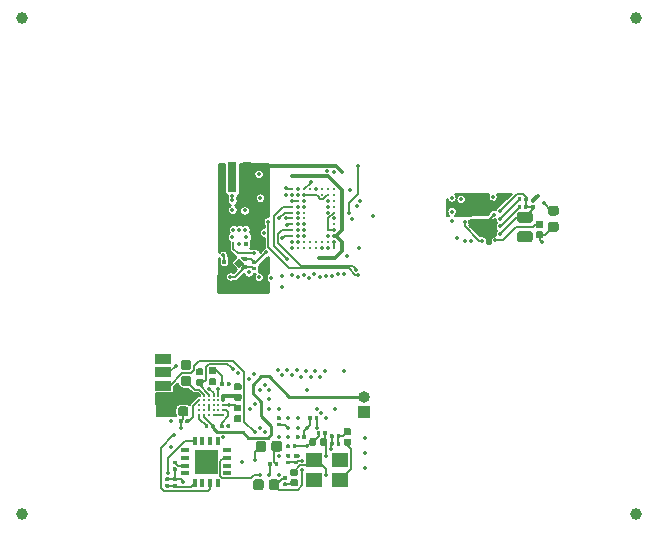
<source format=gbr>
G04 #@! TF.GenerationSoftware,KiCad,Pcbnew,(5.1.5)-3*
G04 #@! TF.CreationDate,2020-09-30T13:24:10+09:00*
G04 #@! TF.ProjectId,WF_Board,57465f42-6f61-4726-942e-6b696361645f,rev?*
G04 #@! TF.SameCoordinates,Original*
G04 #@! TF.FileFunction,Copper,L6,Bot*
G04 #@! TF.FilePolarity,Positive*
%FSLAX46Y46*%
G04 Gerber Fmt 4.6, Leading zero omitted, Abs format (unit mm)*
G04 Created by KiCad (PCBNEW (5.1.5)-3) date 2020-09-30 13:24:10*
%MOMM*%
%LPD*%
G04 APERTURE LIST*
%ADD10C,0.304800*%
%ADD11C,0.100000*%
%ADD12O,1.000000X1.000000*%
%ADD13R,1.000000X1.000000*%
%ADD14R,1.320800X0.812800*%
%ADD15R,0.762000X2.540000*%
%ADD16R,1.050000X1.050000*%
%ADD17R,0.320000X0.740000*%
%ADD18R,0.740000X0.320000*%
%ADD19R,0.400000X0.220000*%
%ADD20R,0.220000X0.400000*%
%ADD21R,0.320000X0.400000*%
%ADD22C,1.000000*%
%ADD23R,1.400000X1.200000*%
%ADD24C,0.250000*%
%ADD25R,1.500000X0.450000*%
%ADD26C,0.350000*%
%ADD27C,0.300000*%
%ADD28C,0.152400*%
%ADD29C,0.203200*%
%ADD30C,0.304800*%
%ADD31C,0.254000*%
%ADD32C,0.101600*%
G04 APERTURE END LIST*
D10*
X127064920Y-107544900D03*
X127464920Y-107544900D03*
X127864920Y-107544900D03*
X128264920Y-107544900D03*
X128664920Y-107544900D03*
X129064920Y-107544900D03*
X127064920Y-107144900D03*
X127464920Y-107144900D03*
X127864920Y-107144900D03*
X128264920Y-107144900D03*
X128664920Y-107144900D03*
X129064920Y-107144900D03*
X127064920Y-106744900D03*
X127464920Y-106744900D03*
X127864920Y-106744900D03*
X128264920Y-106744900D03*
X128664920Y-106744900D03*
X129064920Y-106744900D03*
X127064920Y-106344900D03*
X127464920Y-106344900D03*
X127864920Y-106344900D03*
X128264920Y-106344900D03*
X128664920Y-106344900D03*
X129064920Y-106344900D03*
X127064920Y-105944900D03*
X127464920Y-105944900D03*
X127864920Y-105944900D03*
X128264920Y-105944900D03*
X128664920Y-105944900D03*
X129064920Y-105944900D03*
G04 #@! TA.AperFunction,Conductor*
D11*
G36*
X130810122Y-94700000D02*
G01*
X130400000Y-95110122D01*
X129989878Y-94700000D01*
X130400000Y-94289878D01*
X130810122Y-94700000D01*
G37*
G04 #@! TD.AperFunction*
G04 #@! TA.AperFunction,Conductor*
G36*
X129739025Y-94534904D02*
G01*
X129738087Y-94534619D01*
X129737222Y-94534157D01*
X129736464Y-94533536D01*
X129735843Y-94532778D01*
X129735381Y-94531913D01*
X129735096Y-94530975D01*
X129735000Y-94530000D01*
X129735000Y-94220000D01*
X129735096Y-94219025D01*
X129735381Y-94218087D01*
X129735843Y-94217222D01*
X129736464Y-94216464D01*
X129737222Y-94215843D01*
X129738087Y-94215381D01*
X129739025Y-94215096D01*
X129740000Y-94215000D01*
X130200000Y-94215000D01*
X130200975Y-94215096D01*
X130201913Y-94215381D01*
X130202778Y-94215843D01*
X130203536Y-94216464D01*
X130204157Y-94217222D01*
X130204619Y-94218087D01*
X130204904Y-94219025D01*
X130205000Y-94220000D01*
X130205000Y-94325000D01*
X130204904Y-94325975D01*
X130204619Y-94326913D01*
X130204157Y-94327778D01*
X130203536Y-94328536D01*
X129998536Y-94533536D01*
X129997778Y-94534157D01*
X129996913Y-94534619D01*
X129995975Y-94534904D01*
X129995000Y-94535000D01*
X129740000Y-94535000D01*
X129739025Y-94534904D01*
G37*
G04 #@! TD.AperFunction*
G04 #@! TA.AperFunction,Conductor*
G36*
X129739025Y-95184904D02*
G01*
X129738087Y-95184619D01*
X129737222Y-95184157D01*
X129736464Y-95183536D01*
X129735843Y-95182778D01*
X129735381Y-95181913D01*
X129735096Y-95180975D01*
X129735000Y-95180000D01*
X129735000Y-94870000D01*
X129735096Y-94869025D01*
X129735381Y-94868087D01*
X129735843Y-94867222D01*
X129736464Y-94866464D01*
X129737222Y-94865843D01*
X129738087Y-94865381D01*
X129739025Y-94865096D01*
X129740000Y-94865000D01*
X129995000Y-94865000D01*
X129995975Y-94865096D01*
X129996913Y-94865381D01*
X129997778Y-94865843D01*
X129998536Y-94866464D01*
X130203536Y-95071464D01*
X130204157Y-95072222D01*
X130204619Y-95073087D01*
X130204904Y-95074025D01*
X130205000Y-95075000D01*
X130205000Y-95180000D01*
X130204904Y-95180975D01*
X130204619Y-95181913D01*
X130204157Y-95182778D01*
X130203536Y-95183536D01*
X130202778Y-95184157D01*
X130201913Y-95184619D01*
X130200975Y-95184904D01*
X130200000Y-95185000D01*
X129740000Y-95185000D01*
X129739025Y-95184904D01*
G37*
G04 #@! TD.AperFunction*
G04 #@! TA.AperFunction,Conductor*
G36*
X130599025Y-95184904D02*
G01*
X130598087Y-95184619D01*
X130597222Y-95184157D01*
X130596464Y-95183536D01*
X130595843Y-95182778D01*
X130595381Y-95181913D01*
X130595096Y-95180975D01*
X130595000Y-95180000D01*
X130595000Y-95075000D01*
X130595096Y-95074025D01*
X130595381Y-95073087D01*
X130595843Y-95072222D01*
X130596464Y-95071464D01*
X130801464Y-94866464D01*
X130802222Y-94865843D01*
X130803087Y-94865381D01*
X130804025Y-94865096D01*
X130805000Y-94865000D01*
X131060000Y-94865000D01*
X131060975Y-94865096D01*
X131061913Y-94865381D01*
X131062778Y-94865843D01*
X131063536Y-94866464D01*
X131064157Y-94867222D01*
X131064619Y-94868087D01*
X131064904Y-94869025D01*
X131065000Y-94870000D01*
X131065000Y-95180000D01*
X131064904Y-95180975D01*
X131064619Y-95181913D01*
X131064157Y-95182778D01*
X131063536Y-95183536D01*
X131062778Y-95184157D01*
X131061913Y-95184619D01*
X131060975Y-95184904D01*
X131060000Y-95185000D01*
X130600000Y-95185000D01*
X130599025Y-95184904D01*
G37*
G04 #@! TD.AperFunction*
G04 #@! TA.AperFunction,Conductor*
G36*
X130804025Y-94534904D02*
G01*
X130803087Y-94534619D01*
X130802222Y-94534157D01*
X130801464Y-94533536D01*
X130596464Y-94328536D01*
X130595843Y-94327778D01*
X130595381Y-94326913D01*
X130595096Y-94325975D01*
X130595000Y-94325000D01*
X130595000Y-94220000D01*
X130595096Y-94219025D01*
X130595381Y-94218087D01*
X130595843Y-94217222D01*
X130596464Y-94216464D01*
X130597222Y-94215843D01*
X130598087Y-94215381D01*
X130599025Y-94215096D01*
X130600000Y-94215000D01*
X131060000Y-94215000D01*
X131060975Y-94215096D01*
X131061913Y-94215381D01*
X131062778Y-94215843D01*
X131063536Y-94216464D01*
X131064157Y-94217222D01*
X131064619Y-94218087D01*
X131064904Y-94219025D01*
X131065000Y-94220000D01*
X131065000Y-94530000D01*
X131064904Y-94530975D01*
X131064619Y-94531913D01*
X131064157Y-94532778D01*
X131063536Y-94533536D01*
X131062778Y-94534157D01*
X131061913Y-94534619D01*
X131060975Y-94534904D01*
X131060000Y-94535000D01*
X130805000Y-94535000D01*
X130804025Y-94534904D01*
G37*
G04 #@! TD.AperFunction*
G04 #@! TA.AperFunction,SMDPad,CuDef*
G36*
X129240096Y-94485373D02*
G01*
X129247619Y-94486489D01*
X129254997Y-94488337D01*
X129262158Y-94490899D01*
X129269033Y-94494151D01*
X129275557Y-94498061D01*
X129281665Y-94502592D01*
X129287301Y-94507699D01*
X129292408Y-94513335D01*
X129296939Y-94519443D01*
X129300849Y-94525967D01*
X129304101Y-94532842D01*
X129306663Y-94540003D01*
X129308511Y-94547381D01*
X129309627Y-94554904D01*
X129310000Y-94562500D01*
X129310000Y-94717500D01*
X129309627Y-94725096D01*
X129308511Y-94732619D01*
X129306663Y-94739997D01*
X129304101Y-94747158D01*
X129300849Y-94754033D01*
X129296939Y-94760557D01*
X129292408Y-94766665D01*
X129287301Y-94772301D01*
X129281665Y-94777408D01*
X129275557Y-94781939D01*
X129269033Y-94785849D01*
X129262158Y-94789101D01*
X129254997Y-94791663D01*
X129247619Y-94793511D01*
X129240096Y-94794627D01*
X129232500Y-94795000D01*
X129047500Y-94795000D01*
X129039904Y-94794627D01*
X129032381Y-94793511D01*
X129025003Y-94791663D01*
X129017842Y-94789101D01*
X129010967Y-94785849D01*
X129004443Y-94781939D01*
X128998335Y-94777408D01*
X128992699Y-94772301D01*
X128987592Y-94766665D01*
X128983061Y-94760557D01*
X128979151Y-94754033D01*
X128975899Y-94747158D01*
X128973337Y-94739997D01*
X128971489Y-94732619D01*
X128970373Y-94725096D01*
X128970000Y-94717500D01*
X128970000Y-94562500D01*
X128970373Y-94554904D01*
X128971489Y-94547381D01*
X128973337Y-94540003D01*
X128975899Y-94532842D01*
X128979151Y-94525967D01*
X128983061Y-94519443D01*
X128987592Y-94513335D01*
X128992699Y-94507699D01*
X128998335Y-94502592D01*
X129004443Y-94498061D01*
X129010967Y-94494151D01*
X129017842Y-94490899D01*
X129025003Y-94488337D01*
X129032381Y-94486489D01*
X129039904Y-94485373D01*
X129047500Y-94485000D01*
X129232500Y-94485000D01*
X129240096Y-94485373D01*
G37*
G04 #@! TD.AperFunction*
G04 #@! TA.AperFunction,SMDPad,CuDef*
G36*
X129240096Y-95035373D02*
G01*
X129247619Y-95036489D01*
X129254997Y-95038337D01*
X129262158Y-95040899D01*
X129269033Y-95044151D01*
X129275557Y-95048061D01*
X129281665Y-95052592D01*
X129287301Y-95057699D01*
X129292408Y-95063335D01*
X129296939Y-95069443D01*
X129300849Y-95075967D01*
X129304101Y-95082842D01*
X129306663Y-95090003D01*
X129308511Y-95097381D01*
X129309627Y-95104904D01*
X129310000Y-95112500D01*
X129310000Y-95267500D01*
X129309627Y-95275096D01*
X129308511Y-95282619D01*
X129306663Y-95289997D01*
X129304101Y-95297158D01*
X129300849Y-95304033D01*
X129296939Y-95310557D01*
X129292408Y-95316665D01*
X129287301Y-95322301D01*
X129281665Y-95327408D01*
X129275557Y-95331939D01*
X129269033Y-95335849D01*
X129262158Y-95339101D01*
X129254997Y-95341663D01*
X129247619Y-95343511D01*
X129240096Y-95344627D01*
X129232500Y-95345000D01*
X129047500Y-95345000D01*
X129039904Y-95344627D01*
X129032381Y-95343511D01*
X129025003Y-95341663D01*
X129017842Y-95339101D01*
X129010967Y-95335849D01*
X129004443Y-95331939D01*
X128998335Y-95327408D01*
X128992699Y-95322301D01*
X128987592Y-95316665D01*
X128983061Y-95310557D01*
X128979151Y-95304033D01*
X128975899Y-95297158D01*
X128973337Y-95289997D01*
X128971489Y-95282619D01*
X128970373Y-95275096D01*
X128970000Y-95267500D01*
X128970000Y-95112500D01*
X128970373Y-95104904D01*
X128971489Y-95097381D01*
X128973337Y-95090003D01*
X128975899Y-95082842D01*
X128979151Y-95075967D01*
X128983061Y-95069443D01*
X128987592Y-95063335D01*
X128992699Y-95057699D01*
X128998335Y-95052592D01*
X129004443Y-95048061D01*
X129010967Y-95044151D01*
X129017842Y-95040899D01*
X129025003Y-95038337D01*
X129032381Y-95036489D01*
X129039904Y-95035373D01*
X129047500Y-95035000D01*
X129232500Y-95035000D01*
X129240096Y-95035373D01*
G37*
G04 #@! TD.AperFunction*
G04 #@! TA.AperFunction,SMDPad,CuDef*
G36*
X131760096Y-95040373D02*
G01*
X131767619Y-95041489D01*
X131774997Y-95043337D01*
X131782158Y-95045899D01*
X131789033Y-95049151D01*
X131795557Y-95053061D01*
X131801665Y-95057592D01*
X131807301Y-95062699D01*
X131812408Y-95068335D01*
X131816939Y-95074443D01*
X131820849Y-95080967D01*
X131824101Y-95087842D01*
X131826663Y-95095003D01*
X131828511Y-95102381D01*
X131829627Y-95109904D01*
X131830000Y-95117500D01*
X131830000Y-95272500D01*
X131829627Y-95280096D01*
X131828511Y-95287619D01*
X131826663Y-95294997D01*
X131824101Y-95302158D01*
X131820849Y-95309033D01*
X131816939Y-95315557D01*
X131812408Y-95321665D01*
X131807301Y-95327301D01*
X131801665Y-95332408D01*
X131795557Y-95336939D01*
X131789033Y-95340849D01*
X131782158Y-95344101D01*
X131774997Y-95346663D01*
X131767619Y-95348511D01*
X131760096Y-95349627D01*
X131752500Y-95350000D01*
X131567500Y-95350000D01*
X131559904Y-95349627D01*
X131552381Y-95348511D01*
X131545003Y-95346663D01*
X131537842Y-95344101D01*
X131530967Y-95340849D01*
X131524443Y-95336939D01*
X131518335Y-95332408D01*
X131512699Y-95327301D01*
X131507592Y-95321665D01*
X131503061Y-95315557D01*
X131499151Y-95309033D01*
X131495899Y-95302158D01*
X131493337Y-95294997D01*
X131491489Y-95287619D01*
X131490373Y-95280096D01*
X131490000Y-95272500D01*
X131490000Y-95117500D01*
X131490373Y-95109904D01*
X131491489Y-95102381D01*
X131493337Y-95095003D01*
X131495899Y-95087842D01*
X131499151Y-95080967D01*
X131503061Y-95074443D01*
X131507592Y-95068335D01*
X131512699Y-95062699D01*
X131518335Y-95057592D01*
X131524443Y-95053061D01*
X131530967Y-95049151D01*
X131537842Y-95045899D01*
X131545003Y-95043337D01*
X131552381Y-95041489D01*
X131559904Y-95040373D01*
X131567500Y-95040000D01*
X131752500Y-95040000D01*
X131760096Y-95040373D01*
G37*
G04 #@! TD.AperFunction*
G04 #@! TA.AperFunction,SMDPad,CuDef*
G36*
X131760096Y-94490373D02*
G01*
X131767619Y-94491489D01*
X131774997Y-94493337D01*
X131782158Y-94495899D01*
X131789033Y-94499151D01*
X131795557Y-94503061D01*
X131801665Y-94507592D01*
X131807301Y-94512699D01*
X131812408Y-94518335D01*
X131816939Y-94524443D01*
X131820849Y-94530967D01*
X131824101Y-94537842D01*
X131826663Y-94545003D01*
X131828511Y-94552381D01*
X131829627Y-94559904D01*
X131830000Y-94567500D01*
X131830000Y-94722500D01*
X131829627Y-94730096D01*
X131828511Y-94737619D01*
X131826663Y-94744997D01*
X131824101Y-94752158D01*
X131820849Y-94759033D01*
X131816939Y-94765557D01*
X131812408Y-94771665D01*
X131807301Y-94777301D01*
X131801665Y-94782408D01*
X131795557Y-94786939D01*
X131789033Y-94790849D01*
X131782158Y-94794101D01*
X131774997Y-94796663D01*
X131767619Y-94798511D01*
X131760096Y-94799627D01*
X131752500Y-94800000D01*
X131567500Y-94800000D01*
X131559904Y-94799627D01*
X131552381Y-94798511D01*
X131545003Y-94796663D01*
X131537842Y-94794101D01*
X131530967Y-94790849D01*
X131524443Y-94786939D01*
X131518335Y-94782408D01*
X131512699Y-94777301D01*
X131507592Y-94771665D01*
X131503061Y-94765557D01*
X131499151Y-94759033D01*
X131495899Y-94752158D01*
X131493337Y-94744997D01*
X131491489Y-94737619D01*
X131490373Y-94730096D01*
X131490000Y-94722500D01*
X131490000Y-94567500D01*
X131490373Y-94559904D01*
X131491489Y-94552381D01*
X131493337Y-94545003D01*
X131495899Y-94537842D01*
X131499151Y-94530967D01*
X131503061Y-94524443D01*
X131507592Y-94518335D01*
X131512699Y-94512699D01*
X131518335Y-94507592D01*
X131524443Y-94503061D01*
X131530967Y-94499151D01*
X131537842Y-94495899D01*
X131545003Y-94493337D01*
X131552381Y-94491489D01*
X131559904Y-94490373D01*
X131567500Y-94490000D01*
X131752500Y-94490000D01*
X131760096Y-94490373D01*
G37*
G04 #@! TD.AperFunction*
D12*
X140970000Y-106031160D03*
D13*
X140970000Y-107301160D03*
G04 #@! TA.AperFunction,SMDPad,CuDef*
D11*
G36*
X133870096Y-108240373D02*
G01*
X133877619Y-108241489D01*
X133884997Y-108243337D01*
X133892158Y-108245899D01*
X133899033Y-108249151D01*
X133905557Y-108253061D01*
X133911665Y-108257592D01*
X133917301Y-108262699D01*
X133922408Y-108268335D01*
X133926939Y-108274443D01*
X133930849Y-108280967D01*
X133934101Y-108287842D01*
X133936663Y-108295003D01*
X133938511Y-108302381D01*
X133939627Y-108309904D01*
X133940000Y-108317500D01*
X133940000Y-108472500D01*
X133939627Y-108480096D01*
X133938511Y-108487619D01*
X133936663Y-108494997D01*
X133934101Y-108502158D01*
X133930849Y-108509033D01*
X133926939Y-108515557D01*
X133922408Y-108521665D01*
X133917301Y-108527301D01*
X133911665Y-108532408D01*
X133905557Y-108536939D01*
X133899033Y-108540849D01*
X133892158Y-108544101D01*
X133884997Y-108546663D01*
X133877619Y-108548511D01*
X133870096Y-108549627D01*
X133862500Y-108550000D01*
X133677500Y-108550000D01*
X133669904Y-108549627D01*
X133662381Y-108548511D01*
X133655003Y-108546663D01*
X133647842Y-108544101D01*
X133640967Y-108540849D01*
X133634443Y-108536939D01*
X133628335Y-108532408D01*
X133622699Y-108527301D01*
X133617592Y-108521665D01*
X133613061Y-108515557D01*
X133609151Y-108509033D01*
X133605899Y-108502158D01*
X133603337Y-108494997D01*
X133601489Y-108487619D01*
X133600373Y-108480096D01*
X133600000Y-108472500D01*
X133600000Y-108317500D01*
X133600373Y-108309904D01*
X133601489Y-108302381D01*
X133603337Y-108295003D01*
X133605899Y-108287842D01*
X133609151Y-108280967D01*
X133613061Y-108274443D01*
X133617592Y-108268335D01*
X133622699Y-108262699D01*
X133628335Y-108257592D01*
X133634443Y-108253061D01*
X133640967Y-108249151D01*
X133647842Y-108245899D01*
X133655003Y-108243337D01*
X133662381Y-108241489D01*
X133669904Y-108240373D01*
X133677500Y-108240000D01*
X133862500Y-108240000D01*
X133870096Y-108240373D01*
G37*
G04 #@! TD.AperFunction*
G04 #@! TA.AperFunction,SMDPad,CuDef*
G36*
X133870096Y-107690373D02*
G01*
X133877619Y-107691489D01*
X133884997Y-107693337D01*
X133892158Y-107695899D01*
X133899033Y-107699151D01*
X133905557Y-107703061D01*
X133911665Y-107707592D01*
X133917301Y-107712699D01*
X133922408Y-107718335D01*
X133926939Y-107724443D01*
X133930849Y-107730967D01*
X133934101Y-107737842D01*
X133936663Y-107745003D01*
X133938511Y-107752381D01*
X133939627Y-107759904D01*
X133940000Y-107767500D01*
X133940000Y-107922500D01*
X133939627Y-107930096D01*
X133938511Y-107937619D01*
X133936663Y-107944997D01*
X133934101Y-107952158D01*
X133930849Y-107959033D01*
X133926939Y-107965557D01*
X133922408Y-107971665D01*
X133917301Y-107977301D01*
X133911665Y-107982408D01*
X133905557Y-107986939D01*
X133899033Y-107990849D01*
X133892158Y-107994101D01*
X133884997Y-107996663D01*
X133877619Y-107998511D01*
X133870096Y-107999627D01*
X133862500Y-108000000D01*
X133677500Y-108000000D01*
X133669904Y-107999627D01*
X133662381Y-107998511D01*
X133655003Y-107996663D01*
X133647842Y-107994101D01*
X133640967Y-107990849D01*
X133634443Y-107986939D01*
X133628335Y-107982408D01*
X133622699Y-107977301D01*
X133617592Y-107971665D01*
X133613061Y-107965557D01*
X133609151Y-107959033D01*
X133605899Y-107952158D01*
X133603337Y-107944997D01*
X133601489Y-107937619D01*
X133600373Y-107930096D01*
X133600000Y-107922500D01*
X133600000Y-107767500D01*
X133600373Y-107759904D01*
X133601489Y-107752381D01*
X133603337Y-107745003D01*
X133605899Y-107737842D01*
X133609151Y-107730967D01*
X133613061Y-107724443D01*
X133617592Y-107718335D01*
X133622699Y-107712699D01*
X133628335Y-107707592D01*
X133634443Y-107703061D01*
X133640967Y-107699151D01*
X133647842Y-107695899D01*
X133655003Y-107693337D01*
X133662381Y-107691489D01*
X133669904Y-107690373D01*
X133677500Y-107690000D01*
X133862500Y-107690000D01*
X133870096Y-107690373D01*
G37*
G04 #@! TD.AperFunction*
G04 #@! TA.AperFunction,SMDPad,CuDef*
G36*
X157283748Y-91245855D02*
G01*
X157303406Y-91248771D01*
X157322683Y-91253600D01*
X157341393Y-91260294D01*
X157359358Y-91268791D01*
X157376403Y-91279007D01*
X157392365Y-91290845D01*
X157407089Y-91304191D01*
X157420435Y-91318915D01*
X157432273Y-91334877D01*
X157442489Y-91351922D01*
X157450986Y-91369887D01*
X157457680Y-91388597D01*
X157462509Y-91407874D01*
X157465425Y-91427532D01*
X157466400Y-91447380D01*
X157466400Y-91852380D01*
X157465425Y-91872228D01*
X157462509Y-91891886D01*
X157457680Y-91911163D01*
X157450986Y-91929873D01*
X157442489Y-91947838D01*
X157432273Y-91964883D01*
X157420435Y-91980845D01*
X157407089Y-91995569D01*
X157392365Y-92008915D01*
X157376403Y-92020753D01*
X157359358Y-92030969D01*
X157341393Y-92039466D01*
X157322683Y-92046160D01*
X157303406Y-92050989D01*
X157283748Y-92053905D01*
X157263900Y-92054880D01*
X156798900Y-92054880D01*
X156779052Y-92053905D01*
X156759394Y-92050989D01*
X156740117Y-92046160D01*
X156721407Y-92039466D01*
X156703442Y-92030969D01*
X156686397Y-92020753D01*
X156670435Y-92008915D01*
X156655711Y-91995569D01*
X156642365Y-91980845D01*
X156630527Y-91964883D01*
X156620311Y-91947838D01*
X156611814Y-91929873D01*
X156605120Y-91911163D01*
X156600291Y-91891886D01*
X156597375Y-91872228D01*
X156596400Y-91852380D01*
X156596400Y-91447380D01*
X156597375Y-91427532D01*
X156600291Y-91407874D01*
X156605120Y-91388597D01*
X156611814Y-91369887D01*
X156620311Y-91351922D01*
X156630527Y-91334877D01*
X156642365Y-91318915D01*
X156655711Y-91304191D01*
X156670435Y-91290845D01*
X156686397Y-91279007D01*
X156703442Y-91268791D01*
X156721407Y-91260294D01*
X156740117Y-91253600D01*
X156759394Y-91248771D01*
X156779052Y-91245855D01*
X156798900Y-91244880D01*
X157263900Y-91244880D01*
X157283748Y-91245855D01*
G37*
G04 #@! TD.AperFunction*
G04 #@! TA.AperFunction,SMDPad,CuDef*
G36*
X157283748Y-89885855D02*
G01*
X157303406Y-89888771D01*
X157322683Y-89893600D01*
X157341393Y-89900294D01*
X157359358Y-89908791D01*
X157376403Y-89919007D01*
X157392365Y-89930845D01*
X157407089Y-89944191D01*
X157420435Y-89958915D01*
X157432273Y-89974877D01*
X157442489Y-89991922D01*
X157450986Y-90009887D01*
X157457680Y-90028597D01*
X157462509Y-90047874D01*
X157465425Y-90067532D01*
X157466400Y-90087380D01*
X157466400Y-90492380D01*
X157465425Y-90512228D01*
X157462509Y-90531886D01*
X157457680Y-90551163D01*
X157450986Y-90569873D01*
X157442489Y-90587838D01*
X157432273Y-90604883D01*
X157420435Y-90620845D01*
X157407089Y-90635569D01*
X157392365Y-90648915D01*
X157376403Y-90660753D01*
X157359358Y-90670969D01*
X157341393Y-90679466D01*
X157322683Y-90686160D01*
X157303406Y-90690989D01*
X157283748Y-90693905D01*
X157263900Y-90694880D01*
X156798900Y-90694880D01*
X156779052Y-90693905D01*
X156759394Y-90690989D01*
X156740117Y-90686160D01*
X156721407Y-90679466D01*
X156703442Y-90670969D01*
X156686397Y-90660753D01*
X156670435Y-90648915D01*
X156655711Y-90635569D01*
X156642365Y-90620845D01*
X156630527Y-90604883D01*
X156620311Y-90587838D01*
X156611814Y-90569873D01*
X156605120Y-90551163D01*
X156600291Y-90531886D01*
X156597375Y-90512228D01*
X156596400Y-90492380D01*
X156596400Y-90087380D01*
X156597375Y-90067532D01*
X156600291Y-90047874D01*
X156605120Y-90028597D01*
X156611814Y-90009887D01*
X156620311Y-89991922D01*
X156630527Y-89974877D01*
X156642365Y-89958915D01*
X156655711Y-89944191D01*
X156670435Y-89930845D01*
X156686397Y-89919007D01*
X156703442Y-89908791D01*
X156721407Y-89900294D01*
X156740117Y-89893600D01*
X156759394Y-89888771D01*
X156779052Y-89885855D01*
X156798900Y-89884880D01*
X157263900Y-89884880D01*
X157283748Y-89885855D01*
G37*
G04 #@! TD.AperFunction*
G04 #@! TA.AperFunction,SMDPad,CuDef*
G36*
X138910336Y-109217753D02*
G01*
X138917859Y-109218869D01*
X138925237Y-109220717D01*
X138932398Y-109223279D01*
X138939273Y-109226531D01*
X138945797Y-109230441D01*
X138951905Y-109234972D01*
X138957541Y-109240079D01*
X138962648Y-109245715D01*
X138967179Y-109251823D01*
X138971089Y-109258347D01*
X138974341Y-109265222D01*
X138976903Y-109272383D01*
X138978751Y-109279761D01*
X138979867Y-109287284D01*
X138980240Y-109294880D01*
X138980240Y-109479880D01*
X138979867Y-109487476D01*
X138978751Y-109494999D01*
X138976903Y-109502377D01*
X138974341Y-109509538D01*
X138971089Y-109516413D01*
X138967179Y-109522937D01*
X138962648Y-109529045D01*
X138957541Y-109534681D01*
X138951905Y-109539788D01*
X138945797Y-109544319D01*
X138939273Y-109548229D01*
X138932398Y-109551481D01*
X138925237Y-109554043D01*
X138917859Y-109555891D01*
X138910336Y-109557007D01*
X138902740Y-109557380D01*
X138747740Y-109557380D01*
X138740144Y-109557007D01*
X138732621Y-109555891D01*
X138725243Y-109554043D01*
X138718082Y-109551481D01*
X138711207Y-109548229D01*
X138704683Y-109544319D01*
X138698575Y-109539788D01*
X138692939Y-109534681D01*
X138687832Y-109529045D01*
X138683301Y-109522937D01*
X138679391Y-109516413D01*
X138676139Y-109509538D01*
X138673577Y-109502377D01*
X138671729Y-109494999D01*
X138670613Y-109487476D01*
X138670240Y-109479880D01*
X138670240Y-109294880D01*
X138670613Y-109287284D01*
X138671729Y-109279761D01*
X138673577Y-109272383D01*
X138676139Y-109265222D01*
X138679391Y-109258347D01*
X138683301Y-109251823D01*
X138687832Y-109245715D01*
X138692939Y-109240079D01*
X138698575Y-109234972D01*
X138704683Y-109230441D01*
X138711207Y-109226531D01*
X138718082Y-109223279D01*
X138725243Y-109220717D01*
X138732621Y-109218869D01*
X138740144Y-109217753D01*
X138747740Y-109217380D01*
X138902740Y-109217380D01*
X138910336Y-109217753D01*
G37*
G04 #@! TD.AperFunction*
G04 #@! TA.AperFunction,SMDPad,CuDef*
G36*
X138360336Y-109217753D02*
G01*
X138367859Y-109218869D01*
X138375237Y-109220717D01*
X138382398Y-109223279D01*
X138389273Y-109226531D01*
X138395797Y-109230441D01*
X138401905Y-109234972D01*
X138407541Y-109240079D01*
X138412648Y-109245715D01*
X138417179Y-109251823D01*
X138421089Y-109258347D01*
X138424341Y-109265222D01*
X138426903Y-109272383D01*
X138428751Y-109279761D01*
X138429867Y-109287284D01*
X138430240Y-109294880D01*
X138430240Y-109479880D01*
X138429867Y-109487476D01*
X138428751Y-109494999D01*
X138426903Y-109502377D01*
X138424341Y-109509538D01*
X138421089Y-109516413D01*
X138417179Y-109522937D01*
X138412648Y-109529045D01*
X138407541Y-109534681D01*
X138401905Y-109539788D01*
X138395797Y-109544319D01*
X138389273Y-109548229D01*
X138382398Y-109551481D01*
X138375237Y-109554043D01*
X138367859Y-109555891D01*
X138360336Y-109557007D01*
X138352740Y-109557380D01*
X138197740Y-109557380D01*
X138190144Y-109557007D01*
X138182621Y-109555891D01*
X138175243Y-109554043D01*
X138168082Y-109551481D01*
X138161207Y-109548229D01*
X138154683Y-109544319D01*
X138148575Y-109539788D01*
X138142939Y-109534681D01*
X138137832Y-109529045D01*
X138133301Y-109522937D01*
X138129391Y-109516413D01*
X138126139Y-109509538D01*
X138123577Y-109502377D01*
X138121729Y-109494999D01*
X138120613Y-109487476D01*
X138120240Y-109479880D01*
X138120240Y-109294880D01*
X138120613Y-109287284D01*
X138121729Y-109279761D01*
X138123577Y-109272383D01*
X138126139Y-109265222D01*
X138129391Y-109258347D01*
X138133301Y-109251823D01*
X138137832Y-109245715D01*
X138142939Y-109240079D01*
X138148575Y-109234972D01*
X138154683Y-109230441D01*
X138161207Y-109226531D01*
X138168082Y-109223279D01*
X138175243Y-109220717D01*
X138182621Y-109218869D01*
X138190144Y-109217753D01*
X138197740Y-109217380D01*
X138352740Y-109217380D01*
X138360336Y-109217753D01*
G37*
G04 #@! TD.AperFunction*
G04 #@! TA.AperFunction,SMDPad,CuDef*
G36*
X125944248Y-106858315D02*
G01*
X125963906Y-106861231D01*
X125983183Y-106866060D01*
X126001893Y-106872754D01*
X126019858Y-106881251D01*
X126036903Y-106891467D01*
X126052865Y-106903305D01*
X126067589Y-106916651D01*
X126080935Y-106931375D01*
X126092773Y-106947337D01*
X126102989Y-106964382D01*
X126111486Y-106982347D01*
X126118180Y-107001057D01*
X126123009Y-107020334D01*
X126125925Y-107039992D01*
X126126900Y-107059840D01*
X126126900Y-107464840D01*
X126125925Y-107484688D01*
X126123009Y-107504346D01*
X126118180Y-107523623D01*
X126111486Y-107542333D01*
X126102989Y-107560298D01*
X126092773Y-107577343D01*
X126080935Y-107593305D01*
X126067589Y-107608029D01*
X126052865Y-107621375D01*
X126036903Y-107633213D01*
X126019858Y-107643429D01*
X126001893Y-107651926D01*
X125983183Y-107658620D01*
X125963906Y-107663449D01*
X125944248Y-107666365D01*
X125924400Y-107667340D01*
X125459400Y-107667340D01*
X125439552Y-107666365D01*
X125419894Y-107663449D01*
X125400617Y-107658620D01*
X125381907Y-107651926D01*
X125363942Y-107643429D01*
X125346897Y-107633213D01*
X125330935Y-107621375D01*
X125316211Y-107608029D01*
X125302865Y-107593305D01*
X125291027Y-107577343D01*
X125280811Y-107560298D01*
X125272314Y-107542333D01*
X125265620Y-107523623D01*
X125260791Y-107504346D01*
X125257875Y-107484688D01*
X125256900Y-107464840D01*
X125256900Y-107059840D01*
X125257875Y-107039992D01*
X125260791Y-107020334D01*
X125265620Y-107001057D01*
X125272314Y-106982347D01*
X125280811Y-106964382D01*
X125291027Y-106947337D01*
X125302865Y-106931375D01*
X125316211Y-106916651D01*
X125330935Y-106903305D01*
X125346897Y-106891467D01*
X125363942Y-106881251D01*
X125381907Y-106872754D01*
X125400617Y-106866060D01*
X125419894Y-106861231D01*
X125439552Y-106858315D01*
X125459400Y-106857340D01*
X125924400Y-106857340D01*
X125944248Y-106858315D01*
G37*
G04 #@! TD.AperFunction*
G04 #@! TA.AperFunction,SMDPad,CuDef*
G36*
X125944248Y-105498315D02*
G01*
X125963906Y-105501231D01*
X125983183Y-105506060D01*
X126001893Y-105512754D01*
X126019858Y-105521251D01*
X126036903Y-105531467D01*
X126052865Y-105543305D01*
X126067589Y-105556651D01*
X126080935Y-105571375D01*
X126092773Y-105587337D01*
X126102989Y-105604382D01*
X126111486Y-105622347D01*
X126118180Y-105641057D01*
X126123009Y-105660334D01*
X126125925Y-105679992D01*
X126126900Y-105699840D01*
X126126900Y-106104840D01*
X126125925Y-106124688D01*
X126123009Y-106144346D01*
X126118180Y-106163623D01*
X126111486Y-106182333D01*
X126102989Y-106200298D01*
X126092773Y-106217343D01*
X126080935Y-106233305D01*
X126067589Y-106248029D01*
X126052865Y-106261375D01*
X126036903Y-106273213D01*
X126019858Y-106283429D01*
X126001893Y-106291926D01*
X125983183Y-106298620D01*
X125963906Y-106303449D01*
X125944248Y-106306365D01*
X125924400Y-106307340D01*
X125459400Y-106307340D01*
X125439552Y-106306365D01*
X125419894Y-106303449D01*
X125400617Y-106298620D01*
X125381907Y-106291926D01*
X125363942Y-106283429D01*
X125346897Y-106273213D01*
X125330935Y-106261375D01*
X125316211Y-106248029D01*
X125302865Y-106233305D01*
X125291027Y-106217343D01*
X125280811Y-106200298D01*
X125272314Y-106182333D01*
X125265620Y-106163623D01*
X125260791Y-106144346D01*
X125257875Y-106124688D01*
X125256900Y-106104840D01*
X125256900Y-105699840D01*
X125257875Y-105679992D01*
X125260791Y-105660334D01*
X125265620Y-105641057D01*
X125272314Y-105622347D01*
X125280811Y-105604382D01*
X125291027Y-105587337D01*
X125302865Y-105571375D01*
X125316211Y-105556651D01*
X125330935Y-105543305D01*
X125346897Y-105531467D01*
X125363942Y-105521251D01*
X125381907Y-105512754D01*
X125400617Y-105506060D01*
X125419894Y-105501231D01*
X125439552Y-105498315D01*
X125459400Y-105497340D01*
X125924400Y-105497340D01*
X125944248Y-105498315D01*
G37*
G04 #@! TD.AperFunction*
G04 #@! TA.AperFunction,SMDPad,CuDef*
G36*
X133123596Y-111561293D02*
G01*
X133131119Y-111562409D01*
X133138497Y-111564257D01*
X133145658Y-111566819D01*
X133152533Y-111570071D01*
X133159057Y-111573981D01*
X133165165Y-111578512D01*
X133170801Y-111583619D01*
X133175908Y-111589255D01*
X133180439Y-111595363D01*
X133184349Y-111601887D01*
X133187601Y-111608762D01*
X133190163Y-111615923D01*
X133192011Y-111623301D01*
X133193127Y-111630824D01*
X133193500Y-111638420D01*
X133193500Y-111823420D01*
X133193127Y-111831016D01*
X133192011Y-111838539D01*
X133190163Y-111845917D01*
X133187601Y-111853078D01*
X133184349Y-111859953D01*
X133180439Y-111866477D01*
X133175908Y-111872585D01*
X133170801Y-111878221D01*
X133165165Y-111883328D01*
X133159057Y-111887859D01*
X133152533Y-111891769D01*
X133145658Y-111895021D01*
X133138497Y-111897583D01*
X133131119Y-111899431D01*
X133123596Y-111900547D01*
X133116000Y-111900920D01*
X132961000Y-111900920D01*
X132953404Y-111900547D01*
X132945881Y-111899431D01*
X132938503Y-111897583D01*
X132931342Y-111895021D01*
X132924467Y-111891769D01*
X132917943Y-111887859D01*
X132911835Y-111883328D01*
X132906199Y-111878221D01*
X132901092Y-111872585D01*
X132896561Y-111866477D01*
X132892651Y-111859953D01*
X132889399Y-111853078D01*
X132886837Y-111845917D01*
X132884989Y-111838539D01*
X132883873Y-111831016D01*
X132883500Y-111823420D01*
X132883500Y-111638420D01*
X132883873Y-111630824D01*
X132884989Y-111623301D01*
X132886837Y-111615923D01*
X132889399Y-111608762D01*
X132892651Y-111601887D01*
X132896561Y-111595363D01*
X132901092Y-111589255D01*
X132906199Y-111583619D01*
X132911835Y-111578512D01*
X132917943Y-111573981D01*
X132924467Y-111570071D01*
X132931342Y-111566819D01*
X132938503Y-111564257D01*
X132945881Y-111562409D01*
X132953404Y-111561293D01*
X132961000Y-111560920D01*
X133116000Y-111560920D01*
X133123596Y-111561293D01*
G37*
G04 #@! TD.AperFunction*
G04 #@! TA.AperFunction,SMDPad,CuDef*
G36*
X133673596Y-111561293D02*
G01*
X133681119Y-111562409D01*
X133688497Y-111564257D01*
X133695658Y-111566819D01*
X133702533Y-111570071D01*
X133709057Y-111573981D01*
X133715165Y-111578512D01*
X133720801Y-111583619D01*
X133725908Y-111589255D01*
X133730439Y-111595363D01*
X133734349Y-111601887D01*
X133737601Y-111608762D01*
X133740163Y-111615923D01*
X133742011Y-111623301D01*
X133743127Y-111630824D01*
X133743500Y-111638420D01*
X133743500Y-111823420D01*
X133743127Y-111831016D01*
X133742011Y-111838539D01*
X133740163Y-111845917D01*
X133737601Y-111853078D01*
X133734349Y-111859953D01*
X133730439Y-111866477D01*
X133725908Y-111872585D01*
X133720801Y-111878221D01*
X133715165Y-111883328D01*
X133709057Y-111887859D01*
X133702533Y-111891769D01*
X133695658Y-111895021D01*
X133688497Y-111897583D01*
X133681119Y-111899431D01*
X133673596Y-111900547D01*
X133666000Y-111900920D01*
X133511000Y-111900920D01*
X133503404Y-111900547D01*
X133495881Y-111899431D01*
X133488503Y-111897583D01*
X133481342Y-111895021D01*
X133474467Y-111891769D01*
X133467943Y-111887859D01*
X133461835Y-111883328D01*
X133456199Y-111878221D01*
X133451092Y-111872585D01*
X133446561Y-111866477D01*
X133442651Y-111859953D01*
X133439399Y-111853078D01*
X133436837Y-111845917D01*
X133434989Y-111838539D01*
X133433873Y-111831016D01*
X133433500Y-111823420D01*
X133433500Y-111638420D01*
X133433873Y-111630824D01*
X133434989Y-111623301D01*
X133436837Y-111615923D01*
X133439399Y-111608762D01*
X133442651Y-111601887D01*
X133446561Y-111595363D01*
X133451092Y-111589255D01*
X133456199Y-111583619D01*
X133461835Y-111578512D01*
X133467943Y-111573981D01*
X133474467Y-111570071D01*
X133481342Y-111566819D01*
X133488503Y-111564257D01*
X133495881Y-111562409D01*
X133503404Y-111561293D01*
X133511000Y-111560920D01*
X133666000Y-111560920D01*
X133673596Y-111561293D01*
G37*
G04 #@! TD.AperFunction*
G04 #@! TA.AperFunction,SMDPad,CuDef*
G36*
X134675236Y-111438153D02*
G01*
X134682759Y-111439269D01*
X134690137Y-111441117D01*
X134697298Y-111443679D01*
X134704173Y-111446931D01*
X134710697Y-111450841D01*
X134716805Y-111455372D01*
X134722441Y-111460479D01*
X134727548Y-111466115D01*
X134732079Y-111472223D01*
X134735989Y-111478747D01*
X134739241Y-111485622D01*
X134741803Y-111492783D01*
X134743651Y-111500161D01*
X134744767Y-111507684D01*
X134745140Y-111515280D01*
X134745140Y-111670280D01*
X134744767Y-111677876D01*
X134743651Y-111685399D01*
X134741803Y-111692777D01*
X134739241Y-111699938D01*
X134735989Y-111706813D01*
X134732079Y-111713337D01*
X134727548Y-111719445D01*
X134722441Y-111725081D01*
X134716805Y-111730188D01*
X134710697Y-111734719D01*
X134704173Y-111738629D01*
X134697298Y-111741881D01*
X134690137Y-111744443D01*
X134682759Y-111746291D01*
X134675236Y-111747407D01*
X134667640Y-111747780D01*
X134482640Y-111747780D01*
X134475044Y-111747407D01*
X134467521Y-111746291D01*
X134460143Y-111744443D01*
X134452982Y-111741881D01*
X134446107Y-111738629D01*
X134439583Y-111734719D01*
X134433475Y-111730188D01*
X134427839Y-111725081D01*
X134422732Y-111719445D01*
X134418201Y-111713337D01*
X134414291Y-111706813D01*
X134411039Y-111699938D01*
X134408477Y-111692777D01*
X134406629Y-111685399D01*
X134405513Y-111677876D01*
X134405140Y-111670280D01*
X134405140Y-111515280D01*
X134405513Y-111507684D01*
X134406629Y-111500161D01*
X134408477Y-111492783D01*
X134411039Y-111485622D01*
X134414291Y-111478747D01*
X134418201Y-111472223D01*
X134422732Y-111466115D01*
X134427839Y-111460479D01*
X134433475Y-111455372D01*
X134439583Y-111450841D01*
X134446107Y-111446931D01*
X134452982Y-111443679D01*
X134460143Y-111441117D01*
X134467521Y-111439269D01*
X134475044Y-111438153D01*
X134482640Y-111437780D01*
X134667640Y-111437780D01*
X134675236Y-111438153D01*
G37*
G04 #@! TD.AperFunction*
G04 #@! TA.AperFunction,SMDPad,CuDef*
G36*
X134675236Y-110888153D02*
G01*
X134682759Y-110889269D01*
X134690137Y-110891117D01*
X134697298Y-110893679D01*
X134704173Y-110896931D01*
X134710697Y-110900841D01*
X134716805Y-110905372D01*
X134722441Y-110910479D01*
X134727548Y-110916115D01*
X134732079Y-110922223D01*
X134735989Y-110928747D01*
X134739241Y-110935622D01*
X134741803Y-110942783D01*
X134743651Y-110950161D01*
X134744767Y-110957684D01*
X134745140Y-110965280D01*
X134745140Y-111120280D01*
X134744767Y-111127876D01*
X134743651Y-111135399D01*
X134741803Y-111142777D01*
X134739241Y-111149938D01*
X134735989Y-111156813D01*
X134732079Y-111163337D01*
X134727548Y-111169445D01*
X134722441Y-111175081D01*
X134716805Y-111180188D01*
X134710697Y-111184719D01*
X134704173Y-111188629D01*
X134697298Y-111191881D01*
X134690137Y-111194443D01*
X134682759Y-111196291D01*
X134675236Y-111197407D01*
X134667640Y-111197780D01*
X134482640Y-111197780D01*
X134475044Y-111197407D01*
X134467521Y-111196291D01*
X134460143Y-111194443D01*
X134452982Y-111191881D01*
X134446107Y-111188629D01*
X134439583Y-111184719D01*
X134433475Y-111180188D01*
X134427839Y-111175081D01*
X134422732Y-111169445D01*
X134418201Y-111163337D01*
X134414291Y-111156813D01*
X134411039Y-111149938D01*
X134408477Y-111142777D01*
X134406629Y-111135399D01*
X134405513Y-111127876D01*
X134405140Y-111120280D01*
X134405140Y-110965280D01*
X134405513Y-110957684D01*
X134406629Y-110950161D01*
X134408477Y-110942783D01*
X134411039Y-110935622D01*
X134414291Y-110928747D01*
X134418201Y-110922223D01*
X134422732Y-110916115D01*
X134427839Y-110910479D01*
X134433475Y-110905372D01*
X134439583Y-110900841D01*
X134446107Y-110896931D01*
X134452982Y-110893679D01*
X134460143Y-110891117D01*
X134467521Y-110889269D01*
X134475044Y-110888153D01*
X134482640Y-110887780D01*
X134667640Y-110887780D01*
X134675236Y-110888153D01*
G37*
G04 #@! TD.AperFunction*
G04 #@! TA.AperFunction,SMDPad,CuDef*
G36*
X127260412Y-103648398D02*
G01*
X127274488Y-103650486D01*
X127288291Y-103653944D01*
X127301689Y-103658737D01*
X127314553Y-103664821D01*
X127326758Y-103672137D01*
X127338187Y-103680613D01*
X127348730Y-103690170D01*
X127358287Y-103700713D01*
X127366763Y-103712142D01*
X127374079Y-103724347D01*
X127380163Y-103737211D01*
X127384956Y-103750609D01*
X127388414Y-103764412D01*
X127390502Y-103778488D01*
X127391200Y-103792700D01*
X127391200Y-104082700D01*
X127390502Y-104096912D01*
X127388414Y-104110988D01*
X127384956Y-104124791D01*
X127380163Y-104138189D01*
X127374079Y-104151053D01*
X127366763Y-104163258D01*
X127358287Y-104174687D01*
X127348730Y-104185230D01*
X127338187Y-104194787D01*
X127326758Y-104203263D01*
X127314553Y-104210579D01*
X127301689Y-104216663D01*
X127288291Y-104221456D01*
X127274488Y-104224914D01*
X127260412Y-104227002D01*
X127246200Y-104227700D01*
X126906200Y-104227700D01*
X126891988Y-104227002D01*
X126877912Y-104224914D01*
X126864109Y-104221456D01*
X126850711Y-104216663D01*
X126837847Y-104210579D01*
X126825642Y-104203263D01*
X126814213Y-104194787D01*
X126803670Y-104185230D01*
X126794113Y-104174687D01*
X126785637Y-104163258D01*
X126778321Y-104151053D01*
X126772237Y-104138189D01*
X126767444Y-104124791D01*
X126763986Y-104110988D01*
X126761898Y-104096912D01*
X126761200Y-104082700D01*
X126761200Y-103792700D01*
X126761898Y-103778488D01*
X126763986Y-103764412D01*
X126767444Y-103750609D01*
X126772237Y-103737211D01*
X126778321Y-103724347D01*
X126785637Y-103712142D01*
X126794113Y-103700713D01*
X126803670Y-103690170D01*
X126814213Y-103680613D01*
X126825642Y-103672137D01*
X126837847Y-103664821D01*
X126850711Y-103658737D01*
X126864109Y-103653944D01*
X126877912Y-103650486D01*
X126891988Y-103648398D01*
X126906200Y-103647700D01*
X127246200Y-103647700D01*
X127260412Y-103648398D01*
G37*
G04 #@! TD.AperFunction*
G04 #@! TA.AperFunction,SMDPad,CuDef*
G36*
X127260412Y-104538398D02*
G01*
X127274488Y-104540486D01*
X127288291Y-104543944D01*
X127301689Y-104548737D01*
X127314553Y-104554821D01*
X127326758Y-104562137D01*
X127338187Y-104570613D01*
X127348730Y-104580170D01*
X127358287Y-104590713D01*
X127366763Y-104602142D01*
X127374079Y-104614347D01*
X127380163Y-104627211D01*
X127384956Y-104640609D01*
X127388414Y-104654412D01*
X127390502Y-104668488D01*
X127391200Y-104682700D01*
X127391200Y-104972700D01*
X127390502Y-104986912D01*
X127388414Y-105000988D01*
X127384956Y-105014791D01*
X127380163Y-105028189D01*
X127374079Y-105041053D01*
X127366763Y-105053258D01*
X127358287Y-105064687D01*
X127348730Y-105075230D01*
X127338187Y-105084787D01*
X127326758Y-105093263D01*
X127314553Y-105100579D01*
X127301689Y-105106663D01*
X127288291Y-105111456D01*
X127274488Y-105114914D01*
X127260412Y-105117002D01*
X127246200Y-105117700D01*
X126906200Y-105117700D01*
X126891988Y-105117002D01*
X126877912Y-105114914D01*
X126864109Y-105111456D01*
X126850711Y-105106663D01*
X126837847Y-105100579D01*
X126825642Y-105093263D01*
X126814213Y-105084787D01*
X126803670Y-105075230D01*
X126794113Y-105064687D01*
X126785637Y-105053258D01*
X126778321Y-105041053D01*
X126772237Y-105028189D01*
X126767444Y-105014791D01*
X126763986Y-105000988D01*
X126761898Y-104986912D01*
X126761200Y-104972700D01*
X126761200Y-104682700D01*
X126761898Y-104668488D01*
X126763986Y-104654412D01*
X126767444Y-104640609D01*
X126772237Y-104627211D01*
X126778321Y-104614347D01*
X126785637Y-104602142D01*
X126794113Y-104590713D01*
X126803670Y-104580170D01*
X126814213Y-104570613D01*
X126825642Y-104562137D01*
X126837847Y-104554821D01*
X126850711Y-104548737D01*
X126864109Y-104543944D01*
X126877912Y-104540486D01*
X126891988Y-104538398D01*
X126906200Y-104537700D01*
X127246200Y-104537700D01*
X127260412Y-104538398D01*
G37*
G04 #@! TD.AperFunction*
G04 #@! TA.AperFunction,SMDPad,CuDef*
G36*
X136826812Y-109553138D02*
G01*
X136840888Y-109555226D01*
X136854691Y-109558684D01*
X136868089Y-109563477D01*
X136880953Y-109569561D01*
X136893158Y-109576877D01*
X136904587Y-109585353D01*
X136915130Y-109594910D01*
X136924687Y-109605453D01*
X136933163Y-109616882D01*
X136940479Y-109629087D01*
X136946563Y-109641951D01*
X136951356Y-109655349D01*
X136954814Y-109669152D01*
X136956902Y-109683228D01*
X136957600Y-109697440D01*
X136957600Y-110037440D01*
X136956902Y-110051652D01*
X136954814Y-110065728D01*
X136951356Y-110079531D01*
X136946563Y-110092929D01*
X136940479Y-110105793D01*
X136933163Y-110117998D01*
X136924687Y-110129427D01*
X136915130Y-110139970D01*
X136904587Y-110149527D01*
X136893158Y-110158003D01*
X136880953Y-110165319D01*
X136868089Y-110171403D01*
X136854691Y-110176196D01*
X136840888Y-110179654D01*
X136826812Y-110181742D01*
X136812600Y-110182440D01*
X136522600Y-110182440D01*
X136508388Y-110181742D01*
X136494312Y-110179654D01*
X136480509Y-110176196D01*
X136467111Y-110171403D01*
X136454247Y-110165319D01*
X136442042Y-110158003D01*
X136430613Y-110149527D01*
X136420070Y-110139970D01*
X136410513Y-110129427D01*
X136402037Y-110117998D01*
X136394721Y-110105793D01*
X136388637Y-110092929D01*
X136383844Y-110079531D01*
X136380386Y-110065728D01*
X136378298Y-110051652D01*
X136377600Y-110037440D01*
X136377600Y-109697440D01*
X136378298Y-109683228D01*
X136380386Y-109669152D01*
X136383844Y-109655349D01*
X136388637Y-109641951D01*
X136394721Y-109629087D01*
X136402037Y-109616882D01*
X136410513Y-109605453D01*
X136420070Y-109594910D01*
X136430613Y-109585353D01*
X136442042Y-109576877D01*
X136454247Y-109569561D01*
X136467111Y-109563477D01*
X136480509Y-109558684D01*
X136494312Y-109555226D01*
X136508388Y-109553138D01*
X136522600Y-109552440D01*
X136812600Y-109552440D01*
X136826812Y-109553138D01*
G37*
G04 #@! TD.AperFunction*
G04 #@! TA.AperFunction,SMDPad,CuDef*
G36*
X137716812Y-109553138D02*
G01*
X137730888Y-109555226D01*
X137744691Y-109558684D01*
X137758089Y-109563477D01*
X137770953Y-109569561D01*
X137783158Y-109576877D01*
X137794587Y-109585353D01*
X137805130Y-109594910D01*
X137814687Y-109605453D01*
X137823163Y-109616882D01*
X137830479Y-109629087D01*
X137836563Y-109641951D01*
X137841356Y-109655349D01*
X137844814Y-109669152D01*
X137846902Y-109683228D01*
X137847600Y-109697440D01*
X137847600Y-110037440D01*
X137846902Y-110051652D01*
X137844814Y-110065728D01*
X137841356Y-110079531D01*
X137836563Y-110092929D01*
X137830479Y-110105793D01*
X137823163Y-110117998D01*
X137814687Y-110129427D01*
X137805130Y-110139970D01*
X137794587Y-110149527D01*
X137783158Y-110158003D01*
X137770953Y-110165319D01*
X137758089Y-110171403D01*
X137744691Y-110176196D01*
X137730888Y-110179654D01*
X137716812Y-110181742D01*
X137702600Y-110182440D01*
X137412600Y-110182440D01*
X137398388Y-110181742D01*
X137384312Y-110179654D01*
X137370509Y-110176196D01*
X137357111Y-110171403D01*
X137344247Y-110165319D01*
X137332042Y-110158003D01*
X137320613Y-110149527D01*
X137310070Y-110139970D01*
X137300513Y-110129427D01*
X137292037Y-110117998D01*
X137284721Y-110105793D01*
X137278637Y-110092929D01*
X137273844Y-110079531D01*
X137270386Y-110065728D01*
X137268298Y-110051652D01*
X137267600Y-110037440D01*
X137267600Y-109697440D01*
X137268298Y-109683228D01*
X137270386Y-109669152D01*
X137273844Y-109655349D01*
X137278637Y-109641951D01*
X137284721Y-109629087D01*
X137292037Y-109616882D01*
X137300513Y-109605453D01*
X137310070Y-109594910D01*
X137320613Y-109585353D01*
X137332042Y-109576877D01*
X137344247Y-109569561D01*
X137357111Y-109563477D01*
X137370509Y-109558684D01*
X137384312Y-109555226D01*
X137398388Y-109553138D01*
X137412600Y-109552440D01*
X137702600Y-109552440D01*
X137716812Y-109553138D01*
G37*
G04 #@! TD.AperFunction*
G04 #@! TA.AperFunction,SMDPad,CuDef*
G36*
X125061336Y-112002713D02*
G01*
X125068859Y-112003829D01*
X125076237Y-112005677D01*
X125083398Y-112008239D01*
X125090273Y-112011491D01*
X125096797Y-112015401D01*
X125102905Y-112019932D01*
X125108541Y-112025039D01*
X125113648Y-112030675D01*
X125118179Y-112036783D01*
X125122089Y-112043307D01*
X125125341Y-112050182D01*
X125127903Y-112057343D01*
X125129751Y-112064721D01*
X125130867Y-112072244D01*
X125131240Y-112079840D01*
X125131240Y-112234840D01*
X125130867Y-112242436D01*
X125129751Y-112249959D01*
X125127903Y-112257337D01*
X125125341Y-112264498D01*
X125122089Y-112271373D01*
X125118179Y-112277897D01*
X125113648Y-112284005D01*
X125108541Y-112289641D01*
X125102905Y-112294748D01*
X125096797Y-112299279D01*
X125090273Y-112303189D01*
X125083398Y-112306441D01*
X125076237Y-112309003D01*
X125068859Y-112310851D01*
X125061336Y-112311967D01*
X125053740Y-112312340D01*
X124868740Y-112312340D01*
X124861144Y-112311967D01*
X124853621Y-112310851D01*
X124846243Y-112309003D01*
X124839082Y-112306441D01*
X124832207Y-112303189D01*
X124825683Y-112299279D01*
X124819575Y-112294748D01*
X124813939Y-112289641D01*
X124808832Y-112284005D01*
X124804301Y-112277897D01*
X124800391Y-112271373D01*
X124797139Y-112264498D01*
X124794577Y-112257337D01*
X124792729Y-112249959D01*
X124791613Y-112242436D01*
X124791240Y-112234840D01*
X124791240Y-112079840D01*
X124791613Y-112072244D01*
X124792729Y-112064721D01*
X124794577Y-112057343D01*
X124797139Y-112050182D01*
X124800391Y-112043307D01*
X124804301Y-112036783D01*
X124808832Y-112030675D01*
X124813939Y-112025039D01*
X124819575Y-112019932D01*
X124825683Y-112015401D01*
X124832207Y-112011491D01*
X124839082Y-112008239D01*
X124846243Y-112005677D01*
X124853621Y-112003829D01*
X124861144Y-112002713D01*
X124868740Y-112002340D01*
X125053740Y-112002340D01*
X125061336Y-112002713D01*
G37*
G04 #@! TD.AperFunction*
G04 #@! TA.AperFunction,SMDPad,CuDef*
G36*
X125061336Y-111452713D02*
G01*
X125068859Y-111453829D01*
X125076237Y-111455677D01*
X125083398Y-111458239D01*
X125090273Y-111461491D01*
X125096797Y-111465401D01*
X125102905Y-111469932D01*
X125108541Y-111475039D01*
X125113648Y-111480675D01*
X125118179Y-111486783D01*
X125122089Y-111493307D01*
X125125341Y-111500182D01*
X125127903Y-111507343D01*
X125129751Y-111514721D01*
X125130867Y-111522244D01*
X125131240Y-111529840D01*
X125131240Y-111684840D01*
X125130867Y-111692436D01*
X125129751Y-111699959D01*
X125127903Y-111707337D01*
X125125341Y-111714498D01*
X125122089Y-111721373D01*
X125118179Y-111727897D01*
X125113648Y-111734005D01*
X125108541Y-111739641D01*
X125102905Y-111744748D01*
X125096797Y-111749279D01*
X125090273Y-111753189D01*
X125083398Y-111756441D01*
X125076237Y-111759003D01*
X125068859Y-111760851D01*
X125061336Y-111761967D01*
X125053740Y-111762340D01*
X124868740Y-111762340D01*
X124861144Y-111761967D01*
X124853621Y-111760851D01*
X124846243Y-111759003D01*
X124839082Y-111756441D01*
X124832207Y-111753189D01*
X124825683Y-111749279D01*
X124819575Y-111744748D01*
X124813939Y-111739641D01*
X124808832Y-111734005D01*
X124804301Y-111727897D01*
X124800391Y-111721373D01*
X124797139Y-111714498D01*
X124794577Y-111707337D01*
X124792729Y-111699959D01*
X124791613Y-111692436D01*
X124791240Y-111684840D01*
X124791240Y-111529840D01*
X124791613Y-111522244D01*
X124792729Y-111514721D01*
X124794577Y-111507343D01*
X124797139Y-111500182D01*
X124800391Y-111493307D01*
X124804301Y-111486783D01*
X124808832Y-111480675D01*
X124813939Y-111475039D01*
X124819575Y-111469932D01*
X124825683Y-111465401D01*
X124832207Y-111461491D01*
X124839082Y-111458239D01*
X124846243Y-111455677D01*
X124853621Y-111453829D01*
X124861144Y-111452713D01*
X124868740Y-111452340D01*
X125053740Y-111452340D01*
X125061336Y-111452713D01*
G37*
G04 #@! TD.AperFunction*
G04 #@! TA.AperFunction,SMDPad,CuDef*
G36*
X139770772Y-109593878D02*
G01*
X139784848Y-109595966D01*
X139798651Y-109599424D01*
X139812049Y-109604217D01*
X139824913Y-109610301D01*
X139837118Y-109617617D01*
X139848547Y-109626093D01*
X139859090Y-109635650D01*
X139868647Y-109646193D01*
X139877123Y-109657622D01*
X139884439Y-109669827D01*
X139890523Y-109682691D01*
X139895316Y-109696089D01*
X139898774Y-109709892D01*
X139900862Y-109723968D01*
X139901560Y-109738180D01*
X139901560Y-110028180D01*
X139900862Y-110042392D01*
X139898774Y-110056468D01*
X139895316Y-110070271D01*
X139890523Y-110083669D01*
X139884439Y-110096533D01*
X139877123Y-110108738D01*
X139868647Y-110120167D01*
X139859090Y-110130710D01*
X139848547Y-110140267D01*
X139837118Y-110148743D01*
X139824913Y-110156059D01*
X139812049Y-110162143D01*
X139798651Y-110166936D01*
X139784848Y-110170394D01*
X139770772Y-110172482D01*
X139756560Y-110173180D01*
X139416560Y-110173180D01*
X139402348Y-110172482D01*
X139388272Y-110170394D01*
X139374469Y-110166936D01*
X139361071Y-110162143D01*
X139348207Y-110156059D01*
X139336002Y-110148743D01*
X139324573Y-110140267D01*
X139314030Y-110130710D01*
X139304473Y-110120167D01*
X139295997Y-110108738D01*
X139288681Y-110096533D01*
X139282597Y-110083669D01*
X139277804Y-110070271D01*
X139274346Y-110056468D01*
X139272258Y-110042392D01*
X139271560Y-110028180D01*
X139271560Y-109738180D01*
X139272258Y-109723968D01*
X139274346Y-109709892D01*
X139277804Y-109696089D01*
X139282597Y-109682691D01*
X139288681Y-109669827D01*
X139295997Y-109657622D01*
X139304473Y-109646193D01*
X139314030Y-109635650D01*
X139324573Y-109626093D01*
X139336002Y-109617617D01*
X139348207Y-109610301D01*
X139361071Y-109604217D01*
X139374469Y-109599424D01*
X139388272Y-109595966D01*
X139402348Y-109593878D01*
X139416560Y-109593180D01*
X139756560Y-109593180D01*
X139770772Y-109593878D01*
G37*
G04 #@! TD.AperFunction*
G04 #@! TA.AperFunction,SMDPad,CuDef*
G36*
X139770772Y-108703878D02*
G01*
X139784848Y-108705966D01*
X139798651Y-108709424D01*
X139812049Y-108714217D01*
X139824913Y-108720301D01*
X139837118Y-108727617D01*
X139848547Y-108736093D01*
X139859090Y-108745650D01*
X139868647Y-108756193D01*
X139877123Y-108767622D01*
X139884439Y-108779827D01*
X139890523Y-108792691D01*
X139895316Y-108806089D01*
X139898774Y-108819892D01*
X139900862Y-108833968D01*
X139901560Y-108848180D01*
X139901560Y-109138180D01*
X139900862Y-109152392D01*
X139898774Y-109166468D01*
X139895316Y-109180271D01*
X139890523Y-109193669D01*
X139884439Y-109206533D01*
X139877123Y-109218738D01*
X139868647Y-109230167D01*
X139859090Y-109240710D01*
X139848547Y-109250267D01*
X139837118Y-109258743D01*
X139824913Y-109266059D01*
X139812049Y-109272143D01*
X139798651Y-109276936D01*
X139784848Y-109280394D01*
X139770772Y-109282482D01*
X139756560Y-109283180D01*
X139416560Y-109283180D01*
X139402348Y-109282482D01*
X139388272Y-109280394D01*
X139374469Y-109276936D01*
X139361071Y-109272143D01*
X139348207Y-109266059D01*
X139336002Y-109258743D01*
X139324573Y-109250267D01*
X139314030Y-109240710D01*
X139304473Y-109230167D01*
X139295997Y-109218738D01*
X139288681Y-109206533D01*
X139282597Y-109193669D01*
X139277804Y-109180271D01*
X139274346Y-109166468D01*
X139272258Y-109152392D01*
X139271560Y-109138180D01*
X139271560Y-108848180D01*
X139272258Y-108833968D01*
X139274346Y-108819892D01*
X139277804Y-108806089D01*
X139282597Y-108792691D01*
X139288681Y-108779827D01*
X139295997Y-108767622D01*
X139304473Y-108756193D01*
X139314030Y-108745650D01*
X139324573Y-108736093D01*
X139336002Y-108727617D01*
X139348207Y-108720301D01*
X139361071Y-108714217D01*
X139374469Y-108709424D01*
X139388272Y-108705966D01*
X139402348Y-108703878D01*
X139416560Y-108703180D01*
X139756560Y-108703180D01*
X139770772Y-108703878D01*
G37*
G04 #@! TD.AperFunction*
G04 #@! TA.AperFunction,SMDPad,CuDef*
G36*
X135262272Y-112140498D02*
G01*
X135276348Y-112142586D01*
X135290151Y-112146044D01*
X135303549Y-112150837D01*
X135316413Y-112156921D01*
X135328618Y-112164237D01*
X135340047Y-112172713D01*
X135350590Y-112182270D01*
X135360147Y-112192813D01*
X135368623Y-112204242D01*
X135375939Y-112216447D01*
X135382023Y-112229311D01*
X135386816Y-112242709D01*
X135390274Y-112256512D01*
X135392362Y-112270588D01*
X135393060Y-112284800D01*
X135393060Y-112574800D01*
X135392362Y-112589012D01*
X135390274Y-112603088D01*
X135386816Y-112616891D01*
X135382023Y-112630289D01*
X135375939Y-112643153D01*
X135368623Y-112655358D01*
X135360147Y-112666787D01*
X135350590Y-112677330D01*
X135340047Y-112686887D01*
X135328618Y-112695363D01*
X135316413Y-112702679D01*
X135303549Y-112708763D01*
X135290151Y-112713556D01*
X135276348Y-112717014D01*
X135262272Y-112719102D01*
X135248060Y-112719800D01*
X134908060Y-112719800D01*
X134893848Y-112719102D01*
X134879772Y-112717014D01*
X134865969Y-112713556D01*
X134852571Y-112708763D01*
X134839707Y-112702679D01*
X134827502Y-112695363D01*
X134816073Y-112686887D01*
X134805530Y-112677330D01*
X134795973Y-112666787D01*
X134787497Y-112655358D01*
X134780181Y-112643153D01*
X134774097Y-112630289D01*
X134769304Y-112616891D01*
X134765846Y-112603088D01*
X134763758Y-112589012D01*
X134763060Y-112574800D01*
X134763060Y-112284800D01*
X134763758Y-112270588D01*
X134765846Y-112256512D01*
X134769304Y-112242709D01*
X134774097Y-112229311D01*
X134780181Y-112216447D01*
X134787497Y-112204242D01*
X134795973Y-112192813D01*
X134805530Y-112182270D01*
X134816073Y-112172713D01*
X134827502Y-112164237D01*
X134839707Y-112156921D01*
X134852571Y-112150837D01*
X134865969Y-112146044D01*
X134879772Y-112142586D01*
X134893848Y-112140498D01*
X134908060Y-112139800D01*
X135248060Y-112139800D01*
X135262272Y-112140498D01*
G37*
G04 #@! TD.AperFunction*
G04 #@! TA.AperFunction,SMDPad,CuDef*
G36*
X135262272Y-113030498D02*
G01*
X135276348Y-113032586D01*
X135290151Y-113036044D01*
X135303549Y-113040837D01*
X135316413Y-113046921D01*
X135328618Y-113054237D01*
X135340047Y-113062713D01*
X135350590Y-113072270D01*
X135360147Y-113082813D01*
X135368623Y-113094242D01*
X135375939Y-113106447D01*
X135382023Y-113119311D01*
X135386816Y-113132709D01*
X135390274Y-113146512D01*
X135392362Y-113160588D01*
X135393060Y-113174800D01*
X135393060Y-113464800D01*
X135392362Y-113479012D01*
X135390274Y-113493088D01*
X135386816Y-113506891D01*
X135382023Y-113520289D01*
X135375939Y-113533153D01*
X135368623Y-113545358D01*
X135360147Y-113556787D01*
X135350590Y-113567330D01*
X135340047Y-113576887D01*
X135328618Y-113585363D01*
X135316413Y-113592679D01*
X135303549Y-113598763D01*
X135290151Y-113603556D01*
X135276348Y-113607014D01*
X135262272Y-113609102D01*
X135248060Y-113609800D01*
X134908060Y-113609800D01*
X134893848Y-113609102D01*
X134879772Y-113607014D01*
X134865969Y-113603556D01*
X134852571Y-113598763D01*
X134839707Y-113592679D01*
X134827502Y-113585363D01*
X134816073Y-113576887D01*
X134805530Y-113567330D01*
X134795973Y-113556787D01*
X134787497Y-113545358D01*
X134780181Y-113533153D01*
X134774097Y-113520289D01*
X134769304Y-113506891D01*
X134765846Y-113493088D01*
X134763758Y-113479012D01*
X134763060Y-113464800D01*
X134763060Y-113174800D01*
X134763758Y-113160588D01*
X134765846Y-113146512D01*
X134769304Y-113132709D01*
X134774097Y-113119311D01*
X134780181Y-113106447D01*
X134787497Y-113094242D01*
X134795973Y-113082813D01*
X134805530Y-113072270D01*
X134816073Y-113062713D01*
X134827502Y-113054237D01*
X134839707Y-113046921D01*
X134852571Y-113040837D01*
X134865969Y-113036044D01*
X134879772Y-113032586D01*
X134893848Y-113030498D01*
X134908060Y-113029800D01*
X135248060Y-113029800D01*
X135262272Y-113030498D01*
G37*
G04 #@! TD.AperFunction*
G04 #@! TA.AperFunction,SMDPad,CuDef*
G36*
X125560416Y-107954493D02*
G01*
X125567939Y-107955609D01*
X125575317Y-107957457D01*
X125582478Y-107960019D01*
X125589353Y-107963271D01*
X125595877Y-107967181D01*
X125601985Y-107971712D01*
X125607621Y-107976819D01*
X125612728Y-107982455D01*
X125617259Y-107988563D01*
X125621169Y-107995087D01*
X125624421Y-108001962D01*
X125626983Y-108009123D01*
X125628831Y-108016501D01*
X125629947Y-108024024D01*
X125630320Y-108031620D01*
X125630320Y-108216620D01*
X125629947Y-108224216D01*
X125628831Y-108231739D01*
X125626983Y-108239117D01*
X125624421Y-108246278D01*
X125621169Y-108253153D01*
X125617259Y-108259677D01*
X125612728Y-108265785D01*
X125607621Y-108271421D01*
X125601985Y-108276528D01*
X125595877Y-108281059D01*
X125589353Y-108284969D01*
X125582478Y-108288221D01*
X125575317Y-108290783D01*
X125567939Y-108292631D01*
X125560416Y-108293747D01*
X125552820Y-108294120D01*
X125397820Y-108294120D01*
X125390224Y-108293747D01*
X125382701Y-108292631D01*
X125375323Y-108290783D01*
X125368162Y-108288221D01*
X125361287Y-108284969D01*
X125354763Y-108281059D01*
X125348655Y-108276528D01*
X125343019Y-108271421D01*
X125337912Y-108265785D01*
X125333381Y-108259677D01*
X125329471Y-108253153D01*
X125326219Y-108246278D01*
X125323657Y-108239117D01*
X125321809Y-108231739D01*
X125320693Y-108224216D01*
X125320320Y-108216620D01*
X125320320Y-108031620D01*
X125320693Y-108024024D01*
X125321809Y-108016501D01*
X125323657Y-108009123D01*
X125326219Y-108001962D01*
X125329471Y-107995087D01*
X125333381Y-107988563D01*
X125337912Y-107982455D01*
X125343019Y-107976819D01*
X125348655Y-107971712D01*
X125354763Y-107967181D01*
X125361287Y-107963271D01*
X125368162Y-107960019D01*
X125375323Y-107957457D01*
X125382701Y-107955609D01*
X125390224Y-107954493D01*
X125397820Y-107954120D01*
X125552820Y-107954120D01*
X125560416Y-107954493D01*
G37*
G04 #@! TD.AperFunction*
G04 #@! TA.AperFunction,SMDPad,CuDef*
G36*
X126110416Y-107954493D02*
G01*
X126117939Y-107955609D01*
X126125317Y-107957457D01*
X126132478Y-107960019D01*
X126139353Y-107963271D01*
X126145877Y-107967181D01*
X126151985Y-107971712D01*
X126157621Y-107976819D01*
X126162728Y-107982455D01*
X126167259Y-107988563D01*
X126171169Y-107995087D01*
X126174421Y-108001962D01*
X126176983Y-108009123D01*
X126178831Y-108016501D01*
X126179947Y-108024024D01*
X126180320Y-108031620D01*
X126180320Y-108216620D01*
X126179947Y-108224216D01*
X126178831Y-108231739D01*
X126176983Y-108239117D01*
X126174421Y-108246278D01*
X126171169Y-108253153D01*
X126167259Y-108259677D01*
X126162728Y-108265785D01*
X126157621Y-108271421D01*
X126151985Y-108276528D01*
X126145877Y-108281059D01*
X126139353Y-108284969D01*
X126132478Y-108288221D01*
X126125317Y-108290783D01*
X126117939Y-108292631D01*
X126110416Y-108293747D01*
X126102820Y-108294120D01*
X125947820Y-108294120D01*
X125940224Y-108293747D01*
X125932701Y-108292631D01*
X125925323Y-108290783D01*
X125918162Y-108288221D01*
X125911287Y-108284969D01*
X125904763Y-108281059D01*
X125898655Y-108276528D01*
X125893019Y-108271421D01*
X125887912Y-108265785D01*
X125883381Y-108259677D01*
X125879471Y-108253153D01*
X125876219Y-108246278D01*
X125873657Y-108239117D01*
X125871809Y-108231739D01*
X125870693Y-108224216D01*
X125870320Y-108216620D01*
X125870320Y-108031620D01*
X125870693Y-108024024D01*
X125871809Y-108016501D01*
X125873657Y-108009123D01*
X125876219Y-108001962D01*
X125879471Y-107995087D01*
X125883381Y-107988563D01*
X125887912Y-107982455D01*
X125893019Y-107976819D01*
X125898655Y-107971712D01*
X125904763Y-107967181D01*
X125911287Y-107963271D01*
X125918162Y-107960019D01*
X125925323Y-107957457D01*
X125932701Y-107955609D01*
X125940224Y-107954493D01*
X125947820Y-107954120D01*
X126102820Y-107954120D01*
X126110416Y-107954493D01*
G37*
G04 #@! TD.AperFunction*
G04 #@! TA.AperFunction,SMDPad,CuDef*
G36*
X126170308Y-102948155D02*
G01*
X126189966Y-102951071D01*
X126209243Y-102955900D01*
X126227953Y-102962594D01*
X126245918Y-102971091D01*
X126262963Y-102981307D01*
X126278925Y-102993145D01*
X126293649Y-103006491D01*
X126306995Y-103021215D01*
X126318833Y-103037177D01*
X126329049Y-103054222D01*
X126337546Y-103072187D01*
X126344240Y-103090897D01*
X126349069Y-103110174D01*
X126351985Y-103129832D01*
X126352960Y-103149680D01*
X126352960Y-103554680D01*
X126351985Y-103574528D01*
X126349069Y-103594186D01*
X126344240Y-103613463D01*
X126337546Y-103632173D01*
X126329049Y-103650138D01*
X126318833Y-103667183D01*
X126306995Y-103683145D01*
X126293649Y-103697869D01*
X126278925Y-103711215D01*
X126262963Y-103723053D01*
X126245918Y-103733269D01*
X126227953Y-103741766D01*
X126209243Y-103748460D01*
X126189966Y-103753289D01*
X126170308Y-103756205D01*
X126150460Y-103757180D01*
X125685460Y-103757180D01*
X125665612Y-103756205D01*
X125645954Y-103753289D01*
X125626677Y-103748460D01*
X125607967Y-103741766D01*
X125590002Y-103733269D01*
X125572957Y-103723053D01*
X125556995Y-103711215D01*
X125542271Y-103697869D01*
X125528925Y-103683145D01*
X125517087Y-103667183D01*
X125506871Y-103650138D01*
X125498374Y-103632173D01*
X125491680Y-103613463D01*
X125486851Y-103594186D01*
X125483935Y-103574528D01*
X125482960Y-103554680D01*
X125482960Y-103149680D01*
X125483935Y-103129832D01*
X125486851Y-103110174D01*
X125491680Y-103090897D01*
X125498374Y-103072187D01*
X125506871Y-103054222D01*
X125517087Y-103037177D01*
X125528925Y-103021215D01*
X125542271Y-103006491D01*
X125556995Y-102993145D01*
X125572957Y-102981307D01*
X125590002Y-102971091D01*
X125607967Y-102962594D01*
X125626677Y-102955900D01*
X125645954Y-102951071D01*
X125665612Y-102948155D01*
X125685460Y-102947180D01*
X126150460Y-102947180D01*
X126170308Y-102948155D01*
G37*
G04 #@! TD.AperFunction*
G04 #@! TA.AperFunction,SMDPad,CuDef*
G36*
X126170308Y-104308155D02*
G01*
X126189966Y-104311071D01*
X126209243Y-104315900D01*
X126227953Y-104322594D01*
X126245918Y-104331091D01*
X126262963Y-104341307D01*
X126278925Y-104353145D01*
X126293649Y-104366491D01*
X126306995Y-104381215D01*
X126318833Y-104397177D01*
X126329049Y-104414222D01*
X126337546Y-104432187D01*
X126344240Y-104450897D01*
X126349069Y-104470174D01*
X126351985Y-104489832D01*
X126352960Y-104509680D01*
X126352960Y-104914680D01*
X126351985Y-104934528D01*
X126349069Y-104954186D01*
X126344240Y-104973463D01*
X126337546Y-104992173D01*
X126329049Y-105010138D01*
X126318833Y-105027183D01*
X126306995Y-105043145D01*
X126293649Y-105057869D01*
X126278925Y-105071215D01*
X126262963Y-105083053D01*
X126245918Y-105093269D01*
X126227953Y-105101766D01*
X126209243Y-105108460D01*
X126189966Y-105113289D01*
X126170308Y-105116205D01*
X126150460Y-105117180D01*
X125685460Y-105117180D01*
X125665612Y-105116205D01*
X125645954Y-105113289D01*
X125626677Y-105108460D01*
X125607967Y-105101766D01*
X125590002Y-105093269D01*
X125572957Y-105083053D01*
X125556995Y-105071215D01*
X125542271Y-105057869D01*
X125528925Y-105043145D01*
X125517087Y-105027183D01*
X125506871Y-105010138D01*
X125498374Y-104992173D01*
X125491680Y-104973463D01*
X125486851Y-104954186D01*
X125483935Y-104934528D01*
X125482960Y-104914680D01*
X125482960Y-104509680D01*
X125483935Y-104489832D01*
X125486851Y-104470174D01*
X125491680Y-104450897D01*
X125498374Y-104432187D01*
X125506871Y-104414222D01*
X125517087Y-104397177D01*
X125528925Y-104381215D01*
X125542271Y-104366491D01*
X125556995Y-104353145D01*
X125572957Y-104341307D01*
X125590002Y-104331091D01*
X125607967Y-104322594D01*
X125626677Y-104315900D01*
X125645954Y-104311071D01*
X125665612Y-104308155D01*
X125685460Y-104307180D01*
X126150460Y-104307180D01*
X126170308Y-104308155D01*
G37*
G04 #@! TD.AperFunction*
G04 #@! TA.AperFunction,SMDPad,CuDef*
G36*
X130491292Y-104906198D02*
G01*
X130505368Y-104908286D01*
X130519171Y-104911744D01*
X130532569Y-104916537D01*
X130545433Y-104922621D01*
X130557638Y-104929937D01*
X130569067Y-104938413D01*
X130579610Y-104947970D01*
X130589167Y-104958513D01*
X130597643Y-104969942D01*
X130604959Y-104982147D01*
X130611043Y-104995011D01*
X130615836Y-105008409D01*
X130619294Y-105022212D01*
X130621382Y-105036288D01*
X130622080Y-105050500D01*
X130622080Y-105340500D01*
X130621382Y-105354712D01*
X130619294Y-105368788D01*
X130615836Y-105382591D01*
X130611043Y-105395989D01*
X130604959Y-105408853D01*
X130597643Y-105421058D01*
X130589167Y-105432487D01*
X130579610Y-105443030D01*
X130569067Y-105452587D01*
X130557638Y-105461063D01*
X130545433Y-105468379D01*
X130532569Y-105474463D01*
X130519171Y-105479256D01*
X130505368Y-105482714D01*
X130491292Y-105484802D01*
X130477080Y-105485500D01*
X130137080Y-105485500D01*
X130122868Y-105484802D01*
X130108792Y-105482714D01*
X130094989Y-105479256D01*
X130081591Y-105474463D01*
X130068727Y-105468379D01*
X130056522Y-105461063D01*
X130045093Y-105452587D01*
X130034550Y-105443030D01*
X130024993Y-105432487D01*
X130016517Y-105421058D01*
X130009201Y-105408853D01*
X130003117Y-105395989D01*
X129998324Y-105382591D01*
X129994866Y-105368788D01*
X129992778Y-105354712D01*
X129992080Y-105340500D01*
X129992080Y-105050500D01*
X129992778Y-105036288D01*
X129994866Y-105022212D01*
X129998324Y-105008409D01*
X130003117Y-104995011D01*
X130009201Y-104982147D01*
X130016517Y-104969942D01*
X130024993Y-104958513D01*
X130034550Y-104947970D01*
X130045093Y-104938413D01*
X130056522Y-104929937D01*
X130068727Y-104922621D01*
X130081591Y-104916537D01*
X130094989Y-104911744D01*
X130108792Y-104908286D01*
X130122868Y-104906198D01*
X130137080Y-104905500D01*
X130477080Y-104905500D01*
X130491292Y-104906198D01*
G37*
G04 #@! TD.AperFunction*
G04 #@! TA.AperFunction,SMDPad,CuDef*
G36*
X130491292Y-105796198D02*
G01*
X130505368Y-105798286D01*
X130519171Y-105801744D01*
X130532569Y-105806537D01*
X130545433Y-105812621D01*
X130557638Y-105819937D01*
X130569067Y-105828413D01*
X130579610Y-105837970D01*
X130589167Y-105848513D01*
X130597643Y-105859942D01*
X130604959Y-105872147D01*
X130611043Y-105885011D01*
X130615836Y-105898409D01*
X130619294Y-105912212D01*
X130621382Y-105926288D01*
X130622080Y-105940500D01*
X130622080Y-106230500D01*
X130621382Y-106244712D01*
X130619294Y-106258788D01*
X130615836Y-106272591D01*
X130611043Y-106285989D01*
X130604959Y-106298853D01*
X130597643Y-106311058D01*
X130589167Y-106322487D01*
X130579610Y-106333030D01*
X130569067Y-106342587D01*
X130557638Y-106351063D01*
X130545433Y-106358379D01*
X130532569Y-106364463D01*
X130519171Y-106369256D01*
X130505368Y-106372714D01*
X130491292Y-106374802D01*
X130477080Y-106375500D01*
X130137080Y-106375500D01*
X130122868Y-106374802D01*
X130108792Y-106372714D01*
X130094989Y-106369256D01*
X130081591Y-106364463D01*
X130068727Y-106358379D01*
X130056522Y-106351063D01*
X130045093Y-106342587D01*
X130034550Y-106333030D01*
X130024993Y-106322487D01*
X130016517Y-106311058D01*
X130009201Y-106298853D01*
X130003117Y-106285989D01*
X129998324Y-106272591D01*
X129994866Y-106258788D01*
X129992778Y-106244712D01*
X129992080Y-106230500D01*
X129992080Y-105940500D01*
X129992778Y-105926288D01*
X129994866Y-105912212D01*
X129998324Y-105898409D01*
X130003117Y-105885011D01*
X130009201Y-105872147D01*
X130016517Y-105859942D01*
X130024993Y-105848513D01*
X130034550Y-105837970D01*
X130045093Y-105828413D01*
X130056522Y-105819937D01*
X130068727Y-105812621D01*
X130081591Y-105806537D01*
X130094989Y-105801744D01*
X130108792Y-105798286D01*
X130122868Y-105796198D01*
X130137080Y-105795500D01*
X130477080Y-105795500D01*
X130491292Y-105796198D01*
G37*
G04 #@! TD.AperFunction*
G04 #@! TA.AperFunction,SMDPad,CuDef*
G36*
X155065629Y-92014660D02*
G01*
X155088198Y-92018007D01*
X155110331Y-92023551D01*
X155131814Y-92031238D01*
X155152440Y-92040993D01*
X155172010Y-92052723D01*
X155190336Y-92066315D01*
X155207242Y-92081638D01*
X155222565Y-92098544D01*
X155236157Y-92116870D01*
X155247887Y-92136440D01*
X155257642Y-92157066D01*
X155265329Y-92178549D01*
X155270873Y-92200682D01*
X155274220Y-92223251D01*
X155275340Y-92246040D01*
X155275340Y-92711040D01*
X155274220Y-92733829D01*
X155270873Y-92756398D01*
X155265329Y-92778531D01*
X155257642Y-92800014D01*
X155247887Y-92820640D01*
X155236157Y-92840210D01*
X155222565Y-92858536D01*
X155207242Y-92875442D01*
X155190336Y-92890765D01*
X155172010Y-92904357D01*
X155152440Y-92916087D01*
X155131814Y-92925842D01*
X155110331Y-92933529D01*
X155088198Y-92939073D01*
X155065629Y-92942420D01*
X155042840Y-92943540D01*
X154187840Y-92943540D01*
X154165051Y-92942420D01*
X154142482Y-92939073D01*
X154120349Y-92933529D01*
X154098866Y-92925842D01*
X154078240Y-92916087D01*
X154058670Y-92904357D01*
X154040344Y-92890765D01*
X154023438Y-92875442D01*
X154008115Y-92858536D01*
X153994523Y-92840210D01*
X153982793Y-92820640D01*
X153973038Y-92800014D01*
X153965351Y-92778531D01*
X153959807Y-92756398D01*
X153956460Y-92733829D01*
X153955340Y-92711040D01*
X153955340Y-92246040D01*
X153956460Y-92223251D01*
X153959807Y-92200682D01*
X153965351Y-92178549D01*
X153973038Y-92157066D01*
X153982793Y-92136440D01*
X153994523Y-92116870D01*
X154008115Y-92098544D01*
X154023438Y-92081638D01*
X154040344Y-92066315D01*
X154058670Y-92052723D01*
X154078240Y-92040993D01*
X154098866Y-92031238D01*
X154120349Y-92023551D01*
X154142482Y-92018007D01*
X154165051Y-92014660D01*
X154187840Y-92013540D01*
X155042840Y-92013540D01*
X155065629Y-92014660D01*
G37*
G04 #@! TD.AperFunction*
G04 #@! TA.AperFunction,SMDPad,CuDef*
G36*
X155065629Y-90374660D02*
G01*
X155088198Y-90378007D01*
X155110331Y-90383551D01*
X155131814Y-90391238D01*
X155152440Y-90400993D01*
X155172010Y-90412723D01*
X155190336Y-90426315D01*
X155207242Y-90441638D01*
X155222565Y-90458544D01*
X155236157Y-90476870D01*
X155247887Y-90496440D01*
X155257642Y-90517066D01*
X155265329Y-90538549D01*
X155270873Y-90560682D01*
X155274220Y-90583251D01*
X155275340Y-90606040D01*
X155275340Y-91071040D01*
X155274220Y-91093829D01*
X155270873Y-91116398D01*
X155265329Y-91138531D01*
X155257642Y-91160014D01*
X155247887Y-91180640D01*
X155236157Y-91200210D01*
X155222565Y-91218536D01*
X155207242Y-91235442D01*
X155190336Y-91250765D01*
X155172010Y-91264357D01*
X155152440Y-91276087D01*
X155131814Y-91285842D01*
X155110331Y-91293529D01*
X155088198Y-91299073D01*
X155065629Y-91302420D01*
X155042840Y-91303540D01*
X154187840Y-91303540D01*
X154165051Y-91302420D01*
X154142482Y-91299073D01*
X154120349Y-91293529D01*
X154098866Y-91285842D01*
X154078240Y-91276087D01*
X154058670Y-91264357D01*
X154040344Y-91250765D01*
X154023438Y-91235442D01*
X154008115Y-91218536D01*
X153994523Y-91200210D01*
X153982793Y-91180640D01*
X153973038Y-91160014D01*
X153965351Y-91138531D01*
X153959807Y-91116398D01*
X153956460Y-91093829D01*
X153955340Y-91071040D01*
X153955340Y-90606040D01*
X153956460Y-90583251D01*
X153959807Y-90560682D01*
X153965351Y-90538549D01*
X153973038Y-90517066D01*
X153982793Y-90496440D01*
X153994523Y-90476870D01*
X154008115Y-90458544D01*
X154023438Y-90441638D01*
X154040344Y-90426315D01*
X154058670Y-90412723D01*
X154078240Y-90400993D01*
X154098866Y-90391238D01*
X154120349Y-90383551D01*
X154142482Y-90378007D01*
X154165051Y-90374660D01*
X154187840Y-90373540D01*
X155042840Y-90373540D01*
X155065629Y-90374660D01*
G37*
G04 #@! TD.AperFunction*
D14*
X123992380Y-103968680D03*
X123992380Y-102825680D03*
X123992380Y-105111680D03*
X123992380Y-106254680D03*
D15*
X129837199Y-87445700D03*
D16*
X128104020Y-112031900D03*
X127154020Y-112031900D03*
X128104020Y-111081900D03*
X127154020Y-111081900D03*
D17*
X126654020Y-113351900D03*
X127304020Y-113351900D03*
X127954020Y-113351900D03*
X128604020Y-113351900D03*
D18*
X129424020Y-112531900D03*
X129424020Y-111881900D03*
X129424020Y-111231900D03*
X129424020Y-110581900D03*
D17*
X128604020Y-109761900D03*
X127954020Y-109761900D03*
X127304020Y-109761900D03*
X126654020Y-109761900D03*
D18*
X125834020Y-110581900D03*
X125834020Y-111231900D03*
X125834020Y-111881900D03*
X125834020Y-112531900D03*
D19*
X131034200Y-92501020D03*
X129834200Y-92501020D03*
D20*
X130434200Y-93101020D03*
X129934200Y-93101020D03*
D21*
X130984200Y-93101020D03*
D20*
X130934200Y-91901020D03*
X130434200Y-91901020D03*
X129934200Y-91901020D03*
G04 #@! TA.AperFunction,SMDPad,CuDef*
D11*
G36*
X125061336Y-112866813D02*
G01*
X125068859Y-112867929D01*
X125076237Y-112869777D01*
X125083398Y-112872339D01*
X125090273Y-112875591D01*
X125096797Y-112879501D01*
X125102905Y-112884032D01*
X125108541Y-112889139D01*
X125113648Y-112894775D01*
X125118179Y-112900883D01*
X125122089Y-112907407D01*
X125125341Y-112914282D01*
X125127903Y-112921443D01*
X125129751Y-112928821D01*
X125130867Y-112936344D01*
X125131240Y-112943940D01*
X125131240Y-113098940D01*
X125130867Y-113106536D01*
X125129751Y-113114059D01*
X125127903Y-113121437D01*
X125125341Y-113128598D01*
X125122089Y-113135473D01*
X125118179Y-113141997D01*
X125113648Y-113148105D01*
X125108541Y-113153741D01*
X125102905Y-113158848D01*
X125096797Y-113163379D01*
X125090273Y-113167289D01*
X125083398Y-113170541D01*
X125076237Y-113173103D01*
X125068859Y-113174951D01*
X125061336Y-113176067D01*
X125053740Y-113176440D01*
X124868740Y-113176440D01*
X124861144Y-113176067D01*
X124853621Y-113174951D01*
X124846243Y-113173103D01*
X124839082Y-113170541D01*
X124832207Y-113167289D01*
X124825683Y-113163379D01*
X124819575Y-113158848D01*
X124813939Y-113153741D01*
X124808832Y-113148105D01*
X124804301Y-113141997D01*
X124800391Y-113135473D01*
X124797139Y-113128598D01*
X124794577Y-113121437D01*
X124792729Y-113114059D01*
X124791613Y-113106536D01*
X124791240Y-113098940D01*
X124791240Y-112943940D01*
X124791613Y-112936344D01*
X124792729Y-112928821D01*
X124794577Y-112921443D01*
X124797139Y-112914282D01*
X124800391Y-112907407D01*
X124804301Y-112900883D01*
X124808832Y-112894775D01*
X124813939Y-112889139D01*
X124819575Y-112884032D01*
X124825683Y-112879501D01*
X124832207Y-112875591D01*
X124839082Y-112872339D01*
X124846243Y-112869777D01*
X124853621Y-112867929D01*
X124861144Y-112866813D01*
X124868740Y-112866440D01*
X125053740Y-112866440D01*
X125061336Y-112866813D01*
G37*
G04 #@! TD.AperFunction*
G04 #@! TA.AperFunction,SMDPad,CuDef*
G36*
X125061336Y-113416813D02*
G01*
X125068859Y-113417929D01*
X125076237Y-113419777D01*
X125083398Y-113422339D01*
X125090273Y-113425591D01*
X125096797Y-113429501D01*
X125102905Y-113434032D01*
X125108541Y-113439139D01*
X125113648Y-113444775D01*
X125118179Y-113450883D01*
X125122089Y-113457407D01*
X125125341Y-113464282D01*
X125127903Y-113471443D01*
X125129751Y-113478821D01*
X125130867Y-113486344D01*
X125131240Y-113493940D01*
X125131240Y-113648940D01*
X125130867Y-113656536D01*
X125129751Y-113664059D01*
X125127903Y-113671437D01*
X125125341Y-113678598D01*
X125122089Y-113685473D01*
X125118179Y-113691997D01*
X125113648Y-113698105D01*
X125108541Y-113703741D01*
X125102905Y-113708848D01*
X125096797Y-113713379D01*
X125090273Y-113717289D01*
X125083398Y-113720541D01*
X125076237Y-113723103D01*
X125068859Y-113724951D01*
X125061336Y-113726067D01*
X125053740Y-113726440D01*
X124868740Y-113726440D01*
X124861144Y-113726067D01*
X124853621Y-113724951D01*
X124846243Y-113723103D01*
X124839082Y-113720541D01*
X124832207Y-113717289D01*
X124825683Y-113713379D01*
X124819575Y-113708848D01*
X124813939Y-113703741D01*
X124808832Y-113698105D01*
X124804301Y-113691997D01*
X124800391Y-113685473D01*
X124797139Y-113678598D01*
X124794577Y-113671437D01*
X124792729Y-113664059D01*
X124791613Y-113656536D01*
X124791240Y-113648940D01*
X124791240Y-113493940D01*
X124791613Y-113486344D01*
X124792729Y-113478821D01*
X124794577Y-113471443D01*
X124797139Y-113464282D01*
X124800391Y-113457407D01*
X124804301Y-113450883D01*
X124808832Y-113444775D01*
X124813939Y-113439139D01*
X124819575Y-113434032D01*
X124825683Y-113429501D01*
X124832207Y-113425591D01*
X124839082Y-113422339D01*
X124846243Y-113419777D01*
X124853621Y-113417929D01*
X124861144Y-113416813D01*
X124868740Y-113416440D01*
X125053740Y-113416440D01*
X125061336Y-113416813D01*
G37*
G04 #@! TD.AperFunction*
G04 #@! TA.AperFunction,SMDPad,CuDef*
G36*
X124428876Y-112867493D02*
G01*
X124436399Y-112868609D01*
X124443777Y-112870457D01*
X124450938Y-112873019D01*
X124457813Y-112876271D01*
X124464337Y-112880181D01*
X124470445Y-112884712D01*
X124476081Y-112889819D01*
X124481188Y-112895455D01*
X124485719Y-112901563D01*
X124489629Y-112908087D01*
X124492881Y-112914962D01*
X124495443Y-112922123D01*
X124497291Y-112929501D01*
X124498407Y-112937024D01*
X124498780Y-112944620D01*
X124498780Y-113099620D01*
X124498407Y-113107216D01*
X124497291Y-113114739D01*
X124495443Y-113122117D01*
X124492881Y-113129278D01*
X124489629Y-113136153D01*
X124485719Y-113142677D01*
X124481188Y-113148785D01*
X124476081Y-113154421D01*
X124470445Y-113159528D01*
X124464337Y-113164059D01*
X124457813Y-113167969D01*
X124450938Y-113171221D01*
X124443777Y-113173783D01*
X124436399Y-113175631D01*
X124428876Y-113176747D01*
X124421280Y-113177120D01*
X124236280Y-113177120D01*
X124228684Y-113176747D01*
X124221161Y-113175631D01*
X124213783Y-113173783D01*
X124206622Y-113171221D01*
X124199747Y-113167969D01*
X124193223Y-113164059D01*
X124187115Y-113159528D01*
X124181479Y-113154421D01*
X124176372Y-113148785D01*
X124171841Y-113142677D01*
X124167931Y-113136153D01*
X124164679Y-113129278D01*
X124162117Y-113122117D01*
X124160269Y-113114739D01*
X124159153Y-113107216D01*
X124158780Y-113099620D01*
X124158780Y-112944620D01*
X124159153Y-112937024D01*
X124160269Y-112929501D01*
X124162117Y-112922123D01*
X124164679Y-112914962D01*
X124167931Y-112908087D01*
X124171841Y-112901563D01*
X124176372Y-112895455D01*
X124181479Y-112889819D01*
X124187115Y-112884712D01*
X124193223Y-112880181D01*
X124199747Y-112876271D01*
X124206622Y-112873019D01*
X124213783Y-112870457D01*
X124221161Y-112868609D01*
X124228684Y-112867493D01*
X124236280Y-112867120D01*
X124421280Y-112867120D01*
X124428876Y-112867493D01*
G37*
G04 #@! TD.AperFunction*
G04 #@! TA.AperFunction,SMDPad,CuDef*
G36*
X124428876Y-113417493D02*
G01*
X124436399Y-113418609D01*
X124443777Y-113420457D01*
X124450938Y-113423019D01*
X124457813Y-113426271D01*
X124464337Y-113430181D01*
X124470445Y-113434712D01*
X124476081Y-113439819D01*
X124481188Y-113445455D01*
X124485719Y-113451563D01*
X124489629Y-113458087D01*
X124492881Y-113464962D01*
X124495443Y-113472123D01*
X124497291Y-113479501D01*
X124498407Y-113487024D01*
X124498780Y-113494620D01*
X124498780Y-113649620D01*
X124498407Y-113657216D01*
X124497291Y-113664739D01*
X124495443Y-113672117D01*
X124492881Y-113679278D01*
X124489629Y-113686153D01*
X124485719Y-113692677D01*
X124481188Y-113698785D01*
X124476081Y-113704421D01*
X124470445Y-113709528D01*
X124464337Y-113714059D01*
X124457813Y-113717969D01*
X124450938Y-113721221D01*
X124443777Y-113723783D01*
X124436399Y-113725631D01*
X124428876Y-113726747D01*
X124421280Y-113727120D01*
X124236280Y-113727120D01*
X124228684Y-113726747D01*
X124221161Y-113725631D01*
X124213783Y-113723783D01*
X124206622Y-113721221D01*
X124199747Y-113717969D01*
X124193223Y-113714059D01*
X124187115Y-113709528D01*
X124181479Y-113704421D01*
X124176372Y-113698785D01*
X124171841Y-113692677D01*
X124167931Y-113686153D01*
X124164679Y-113679278D01*
X124162117Y-113672117D01*
X124160269Y-113664739D01*
X124159153Y-113657216D01*
X124158780Y-113649620D01*
X124158780Y-113494620D01*
X124159153Y-113487024D01*
X124160269Y-113479501D01*
X124162117Y-113472123D01*
X124164679Y-113464962D01*
X124167931Y-113458087D01*
X124171841Y-113451563D01*
X124176372Y-113445455D01*
X124181479Y-113439819D01*
X124187115Y-113434712D01*
X124193223Y-113430181D01*
X124199747Y-113426271D01*
X124206622Y-113423019D01*
X124213783Y-113420457D01*
X124221161Y-113418609D01*
X124228684Y-113417493D01*
X124236280Y-113417120D01*
X124421280Y-113417120D01*
X124428876Y-113417493D01*
G37*
G04 #@! TD.AperFunction*
G04 #@! TA.AperFunction,SMDPad,CuDef*
G36*
X135999496Y-109268553D02*
G01*
X136007019Y-109269669D01*
X136014397Y-109271517D01*
X136021558Y-109274079D01*
X136028433Y-109277331D01*
X136034957Y-109281241D01*
X136041065Y-109285772D01*
X136046701Y-109290879D01*
X136051808Y-109296515D01*
X136056339Y-109302623D01*
X136060249Y-109309147D01*
X136063501Y-109316022D01*
X136066063Y-109323183D01*
X136067911Y-109330561D01*
X136069027Y-109338084D01*
X136069400Y-109345680D01*
X136069400Y-109530680D01*
X136069027Y-109538276D01*
X136067911Y-109545799D01*
X136066063Y-109553177D01*
X136063501Y-109560338D01*
X136060249Y-109567213D01*
X136056339Y-109573737D01*
X136051808Y-109579845D01*
X136046701Y-109585481D01*
X136041065Y-109590588D01*
X136034957Y-109595119D01*
X136028433Y-109599029D01*
X136021558Y-109602281D01*
X136014397Y-109604843D01*
X136007019Y-109606691D01*
X135999496Y-109607807D01*
X135991900Y-109608180D01*
X135836900Y-109608180D01*
X135829304Y-109607807D01*
X135821781Y-109606691D01*
X135814403Y-109604843D01*
X135807242Y-109602281D01*
X135800367Y-109599029D01*
X135793843Y-109595119D01*
X135787735Y-109590588D01*
X135782099Y-109585481D01*
X135776992Y-109579845D01*
X135772461Y-109573737D01*
X135768551Y-109567213D01*
X135765299Y-109560338D01*
X135762737Y-109553177D01*
X135760889Y-109545799D01*
X135759773Y-109538276D01*
X135759400Y-109530680D01*
X135759400Y-109345680D01*
X135759773Y-109338084D01*
X135760889Y-109330561D01*
X135762737Y-109323183D01*
X135765299Y-109316022D01*
X135768551Y-109309147D01*
X135772461Y-109302623D01*
X135776992Y-109296515D01*
X135782099Y-109290879D01*
X135787735Y-109285772D01*
X135793843Y-109281241D01*
X135800367Y-109277331D01*
X135807242Y-109274079D01*
X135814403Y-109271517D01*
X135821781Y-109269669D01*
X135829304Y-109268553D01*
X135836900Y-109268180D01*
X135991900Y-109268180D01*
X135999496Y-109268553D01*
G37*
G04 #@! TD.AperFunction*
G04 #@! TA.AperFunction,SMDPad,CuDef*
G36*
X135449496Y-109268553D02*
G01*
X135457019Y-109269669D01*
X135464397Y-109271517D01*
X135471558Y-109274079D01*
X135478433Y-109277331D01*
X135484957Y-109281241D01*
X135491065Y-109285772D01*
X135496701Y-109290879D01*
X135501808Y-109296515D01*
X135506339Y-109302623D01*
X135510249Y-109309147D01*
X135513501Y-109316022D01*
X135516063Y-109323183D01*
X135517911Y-109330561D01*
X135519027Y-109338084D01*
X135519400Y-109345680D01*
X135519400Y-109530680D01*
X135519027Y-109538276D01*
X135517911Y-109545799D01*
X135516063Y-109553177D01*
X135513501Y-109560338D01*
X135510249Y-109567213D01*
X135506339Y-109573737D01*
X135501808Y-109579845D01*
X135496701Y-109585481D01*
X135491065Y-109590588D01*
X135484957Y-109595119D01*
X135478433Y-109599029D01*
X135471558Y-109602281D01*
X135464397Y-109604843D01*
X135457019Y-109606691D01*
X135449496Y-109607807D01*
X135441900Y-109608180D01*
X135286900Y-109608180D01*
X135279304Y-109607807D01*
X135271781Y-109606691D01*
X135264403Y-109604843D01*
X135257242Y-109602281D01*
X135250367Y-109599029D01*
X135243843Y-109595119D01*
X135237735Y-109590588D01*
X135232099Y-109585481D01*
X135226992Y-109579845D01*
X135222461Y-109573737D01*
X135218551Y-109567213D01*
X135215299Y-109560338D01*
X135212737Y-109553177D01*
X135210889Y-109545799D01*
X135209773Y-109538276D01*
X135209400Y-109530680D01*
X135209400Y-109345680D01*
X135209773Y-109338084D01*
X135210889Y-109330561D01*
X135212737Y-109323183D01*
X135215299Y-109316022D01*
X135218551Y-109309147D01*
X135222461Y-109302623D01*
X135226992Y-109296515D01*
X135232099Y-109290879D01*
X135237735Y-109285772D01*
X135243843Y-109281241D01*
X135250367Y-109277331D01*
X135257242Y-109274079D01*
X135264403Y-109271517D01*
X135271781Y-109269669D01*
X135279304Y-109268553D01*
X135286900Y-109268180D01*
X135441900Y-109268180D01*
X135449496Y-109268553D01*
G37*
G04 #@! TD.AperFunction*
G04 #@! TA.AperFunction,SMDPad,CuDef*
G36*
X135201256Y-110076273D02*
G01*
X135208779Y-110077389D01*
X135216157Y-110079237D01*
X135223318Y-110081799D01*
X135230193Y-110085051D01*
X135236717Y-110088961D01*
X135242825Y-110093492D01*
X135248461Y-110098599D01*
X135253568Y-110104235D01*
X135258099Y-110110343D01*
X135262009Y-110116867D01*
X135265261Y-110123742D01*
X135267823Y-110130903D01*
X135269671Y-110138281D01*
X135270787Y-110145804D01*
X135271160Y-110153400D01*
X135271160Y-110338400D01*
X135270787Y-110345996D01*
X135269671Y-110353519D01*
X135267823Y-110360897D01*
X135265261Y-110368058D01*
X135262009Y-110374933D01*
X135258099Y-110381457D01*
X135253568Y-110387565D01*
X135248461Y-110393201D01*
X135242825Y-110398308D01*
X135236717Y-110402839D01*
X135230193Y-110406749D01*
X135223318Y-110410001D01*
X135216157Y-110412563D01*
X135208779Y-110414411D01*
X135201256Y-110415527D01*
X135193660Y-110415900D01*
X135038660Y-110415900D01*
X135031064Y-110415527D01*
X135023541Y-110414411D01*
X135016163Y-110412563D01*
X135009002Y-110410001D01*
X135002127Y-110406749D01*
X134995603Y-110402839D01*
X134989495Y-110398308D01*
X134983859Y-110393201D01*
X134978752Y-110387565D01*
X134974221Y-110381457D01*
X134970311Y-110374933D01*
X134967059Y-110368058D01*
X134964497Y-110360897D01*
X134962649Y-110353519D01*
X134961533Y-110345996D01*
X134961160Y-110338400D01*
X134961160Y-110153400D01*
X134961533Y-110145804D01*
X134962649Y-110138281D01*
X134964497Y-110130903D01*
X134967059Y-110123742D01*
X134970311Y-110116867D01*
X134974221Y-110110343D01*
X134978752Y-110104235D01*
X134983859Y-110098599D01*
X134989495Y-110093492D01*
X134995603Y-110088961D01*
X135002127Y-110085051D01*
X135009002Y-110081799D01*
X135016163Y-110079237D01*
X135023541Y-110077389D01*
X135031064Y-110076273D01*
X135038660Y-110075900D01*
X135193660Y-110075900D01*
X135201256Y-110076273D01*
G37*
G04 #@! TD.AperFunction*
G04 #@! TA.AperFunction,SMDPad,CuDef*
G36*
X134651256Y-110076273D02*
G01*
X134658779Y-110077389D01*
X134666157Y-110079237D01*
X134673318Y-110081799D01*
X134680193Y-110085051D01*
X134686717Y-110088961D01*
X134692825Y-110093492D01*
X134698461Y-110098599D01*
X134703568Y-110104235D01*
X134708099Y-110110343D01*
X134712009Y-110116867D01*
X134715261Y-110123742D01*
X134717823Y-110130903D01*
X134719671Y-110138281D01*
X134720787Y-110145804D01*
X134721160Y-110153400D01*
X134721160Y-110338400D01*
X134720787Y-110345996D01*
X134719671Y-110353519D01*
X134717823Y-110360897D01*
X134715261Y-110368058D01*
X134712009Y-110374933D01*
X134708099Y-110381457D01*
X134703568Y-110387565D01*
X134698461Y-110393201D01*
X134692825Y-110398308D01*
X134686717Y-110402839D01*
X134680193Y-110406749D01*
X134673318Y-110410001D01*
X134666157Y-110412563D01*
X134658779Y-110414411D01*
X134651256Y-110415527D01*
X134643660Y-110415900D01*
X134488660Y-110415900D01*
X134481064Y-110415527D01*
X134473541Y-110414411D01*
X134466163Y-110412563D01*
X134459002Y-110410001D01*
X134452127Y-110406749D01*
X134445603Y-110402839D01*
X134439495Y-110398308D01*
X134433859Y-110393201D01*
X134428752Y-110387565D01*
X134424221Y-110381457D01*
X134420311Y-110374933D01*
X134417059Y-110368058D01*
X134414497Y-110360897D01*
X134412649Y-110353519D01*
X134411533Y-110345996D01*
X134411160Y-110338400D01*
X134411160Y-110153400D01*
X134411533Y-110145804D01*
X134412649Y-110138281D01*
X134414497Y-110130903D01*
X134417059Y-110123742D01*
X134420311Y-110116867D01*
X134424221Y-110110343D01*
X134428752Y-110104235D01*
X134433859Y-110098599D01*
X134439495Y-110093492D01*
X134445603Y-110088961D01*
X134452127Y-110085051D01*
X134459002Y-110081799D01*
X134466163Y-110079237D01*
X134473541Y-110077389D01*
X134481064Y-110076273D01*
X134488660Y-110075900D01*
X134643660Y-110075900D01*
X134651256Y-110076273D01*
G37*
G04 #@! TD.AperFunction*
G04 #@! TA.AperFunction,SMDPad,CuDef*
G36*
X134393296Y-113299973D02*
G01*
X134400819Y-113301089D01*
X134408197Y-113302937D01*
X134415358Y-113305499D01*
X134422233Y-113308751D01*
X134428757Y-113312661D01*
X134434865Y-113317192D01*
X134440501Y-113322299D01*
X134445608Y-113327935D01*
X134450139Y-113334043D01*
X134454049Y-113340567D01*
X134457301Y-113347442D01*
X134459863Y-113354603D01*
X134461711Y-113361981D01*
X134462827Y-113369504D01*
X134463200Y-113377100D01*
X134463200Y-113532100D01*
X134462827Y-113539696D01*
X134461711Y-113547219D01*
X134459863Y-113554597D01*
X134457301Y-113561758D01*
X134454049Y-113568633D01*
X134450139Y-113575157D01*
X134445608Y-113581265D01*
X134440501Y-113586901D01*
X134434865Y-113592008D01*
X134428757Y-113596539D01*
X134422233Y-113600449D01*
X134415358Y-113603701D01*
X134408197Y-113606263D01*
X134400819Y-113608111D01*
X134393296Y-113609227D01*
X134385700Y-113609600D01*
X134200700Y-113609600D01*
X134193104Y-113609227D01*
X134185581Y-113608111D01*
X134178203Y-113606263D01*
X134171042Y-113603701D01*
X134164167Y-113600449D01*
X134157643Y-113596539D01*
X134151535Y-113592008D01*
X134145899Y-113586901D01*
X134140792Y-113581265D01*
X134136261Y-113575157D01*
X134132351Y-113568633D01*
X134129099Y-113561758D01*
X134126537Y-113554597D01*
X134124689Y-113547219D01*
X134123573Y-113539696D01*
X134123200Y-113532100D01*
X134123200Y-113377100D01*
X134123573Y-113369504D01*
X134124689Y-113361981D01*
X134126537Y-113354603D01*
X134129099Y-113347442D01*
X134132351Y-113340567D01*
X134136261Y-113334043D01*
X134140792Y-113327935D01*
X134145899Y-113322299D01*
X134151535Y-113317192D01*
X134157643Y-113312661D01*
X134164167Y-113308751D01*
X134171042Y-113305499D01*
X134178203Y-113302937D01*
X134185581Y-113301089D01*
X134193104Y-113299973D01*
X134200700Y-113299600D01*
X134385700Y-113299600D01*
X134393296Y-113299973D01*
G37*
G04 #@! TD.AperFunction*
G04 #@! TA.AperFunction,SMDPad,CuDef*
G36*
X134393296Y-112749973D02*
G01*
X134400819Y-112751089D01*
X134408197Y-112752937D01*
X134415358Y-112755499D01*
X134422233Y-112758751D01*
X134428757Y-112762661D01*
X134434865Y-112767192D01*
X134440501Y-112772299D01*
X134445608Y-112777935D01*
X134450139Y-112784043D01*
X134454049Y-112790567D01*
X134457301Y-112797442D01*
X134459863Y-112804603D01*
X134461711Y-112811981D01*
X134462827Y-112819504D01*
X134463200Y-112827100D01*
X134463200Y-112982100D01*
X134462827Y-112989696D01*
X134461711Y-112997219D01*
X134459863Y-113004597D01*
X134457301Y-113011758D01*
X134454049Y-113018633D01*
X134450139Y-113025157D01*
X134445608Y-113031265D01*
X134440501Y-113036901D01*
X134434865Y-113042008D01*
X134428757Y-113046539D01*
X134422233Y-113050449D01*
X134415358Y-113053701D01*
X134408197Y-113056263D01*
X134400819Y-113058111D01*
X134393296Y-113059227D01*
X134385700Y-113059600D01*
X134200700Y-113059600D01*
X134193104Y-113059227D01*
X134185581Y-113058111D01*
X134178203Y-113056263D01*
X134171042Y-113053701D01*
X134164167Y-113050449D01*
X134157643Y-113046539D01*
X134151535Y-113042008D01*
X134145899Y-113036901D01*
X134140792Y-113031265D01*
X134136261Y-113025157D01*
X134132351Y-113018633D01*
X134129099Y-113011758D01*
X134126537Y-113004597D01*
X134124689Y-112997219D01*
X134123573Y-112989696D01*
X134123200Y-112982100D01*
X134123200Y-112827100D01*
X134123573Y-112819504D01*
X134124689Y-112811981D01*
X134126537Y-112804603D01*
X134129099Y-112797442D01*
X134132351Y-112790567D01*
X134136261Y-112784043D01*
X134140792Y-112777935D01*
X134145899Y-112772299D01*
X134151535Y-112767192D01*
X134157643Y-112762661D01*
X134164167Y-112758751D01*
X134171042Y-112755499D01*
X134178203Y-112752937D01*
X134185581Y-112751089D01*
X134193104Y-112749973D01*
X134200700Y-112749600D01*
X134385700Y-112749600D01*
X134393296Y-112749973D01*
G37*
G04 #@! TD.AperFunction*
G04 #@! TA.AperFunction,SMDPad,CuDef*
G36*
X135342136Y-111439813D02*
G01*
X135349659Y-111440929D01*
X135357037Y-111442777D01*
X135364198Y-111445339D01*
X135371073Y-111448591D01*
X135377597Y-111452501D01*
X135383705Y-111457032D01*
X135389341Y-111462139D01*
X135394448Y-111467775D01*
X135398979Y-111473883D01*
X135402889Y-111480407D01*
X135406141Y-111487282D01*
X135408703Y-111494443D01*
X135410551Y-111501821D01*
X135411667Y-111509344D01*
X135412040Y-111516940D01*
X135412040Y-111671940D01*
X135411667Y-111679536D01*
X135410551Y-111687059D01*
X135408703Y-111694437D01*
X135406141Y-111701598D01*
X135402889Y-111708473D01*
X135398979Y-111714997D01*
X135394448Y-111721105D01*
X135389341Y-111726741D01*
X135383705Y-111731848D01*
X135377597Y-111736379D01*
X135371073Y-111740289D01*
X135364198Y-111743541D01*
X135357037Y-111746103D01*
X135349659Y-111747951D01*
X135342136Y-111749067D01*
X135334540Y-111749440D01*
X135149540Y-111749440D01*
X135141944Y-111749067D01*
X135134421Y-111747951D01*
X135127043Y-111746103D01*
X135119882Y-111743541D01*
X135113007Y-111740289D01*
X135106483Y-111736379D01*
X135100375Y-111731848D01*
X135094739Y-111726741D01*
X135089632Y-111721105D01*
X135085101Y-111714997D01*
X135081191Y-111708473D01*
X135077939Y-111701598D01*
X135075377Y-111694437D01*
X135073529Y-111687059D01*
X135072413Y-111679536D01*
X135072040Y-111671940D01*
X135072040Y-111516940D01*
X135072413Y-111509344D01*
X135073529Y-111501821D01*
X135075377Y-111494443D01*
X135077939Y-111487282D01*
X135081191Y-111480407D01*
X135085101Y-111473883D01*
X135089632Y-111467775D01*
X135094739Y-111462139D01*
X135100375Y-111457032D01*
X135106483Y-111452501D01*
X135113007Y-111448591D01*
X135119882Y-111445339D01*
X135127043Y-111442777D01*
X135134421Y-111440929D01*
X135141944Y-111439813D01*
X135149540Y-111439440D01*
X135334540Y-111439440D01*
X135342136Y-111439813D01*
G37*
G04 #@! TD.AperFunction*
G04 #@! TA.AperFunction,SMDPad,CuDef*
G36*
X135342136Y-110889813D02*
G01*
X135349659Y-110890929D01*
X135357037Y-110892777D01*
X135364198Y-110895339D01*
X135371073Y-110898591D01*
X135377597Y-110902501D01*
X135383705Y-110907032D01*
X135389341Y-110912139D01*
X135394448Y-110917775D01*
X135398979Y-110923883D01*
X135402889Y-110930407D01*
X135406141Y-110937282D01*
X135408703Y-110944443D01*
X135410551Y-110951821D01*
X135411667Y-110959344D01*
X135412040Y-110966940D01*
X135412040Y-111121940D01*
X135411667Y-111129536D01*
X135410551Y-111137059D01*
X135408703Y-111144437D01*
X135406141Y-111151598D01*
X135402889Y-111158473D01*
X135398979Y-111164997D01*
X135394448Y-111171105D01*
X135389341Y-111176741D01*
X135383705Y-111181848D01*
X135377597Y-111186379D01*
X135371073Y-111190289D01*
X135364198Y-111193541D01*
X135357037Y-111196103D01*
X135349659Y-111197951D01*
X135342136Y-111199067D01*
X135334540Y-111199440D01*
X135149540Y-111199440D01*
X135141944Y-111199067D01*
X135134421Y-111197951D01*
X135127043Y-111196103D01*
X135119882Y-111193541D01*
X135113007Y-111190289D01*
X135106483Y-111186379D01*
X135100375Y-111181848D01*
X135094739Y-111176741D01*
X135089632Y-111171105D01*
X135085101Y-111164997D01*
X135081191Y-111158473D01*
X135077939Y-111151598D01*
X135075377Y-111144437D01*
X135073529Y-111137059D01*
X135072413Y-111129536D01*
X135072040Y-111121940D01*
X135072040Y-110966940D01*
X135072413Y-110959344D01*
X135073529Y-110951821D01*
X135075377Y-110944443D01*
X135077939Y-110937282D01*
X135081191Y-110930407D01*
X135085101Y-110923883D01*
X135089632Y-110917775D01*
X135094739Y-110912139D01*
X135100375Y-110907032D01*
X135106483Y-110902501D01*
X135113007Y-110898591D01*
X135119882Y-110895339D01*
X135127043Y-110892777D01*
X135134421Y-110890929D01*
X135141944Y-110889813D01*
X135149540Y-110889440D01*
X135334540Y-110889440D01*
X135342136Y-110889813D01*
G37*
G04 #@! TD.AperFunction*
G04 #@! TA.AperFunction,SMDPad,CuDef*
G36*
X133618029Y-113033091D02*
G01*
X133639628Y-113036295D01*
X133660808Y-113041601D01*
X133681367Y-113048957D01*
X133701106Y-113058293D01*
X133719834Y-113069518D01*
X133737373Y-113082525D01*
X133753551Y-113097189D01*
X133768215Y-113113367D01*
X133781222Y-113130906D01*
X133792447Y-113149634D01*
X133801783Y-113169373D01*
X133809139Y-113189932D01*
X133814445Y-113211112D01*
X133817649Y-113232711D01*
X133818720Y-113254520D01*
X133818720Y-113729520D01*
X133817649Y-113751329D01*
X133814445Y-113772928D01*
X133809139Y-113794108D01*
X133801783Y-113814667D01*
X133792447Y-113834406D01*
X133781222Y-113853134D01*
X133768215Y-113870673D01*
X133753551Y-113886851D01*
X133737373Y-113901515D01*
X133719834Y-113914522D01*
X133701106Y-113925747D01*
X133681367Y-113935083D01*
X133660808Y-113942439D01*
X133639628Y-113947745D01*
X133618029Y-113950949D01*
X133596220Y-113952020D01*
X133151220Y-113952020D01*
X133129411Y-113950949D01*
X133107812Y-113947745D01*
X133086632Y-113942439D01*
X133066073Y-113935083D01*
X133046334Y-113925747D01*
X133027606Y-113914522D01*
X133010067Y-113901515D01*
X132993889Y-113886851D01*
X132979225Y-113870673D01*
X132966218Y-113853134D01*
X132954993Y-113834406D01*
X132945657Y-113814667D01*
X132938301Y-113794108D01*
X132932995Y-113772928D01*
X132929791Y-113751329D01*
X132928720Y-113729520D01*
X132928720Y-113254520D01*
X132929791Y-113232711D01*
X132932995Y-113211112D01*
X132938301Y-113189932D01*
X132945657Y-113169373D01*
X132954993Y-113149634D01*
X132966218Y-113130906D01*
X132979225Y-113113367D01*
X132993889Y-113097189D01*
X133010067Y-113082525D01*
X133027606Y-113069518D01*
X133046334Y-113058293D01*
X133066073Y-113048957D01*
X133086632Y-113041601D01*
X133107812Y-113036295D01*
X133129411Y-113033091D01*
X133151220Y-113032020D01*
X133596220Y-113032020D01*
X133618029Y-113033091D01*
G37*
G04 #@! TD.AperFunction*
G04 #@! TA.AperFunction,SMDPad,CuDef*
G36*
X132288029Y-113033091D02*
G01*
X132309628Y-113036295D01*
X132330808Y-113041601D01*
X132351367Y-113048957D01*
X132371106Y-113058293D01*
X132389834Y-113069518D01*
X132407373Y-113082525D01*
X132423551Y-113097189D01*
X132438215Y-113113367D01*
X132451222Y-113130906D01*
X132462447Y-113149634D01*
X132471783Y-113169373D01*
X132479139Y-113189932D01*
X132484445Y-113211112D01*
X132487649Y-113232711D01*
X132488720Y-113254520D01*
X132488720Y-113729520D01*
X132487649Y-113751329D01*
X132484445Y-113772928D01*
X132479139Y-113794108D01*
X132471783Y-113814667D01*
X132462447Y-113834406D01*
X132451222Y-113853134D01*
X132438215Y-113870673D01*
X132423551Y-113886851D01*
X132407373Y-113901515D01*
X132389834Y-113914522D01*
X132371106Y-113925747D01*
X132351367Y-113935083D01*
X132330808Y-113942439D01*
X132309628Y-113947745D01*
X132288029Y-113950949D01*
X132266220Y-113952020D01*
X131821220Y-113952020D01*
X131799411Y-113950949D01*
X131777812Y-113947745D01*
X131756632Y-113942439D01*
X131736073Y-113935083D01*
X131716334Y-113925747D01*
X131697606Y-113914522D01*
X131680067Y-113901515D01*
X131663889Y-113886851D01*
X131649225Y-113870673D01*
X131636218Y-113853134D01*
X131624993Y-113834406D01*
X131615657Y-113814667D01*
X131608301Y-113794108D01*
X131602995Y-113772928D01*
X131599791Y-113751329D01*
X131598720Y-113729520D01*
X131598720Y-113254520D01*
X131599791Y-113232711D01*
X131602995Y-113211112D01*
X131608301Y-113189932D01*
X131615657Y-113169373D01*
X131624993Y-113149634D01*
X131636218Y-113130906D01*
X131649225Y-113113367D01*
X131663889Y-113097189D01*
X131680067Y-113082525D01*
X131697606Y-113069518D01*
X131716334Y-113058293D01*
X131736073Y-113048957D01*
X131756632Y-113041601D01*
X131777812Y-113036295D01*
X131799411Y-113033091D01*
X131821220Y-113032020D01*
X132266220Y-113032020D01*
X132288029Y-113033091D01*
G37*
G04 #@! TD.AperFunction*
G04 #@! TA.AperFunction,SMDPad,CuDef*
G36*
X133835989Y-109781891D02*
G01*
X133857588Y-109785095D01*
X133878768Y-109790401D01*
X133899327Y-109797757D01*
X133919066Y-109807093D01*
X133937794Y-109818318D01*
X133955333Y-109831325D01*
X133971511Y-109845989D01*
X133986175Y-109862167D01*
X133999182Y-109879706D01*
X134010407Y-109898434D01*
X134019743Y-109918173D01*
X134027099Y-109938732D01*
X134032405Y-109959912D01*
X134035609Y-109981511D01*
X134036680Y-110003320D01*
X134036680Y-110478320D01*
X134035609Y-110500129D01*
X134032405Y-110521728D01*
X134027099Y-110542908D01*
X134019743Y-110563467D01*
X134010407Y-110583206D01*
X133999182Y-110601934D01*
X133986175Y-110619473D01*
X133971511Y-110635651D01*
X133955333Y-110650315D01*
X133937794Y-110663322D01*
X133919066Y-110674547D01*
X133899327Y-110683883D01*
X133878768Y-110691239D01*
X133857588Y-110696545D01*
X133835989Y-110699749D01*
X133814180Y-110700820D01*
X133369180Y-110700820D01*
X133347371Y-110699749D01*
X133325772Y-110696545D01*
X133304592Y-110691239D01*
X133284033Y-110683883D01*
X133264294Y-110674547D01*
X133245566Y-110663322D01*
X133228027Y-110650315D01*
X133211849Y-110635651D01*
X133197185Y-110619473D01*
X133184178Y-110601934D01*
X133172953Y-110583206D01*
X133163617Y-110563467D01*
X133156261Y-110542908D01*
X133150955Y-110521728D01*
X133147751Y-110500129D01*
X133146680Y-110478320D01*
X133146680Y-110003320D01*
X133147751Y-109981511D01*
X133150955Y-109959912D01*
X133156261Y-109938732D01*
X133163617Y-109918173D01*
X133172953Y-109898434D01*
X133184178Y-109879706D01*
X133197185Y-109862167D01*
X133211849Y-109845989D01*
X133228027Y-109831325D01*
X133245566Y-109818318D01*
X133264294Y-109807093D01*
X133284033Y-109797757D01*
X133304592Y-109790401D01*
X133325772Y-109785095D01*
X133347371Y-109781891D01*
X133369180Y-109780820D01*
X133814180Y-109780820D01*
X133835989Y-109781891D01*
G37*
G04 #@! TD.AperFunction*
G04 #@! TA.AperFunction,SMDPad,CuDef*
G36*
X132505989Y-109781891D02*
G01*
X132527588Y-109785095D01*
X132548768Y-109790401D01*
X132569327Y-109797757D01*
X132589066Y-109807093D01*
X132607794Y-109818318D01*
X132625333Y-109831325D01*
X132641511Y-109845989D01*
X132656175Y-109862167D01*
X132669182Y-109879706D01*
X132680407Y-109898434D01*
X132689743Y-109918173D01*
X132697099Y-109938732D01*
X132702405Y-109959912D01*
X132705609Y-109981511D01*
X132706680Y-110003320D01*
X132706680Y-110478320D01*
X132705609Y-110500129D01*
X132702405Y-110521728D01*
X132697099Y-110542908D01*
X132689743Y-110563467D01*
X132680407Y-110583206D01*
X132669182Y-110601934D01*
X132656175Y-110619473D01*
X132641511Y-110635651D01*
X132625333Y-110650315D01*
X132607794Y-110663322D01*
X132589066Y-110674547D01*
X132569327Y-110683883D01*
X132548768Y-110691239D01*
X132527588Y-110696545D01*
X132505989Y-110699749D01*
X132484180Y-110700820D01*
X132039180Y-110700820D01*
X132017371Y-110699749D01*
X131995772Y-110696545D01*
X131974592Y-110691239D01*
X131954033Y-110683883D01*
X131934294Y-110674547D01*
X131915566Y-110663322D01*
X131898027Y-110650315D01*
X131881849Y-110635651D01*
X131867185Y-110619473D01*
X131854178Y-110601934D01*
X131842953Y-110583206D01*
X131833617Y-110563467D01*
X131826261Y-110542908D01*
X131820955Y-110521728D01*
X131817751Y-110500129D01*
X131816680Y-110478320D01*
X131816680Y-110003320D01*
X131817751Y-109981511D01*
X131820955Y-109959912D01*
X131826261Y-109938732D01*
X131833617Y-109918173D01*
X131842953Y-109898434D01*
X131854178Y-109879706D01*
X131867185Y-109862167D01*
X131881849Y-109845989D01*
X131898027Y-109831325D01*
X131915566Y-109818318D01*
X131934294Y-109807093D01*
X131954033Y-109797757D01*
X131974592Y-109790401D01*
X131995772Y-109785095D01*
X132017371Y-109781891D01*
X132039180Y-109780820D01*
X132484180Y-109780820D01*
X132505989Y-109781891D01*
G37*
G04 #@! TD.AperFunction*
G04 #@! TA.AperFunction,SMDPad,CuDef*
G36*
X138908476Y-109834973D02*
G01*
X138915999Y-109836089D01*
X138923377Y-109837937D01*
X138930538Y-109840499D01*
X138937413Y-109843751D01*
X138943937Y-109847661D01*
X138950045Y-109852192D01*
X138955681Y-109857299D01*
X138960788Y-109862935D01*
X138965319Y-109869043D01*
X138969229Y-109875567D01*
X138972481Y-109882442D01*
X138975043Y-109889603D01*
X138976891Y-109896981D01*
X138978007Y-109904504D01*
X138978380Y-109912100D01*
X138978380Y-110097100D01*
X138978007Y-110104696D01*
X138976891Y-110112219D01*
X138975043Y-110119597D01*
X138972481Y-110126758D01*
X138969229Y-110133633D01*
X138965319Y-110140157D01*
X138960788Y-110146265D01*
X138955681Y-110151901D01*
X138950045Y-110157008D01*
X138943937Y-110161539D01*
X138937413Y-110165449D01*
X138930538Y-110168701D01*
X138923377Y-110171263D01*
X138915999Y-110173111D01*
X138908476Y-110174227D01*
X138900880Y-110174600D01*
X138745880Y-110174600D01*
X138738284Y-110174227D01*
X138730761Y-110173111D01*
X138723383Y-110171263D01*
X138716222Y-110168701D01*
X138709347Y-110165449D01*
X138702823Y-110161539D01*
X138696715Y-110157008D01*
X138691079Y-110151901D01*
X138685972Y-110146265D01*
X138681441Y-110140157D01*
X138677531Y-110133633D01*
X138674279Y-110126758D01*
X138671717Y-110119597D01*
X138669869Y-110112219D01*
X138668753Y-110104696D01*
X138668380Y-110097100D01*
X138668380Y-109912100D01*
X138668753Y-109904504D01*
X138669869Y-109896981D01*
X138671717Y-109889603D01*
X138674279Y-109882442D01*
X138677531Y-109875567D01*
X138681441Y-109869043D01*
X138685972Y-109862935D01*
X138691079Y-109857299D01*
X138696715Y-109852192D01*
X138702823Y-109847661D01*
X138709347Y-109843751D01*
X138716222Y-109840499D01*
X138723383Y-109837937D01*
X138730761Y-109836089D01*
X138738284Y-109834973D01*
X138745880Y-109834600D01*
X138900880Y-109834600D01*
X138908476Y-109834973D01*
G37*
G04 #@! TD.AperFunction*
G04 #@! TA.AperFunction,SMDPad,CuDef*
G36*
X138358476Y-109834973D02*
G01*
X138365999Y-109836089D01*
X138373377Y-109837937D01*
X138380538Y-109840499D01*
X138387413Y-109843751D01*
X138393937Y-109847661D01*
X138400045Y-109852192D01*
X138405681Y-109857299D01*
X138410788Y-109862935D01*
X138415319Y-109869043D01*
X138419229Y-109875567D01*
X138422481Y-109882442D01*
X138425043Y-109889603D01*
X138426891Y-109896981D01*
X138428007Y-109904504D01*
X138428380Y-109912100D01*
X138428380Y-110097100D01*
X138428007Y-110104696D01*
X138426891Y-110112219D01*
X138425043Y-110119597D01*
X138422481Y-110126758D01*
X138419229Y-110133633D01*
X138415319Y-110140157D01*
X138410788Y-110146265D01*
X138405681Y-110151901D01*
X138400045Y-110157008D01*
X138393937Y-110161539D01*
X138387413Y-110165449D01*
X138380538Y-110168701D01*
X138373377Y-110171263D01*
X138365999Y-110173111D01*
X138358476Y-110174227D01*
X138350880Y-110174600D01*
X138195880Y-110174600D01*
X138188284Y-110174227D01*
X138180761Y-110173111D01*
X138173383Y-110171263D01*
X138166222Y-110168701D01*
X138159347Y-110165449D01*
X138152823Y-110161539D01*
X138146715Y-110157008D01*
X138141079Y-110151901D01*
X138135972Y-110146265D01*
X138131441Y-110140157D01*
X138127531Y-110133633D01*
X138124279Y-110126758D01*
X138121717Y-110119597D01*
X138119869Y-110112219D01*
X138118753Y-110104696D01*
X138118380Y-110097100D01*
X138118380Y-109912100D01*
X138118753Y-109904504D01*
X138119869Y-109896981D01*
X138121717Y-109889603D01*
X138124279Y-109882442D01*
X138127531Y-109875567D01*
X138131441Y-109869043D01*
X138135972Y-109862935D01*
X138141079Y-109857299D01*
X138146715Y-109852192D01*
X138152823Y-109847661D01*
X138159347Y-109843751D01*
X138166222Y-109840499D01*
X138173383Y-109837937D01*
X138180761Y-109836089D01*
X138188284Y-109834973D01*
X138195880Y-109834600D01*
X138350880Y-109834600D01*
X138358476Y-109834973D01*
G37*
G04 #@! TD.AperFunction*
G04 #@! TA.AperFunction,SMDPad,CuDef*
G36*
X137233256Y-108930733D02*
G01*
X137240779Y-108931849D01*
X137248157Y-108933697D01*
X137255318Y-108936259D01*
X137262193Y-108939511D01*
X137268717Y-108943421D01*
X137274825Y-108947952D01*
X137280461Y-108953059D01*
X137285568Y-108958695D01*
X137290099Y-108964803D01*
X137294009Y-108971327D01*
X137297261Y-108978202D01*
X137299823Y-108985363D01*
X137301671Y-108992741D01*
X137302787Y-109000264D01*
X137303160Y-109007860D01*
X137303160Y-109192860D01*
X137302787Y-109200456D01*
X137301671Y-109207979D01*
X137299823Y-109215357D01*
X137297261Y-109222518D01*
X137294009Y-109229393D01*
X137290099Y-109235917D01*
X137285568Y-109242025D01*
X137280461Y-109247661D01*
X137274825Y-109252768D01*
X137268717Y-109257299D01*
X137262193Y-109261209D01*
X137255318Y-109264461D01*
X137248157Y-109267023D01*
X137240779Y-109268871D01*
X137233256Y-109269987D01*
X137225660Y-109270360D01*
X137070660Y-109270360D01*
X137063064Y-109269987D01*
X137055541Y-109268871D01*
X137048163Y-109267023D01*
X137041002Y-109264461D01*
X137034127Y-109261209D01*
X137027603Y-109257299D01*
X137021495Y-109252768D01*
X137015859Y-109247661D01*
X137010752Y-109242025D01*
X137006221Y-109235917D01*
X137002311Y-109229393D01*
X136999059Y-109222518D01*
X136996497Y-109215357D01*
X136994649Y-109207979D01*
X136993533Y-109200456D01*
X136993160Y-109192860D01*
X136993160Y-109007860D01*
X136993533Y-109000264D01*
X136994649Y-108992741D01*
X136996497Y-108985363D01*
X136999059Y-108978202D01*
X137002311Y-108971327D01*
X137006221Y-108964803D01*
X137010752Y-108958695D01*
X137015859Y-108953059D01*
X137021495Y-108947952D01*
X137027603Y-108943421D01*
X137034127Y-108939511D01*
X137041002Y-108936259D01*
X137048163Y-108933697D01*
X137055541Y-108931849D01*
X137063064Y-108930733D01*
X137070660Y-108930360D01*
X137225660Y-108930360D01*
X137233256Y-108930733D01*
G37*
G04 #@! TD.AperFunction*
G04 #@! TA.AperFunction,SMDPad,CuDef*
G36*
X137783256Y-108930733D02*
G01*
X137790779Y-108931849D01*
X137798157Y-108933697D01*
X137805318Y-108936259D01*
X137812193Y-108939511D01*
X137818717Y-108943421D01*
X137824825Y-108947952D01*
X137830461Y-108953059D01*
X137835568Y-108958695D01*
X137840099Y-108964803D01*
X137844009Y-108971327D01*
X137847261Y-108978202D01*
X137849823Y-108985363D01*
X137851671Y-108992741D01*
X137852787Y-109000264D01*
X137853160Y-109007860D01*
X137853160Y-109192860D01*
X137852787Y-109200456D01*
X137851671Y-109207979D01*
X137849823Y-109215357D01*
X137847261Y-109222518D01*
X137844009Y-109229393D01*
X137840099Y-109235917D01*
X137835568Y-109242025D01*
X137830461Y-109247661D01*
X137824825Y-109252768D01*
X137818717Y-109257299D01*
X137812193Y-109261209D01*
X137805318Y-109264461D01*
X137798157Y-109267023D01*
X137790779Y-109268871D01*
X137783256Y-109269987D01*
X137775660Y-109270360D01*
X137620660Y-109270360D01*
X137613064Y-109269987D01*
X137605541Y-109268871D01*
X137598163Y-109267023D01*
X137591002Y-109264461D01*
X137584127Y-109261209D01*
X137577603Y-109257299D01*
X137571495Y-109252768D01*
X137565859Y-109247661D01*
X137560752Y-109242025D01*
X137556221Y-109235917D01*
X137552311Y-109229393D01*
X137549059Y-109222518D01*
X137546497Y-109215357D01*
X137544649Y-109207979D01*
X137543533Y-109200456D01*
X137543160Y-109192860D01*
X137543160Y-109007860D01*
X137543533Y-109000264D01*
X137544649Y-108992741D01*
X137546497Y-108985363D01*
X137549059Y-108978202D01*
X137552311Y-108971327D01*
X137556221Y-108964803D01*
X137560752Y-108958695D01*
X137565859Y-108953059D01*
X137571495Y-108947952D01*
X137577603Y-108943421D01*
X137584127Y-108939511D01*
X137591002Y-108936259D01*
X137598163Y-108933697D01*
X137605541Y-108931849D01*
X137613064Y-108930733D01*
X137620660Y-108930360D01*
X137775660Y-108930360D01*
X137783256Y-108930733D01*
G37*
G04 #@! TD.AperFunction*
D22*
X164000000Y-74000000D03*
X164000000Y-116000000D03*
X112000000Y-116000000D03*
X112000000Y-116000000D03*
X112000000Y-116000000D03*
X112000000Y-74000000D03*
G04 #@! TA.AperFunction,SMDPad,CuDef*
D11*
G36*
X129593436Y-108373593D02*
G01*
X129600959Y-108374709D01*
X129608337Y-108376557D01*
X129615498Y-108379119D01*
X129622373Y-108382371D01*
X129628897Y-108386281D01*
X129635005Y-108390812D01*
X129640641Y-108395919D01*
X129645748Y-108401555D01*
X129650279Y-108407663D01*
X129654189Y-108414187D01*
X129657441Y-108421062D01*
X129660003Y-108428223D01*
X129661851Y-108435601D01*
X129662967Y-108443124D01*
X129663340Y-108450720D01*
X129663340Y-108635720D01*
X129662967Y-108643316D01*
X129661851Y-108650839D01*
X129660003Y-108658217D01*
X129657441Y-108665378D01*
X129654189Y-108672253D01*
X129650279Y-108678777D01*
X129645748Y-108684885D01*
X129640641Y-108690521D01*
X129635005Y-108695628D01*
X129628897Y-108700159D01*
X129622373Y-108704069D01*
X129615498Y-108707321D01*
X129608337Y-108709883D01*
X129600959Y-108711731D01*
X129593436Y-108712847D01*
X129585840Y-108713220D01*
X129430840Y-108713220D01*
X129423244Y-108712847D01*
X129415721Y-108711731D01*
X129408343Y-108709883D01*
X129401182Y-108707321D01*
X129394307Y-108704069D01*
X129387783Y-108700159D01*
X129381675Y-108695628D01*
X129376039Y-108690521D01*
X129370932Y-108684885D01*
X129366401Y-108678777D01*
X129362491Y-108672253D01*
X129359239Y-108665378D01*
X129356677Y-108658217D01*
X129354829Y-108650839D01*
X129353713Y-108643316D01*
X129353340Y-108635720D01*
X129353340Y-108450720D01*
X129353713Y-108443124D01*
X129354829Y-108435601D01*
X129356677Y-108428223D01*
X129359239Y-108421062D01*
X129362491Y-108414187D01*
X129366401Y-108407663D01*
X129370932Y-108401555D01*
X129376039Y-108395919D01*
X129381675Y-108390812D01*
X129387783Y-108386281D01*
X129394307Y-108382371D01*
X129401182Y-108379119D01*
X129408343Y-108376557D01*
X129415721Y-108374709D01*
X129423244Y-108373593D01*
X129430840Y-108373220D01*
X129585840Y-108373220D01*
X129593436Y-108373593D01*
G37*
G04 #@! TD.AperFunction*
G04 #@! TA.AperFunction,SMDPad,CuDef*
G36*
X129043436Y-108373593D02*
G01*
X129050959Y-108374709D01*
X129058337Y-108376557D01*
X129065498Y-108379119D01*
X129072373Y-108382371D01*
X129078897Y-108386281D01*
X129085005Y-108390812D01*
X129090641Y-108395919D01*
X129095748Y-108401555D01*
X129100279Y-108407663D01*
X129104189Y-108414187D01*
X129107441Y-108421062D01*
X129110003Y-108428223D01*
X129111851Y-108435601D01*
X129112967Y-108443124D01*
X129113340Y-108450720D01*
X129113340Y-108635720D01*
X129112967Y-108643316D01*
X129111851Y-108650839D01*
X129110003Y-108658217D01*
X129107441Y-108665378D01*
X129104189Y-108672253D01*
X129100279Y-108678777D01*
X129095748Y-108684885D01*
X129090641Y-108690521D01*
X129085005Y-108695628D01*
X129078897Y-108700159D01*
X129072373Y-108704069D01*
X129065498Y-108707321D01*
X129058337Y-108709883D01*
X129050959Y-108711731D01*
X129043436Y-108712847D01*
X129035840Y-108713220D01*
X128880840Y-108713220D01*
X128873244Y-108712847D01*
X128865721Y-108711731D01*
X128858343Y-108709883D01*
X128851182Y-108707321D01*
X128844307Y-108704069D01*
X128837783Y-108700159D01*
X128831675Y-108695628D01*
X128826039Y-108690521D01*
X128820932Y-108684885D01*
X128816401Y-108678777D01*
X128812491Y-108672253D01*
X128809239Y-108665378D01*
X128806677Y-108658217D01*
X128804829Y-108650839D01*
X128803713Y-108643316D01*
X128803340Y-108635720D01*
X128803340Y-108450720D01*
X128803713Y-108443124D01*
X128804829Y-108435601D01*
X128806677Y-108428223D01*
X128809239Y-108421062D01*
X128812491Y-108414187D01*
X128816401Y-108407663D01*
X128820932Y-108401555D01*
X128826039Y-108395919D01*
X128831675Y-108390812D01*
X128837783Y-108386281D01*
X128844307Y-108382371D01*
X128851182Y-108379119D01*
X128858343Y-108376557D01*
X128865721Y-108374709D01*
X128873244Y-108373593D01*
X128880840Y-108373220D01*
X129035840Y-108373220D01*
X129043436Y-108373593D01*
G37*
G04 #@! TD.AperFunction*
G04 #@! TA.AperFunction,SMDPad,CuDef*
G36*
X128299216Y-108373593D02*
G01*
X128306739Y-108374709D01*
X128314117Y-108376557D01*
X128321278Y-108379119D01*
X128328153Y-108382371D01*
X128334677Y-108386281D01*
X128340785Y-108390812D01*
X128346421Y-108395919D01*
X128351528Y-108401555D01*
X128356059Y-108407663D01*
X128359969Y-108414187D01*
X128363221Y-108421062D01*
X128365783Y-108428223D01*
X128367631Y-108435601D01*
X128368747Y-108443124D01*
X128369120Y-108450720D01*
X128369120Y-108635720D01*
X128368747Y-108643316D01*
X128367631Y-108650839D01*
X128365783Y-108658217D01*
X128363221Y-108665378D01*
X128359969Y-108672253D01*
X128356059Y-108678777D01*
X128351528Y-108684885D01*
X128346421Y-108690521D01*
X128340785Y-108695628D01*
X128334677Y-108700159D01*
X128328153Y-108704069D01*
X128321278Y-108707321D01*
X128314117Y-108709883D01*
X128306739Y-108711731D01*
X128299216Y-108712847D01*
X128291620Y-108713220D01*
X128136620Y-108713220D01*
X128129024Y-108712847D01*
X128121501Y-108711731D01*
X128114123Y-108709883D01*
X128106962Y-108707321D01*
X128100087Y-108704069D01*
X128093563Y-108700159D01*
X128087455Y-108695628D01*
X128081819Y-108690521D01*
X128076712Y-108684885D01*
X128072181Y-108678777D01*
X128068271Y-108672253D01*
X128065019Y-108665378D01*
X128062457Y-108658217D01*
X128060609Y-108650839D01*
X128059493Y-108643316D01*
X128059120Y-108635720D01*
X128059120Y-108450720D01*
X128059493Y-108443124D01*
X128060609Y-108435601D01*
X128062457Y-108428223D01*
X128065019Y-108421062D01*
X128068271Y-108414187D01*
X128072181Y-108407663D01*
X128076712Y-108401555D01*
X128081819Y-108395919D01*
X128087455Y-108390812D01*
X128093563Y-108386281D01*
X128100087Y-108382371D01*
X128106962Y-108379119D01*
X128114123Y-108376557D01*
X128121501Y-108374709D01*
X128129024Y-108373593D01*
X128136620Y-108373220D01*
X128291620Y-108373220D01*
X128299216Y-108373593D01*
G37*
G04 #@! TD.AperFunction*
G04 #@! TA.AperFunction,SMDPad,CuDef*
G36*
X127749216Y-108373593D02*
G01*
X127756739Y-108374709D01*
X127764117Y-108376557D01*
X127771278Y-108379119D01*
X127778153Y-108382371D01*
X127784677Y-108386281D01*
X127790785Y-108390812D01*
X127796421Y-108395919D01*
X127801528Y-108401555D01*
X127806059Y-108407663D01*
X127809969Y-108414187D01*
X127813221Y-108421062D01*
X127815783Y-108428223D01*
X127817631Y-108435601D01*
X127818747Y-108443124D01*
X127819120Y-108450720D01*
X127819120Y-108635720D01*
X127818747Y-108643316D01*
X127817631Y-108650839D01*
X127815783Y-108658217D01*
X127813221Y-108665378D01*
X127809969Y-108672253D01*
X127806059Y-108678777D01*
X127801528Y-108684885D01*
X127796421Y-108690521D01*
X127790785Y-108695628D01*
X127784677Y-108700159D01*
X127778153Y-108704069D01*
X127771278Y-108707321D01*
X127764117Y-108709883D01*
X127756739Y-108711731D01*
X127749216Y-108712847D01*
X127741620Y-108713220D01*
X127586620Y-108713220D01*
X127579024Y-108712847D01*
X127571501Y-108711731D01*
X127564123Y-108709883D01*
X127556962Y-108707321D01*
X127550087Y-108704069D01*
X127543563Y-108700159D01*
X127537455Y-108695628D01*
X127531819Y-108690521D01*
X127526712Y-108684885D01*
X127522181Y-108678777D01*
X127518271Y-108672253D01*
X127515019Y-108665378D01*
X127512457Y-108658217D01*
X127510609Y-108650839D01*
X127509493Y-108643316D01*
X127509120Y-108635720D01*
X127509120Y-108450720D01*
X127509493Y-108443124D01*
X127510609Y-108435601D01*
X127512457Y-108428223D01*
X127515019Y-108421062D01*
X127518271Y-108414187D01*
X127522181Y-108407663D01*
X127526712Y-108401555D01*
X127531819Y-108395919D01*
X127537455Y-108390812D01*
X127543563Y-108386281D01*
X127550087Y-108382371D01*
X127556962Y-108379119D01*
X127564123Y-108376557D01*
X127571501Y-108374709D01*
X127579024Y-108373593D01*
X127586620Y-108373220D01*
X127741620Y-108373220D01*
X127749216Y-108373593D01*
G37*
G04 #@! TD.AperFunction*
G04 #@! TA.AperFunction,SMDPad,CuDef*
G36*
X128337578Y-104486910D02*
G01*
X128351896Y-104489034D01*
X128365937Y-104492551D01*
X128379566Y-104497428D01*
X128392651Y-104503617D01*
X128405067Y-104511058D01*
X128416693Y-104519681D01*
X128427418Y-104529402D01*
X128437139Y-104540127D01*
X128445762Y-104551753D01*
X128453203Y-104564169D01*
X128459392Y-104577254D01*
X128464269Y-104590883D01*
X128467786Y-104604924D01*
X128469910Y-104619242D01*
X128470620Y-104633700D01*
X128470620Y-104928700D01*
X128469910Y-104943158D01*
X128467786Y-104957476D01*
X128464269Y-104971517D01*
X128459392Y-104985146D01*
X128453203Y-104998231D01*
X128445762Y-105010647D01*
X128437139Y-105022273D01*
X128427418Y-105032998D01*
X128416693Y-105042719D01*
X128405067Y-105051342D01*
X128392651Y-105058783D01*
X128379566Y-105064972D01*
X128365937Y-105069849D01*
X128351896Y-105073366D01*
X128337578Y-105075490D01*
X128323120Y-105076200D01*
X127978120Y-105076200D01*
X127963662Y-105075490D01*
X127949344Y-105073366D01*
X127935303Y-105069849D01*
X127921674Y-105064972D01*
X127908589Y-105058783D01*
X127896173Y-105051342D01*
X127884547Y-105042719D01*
X127873822Y-105032998D01*
X127864101Y-105022273D01*
X127855478Y-105010647D01*
X127848037Y-104998231D01*
X127841848Y-104985146D01*
X127836971Y-104971517D01*
X127833454Y-104957476D01*
X127831330Y-104943158D01*
X127830620Y-104928700D01*
X127830620Y-104633700D01*
X127831330Y-104619242D01*
X127833454Y-104604924D01*
X127836971Y-104590883D01*
X127841848Y-104577254D01*
X127848037Y-104564169D01*
X127855478Y-104551753D01*
X127864101Y-104540127D01*
X127873822Y-104529402D01*
X127884547Y-104519681D01*
X127896173Y-104511058D01*
X127908589Y-104503617D01*
X127921674Y-104497428D01*
X127935303Y-104492551D01*
X127949344Y-104489034D01*
X127963662Y-104486910D01*
X127978120Y-104486200D01*
X128323120Y-104486200D01*
X128337578Y-104486910D01*
G37*
G04 #@! TD.AperFunction*
G04 #@! TA.AperFunction,SMDPad,CuDef*
G36*
X128337578Y-103516910D02*
G01*
X128351896Y-103519034D01*
X128365937Y-103522551D01*
X128379566Y-103527428D01*
X128392651Y-103533617D01*
X128405067Y-103541058D01*
X128416693Y-103549681D01*
X128427418Y-103559402D01*
X128437139Y-103570127D01*
X128445762Y-103581753D01*
X128453203Y-103594169D01*
X128459392Y-103607254D01*
X128464269Y-103620883D01*
X128467786Y-103634924D01*
X128469910Y-103649242D01*
X128470620Y-103663700D01*
X128470620Y-103958700D01*
X128469910Y-103973158D01*
X128467786Y-103987476D01*
X128464269Y-104001517D01*
X128459392Y-104015146D01*
X128453203Y-104028231D01*
X128445762Y-104040647D01*
X128437139Y-104052273D01*
X128427418Y-104062998D01*
X128416693Y-104072719D01*
X128405067Y-104081342D01*
X128392651Y-104088783D01*
X128379566Y-104094972D01*
X128365937Y-104099849D01*
X128351896Y-104103366D01*
X128337578Y-104105490D01*
X128323120Y-104106200D01*
X127978120Y-104106200D01*
X127963662Y-104105490D01*
X127949344Y-104103366D01*
X127935303Y-104099849D01*
X127921674Y-104094972D01*
X127908589Y-104088783D01*
X127896173Y-104081342D01*
X127884547Y-104072719D01*
X127873822Y-104062998D01*
X127864101Y-104052273D01*
X127855478Y-104040647D01*
X127848037Y-104028231D01*
X127841848Y-104015146D01*
X127836971Y-104001517D01*
X127833454Y-103987476D01*
X127831330Y-103973158D01*
X127830620Y-103958700D01*
X127830620Y-103663700D01*
X127831330Y-103649242D01*
X127833454Y-103634924D01*
X127836971Y-103620883D01*
X127841848Y-103607254D01*
X127848037Y-103594169D01*
X127855478Y-103581753D01*
X127864101Y-103570127D01*
X127873822Y-103559402D01*
X127884547Y-103549681D01*
X127896173Y-103541058D01*
X127908589Y-103533617D01*
X127921674Y-103527428D01*
X127935303Y-103522551D01*
X127949344Y-103519034D01*
X127963662Y-103516910D01*
X127978120Y-103516200D01*
X128323120Y-103516200D01*
X128337578Y-103516910D01*
G37*
G04 #@! TD.AperFunction*
G04 #@! TA.AperFunction,SMDPad,CuDef*
G36*
X130481132Y-107599098D02*
G01*
X130495208Y-107601186D01*
X130509011Y-107604644D01*
X130522409Y-107609437D01*
X130535273Y-107615521D01*
X130547478Y-107622837D01*
X130558907Y-107631313D01*
X130569450Y-107640870D01*
X130579007Y-107651413D01*
X130587483Y-107662842D01*
X130594799Y-107675047D01*
X130600883Y-107687911D01*
X130605676Y-107701309D01*
X130609134Y-107715112D01*
X130611222Y-107729188D01*
X130611920Y-107743400D01*
X130611920Y-108033400D01*
X130611222Y-108047612D01*
X130609134Y-108061688D01*
X130605676Y-108075491D01*
X130600883Y-108088889D01*
X130594799Y-108101753D01*
X130587483Y-108113958D01*
X130579007Y-108125387D01*
X130569450Y-108135930D01*
X130558907Y-108145487D01*
X130547478Y-108153963D01*
X130535273Y-108161279D01*
X130522409Y-108167363D01*
X130509011Y-108172156D01*
X130495208Y-108175614D01*
X130481132Y-108177702D01*
X130466920Y-108178400D01*
X130126920Y-108178400D01*
X130112708Y-108177702D01*
X130098632Y-108175614D01*
X130084829Y-108172156D01*
X130071431Y-108167363D01*
X130058567Y-108161279D01*
X130046362Y-108153963D01*
X130034933Y-108145487D01*
X130024390Y-108135930D01*
X130014833Y-108125387D01*
X130006357Y-108113958D01*
X129999041Y-108101753D01*
X129992957Y-108088889D01*
X129988164Y-108075491D01*
X129984706Y-108061688D01*
X129982618Y-108047612D01*
X129981920Y-108033400D01*
X129981920Y-107743400D01*
X129982618Y-107729188D01*
X129984706Y-107715112D01*
X129988164Y-107701309D01*
X129992957Y-107687911D01*
X129999041Y-107675047D01*
X130006357Y-107662842D01*
X130014833Y-107651413D01*
X130024390Y-107640870D01*
X130034933Y-107631313D01*
X130046362Y-107622837D01*
X130058567Y-107615521D01*
X130071431Y-107609437D01*
X130084829Y-107604644D01*
X130098632Y-107601186D01*
X130112708Y-107599098D01*
X130126920Y-107598400D01*
X130466920Y-107598400D01*
X130481132Y-107599098D01*
G37*
G04 #@! TD.AperFunction*
G04 #@! TA.AperFunction,SMDPad,CuDef*
G36*
X130481132Y-106709098D02*
G01*
X130495208Y-106711186D01*
X130509011Y-106714644D01*
X130522409Y-106719437D01*
X130535273Y-106725521D01*
X130547478Y-106732837D01*
X130558907Y-106741313D01*
X130569450Y-106750870D01*
X130579007Y-106761413D01*
X130587483Y-106772842D01*
X130594799Y-106785047D01*
X130600883Y-106797911D01*
X130605676Y-106811309D01*
X130609134Y-106825112D01*
X130611222Y-106839188D01*
X130611920Y-106853400D01*
X130611920Y-107143400D01*
X130611222Y-107157612D01*
X130609134Y-107171688D01*
X130605676Y-107185491D01*
X130600883Y-107198889D01*
X130594799Y-107211753D01*
X130587483Y-107223958D01*
X130579007Y-107235387D01*
X130569450Y-107245930D01*
X130558907Y-107255487D01*
X130547478Y-107263963D01*
X130535273Y-107271279D01*
X130522409Y-107277363D01*
X130509011Y-107282156D01*
X130495208Y-107285614D01*
X130481132Y-107287702D01*
X130466920Y-107288400D01*
X130126920Y-107288400D01*
X130112708Y-107287702D01*
X130098632Y-107285614D01*
X130084829Y-107282156D01*
X130071431Y-107277363D01*
X130058567Y-107271279D01*
X130046362Y-107263963D01*
X130034933Y-107255487D01*
X130024390Y-107245930D01*
X130014833Y-107235387D01*
X130006357Y-107223958D01*
X129999041Y-107211753D01*
X129992957Y-107198889D01*
X129988164Y-107185491D01*
X129984706Y-107171688D01*
X129982618Y-107157612D01*
X129981920Y-107143400D01*
X129981920Y-106853400D01*
X129982618Y-106839188D01*
X129984706Y-106825112D01*
X129988164Y-106811309D01*
X129992957Y-106797911D01*
X129999041Y-106785047D01*
X130006357Y-106772842D01*
X130014833Y-106761413D01*
X130024390Y-106750870D01*
X130034933Y-106741313D01*
X130046362Y-106732837D01*
X130058567Y-106725521D01*
X130071431Y-106719437D01*
X130084829Y-106714644D01*
X130098632Y-106711186D01*
X130112708Y-106709098D01*
X130126920Y-106708400D01*
X130466920Y-106708400D01*
X130481132Y-106709098D01*
G37*
G04 #@! TD.AperFunction*
G04 #@! TA.AperFunction,SMDPad,CuDef*
G36*
X129613076Y-104784573D02*
G01*
X129620599Y-104785689D01*
X129627977Y-104787537D01*
X129635138Y-104790099D01*
X129642013Y-104793351D01*
X129648537Y-104797261D01*
X129654645Y-104801792D01*
X129660281Y-104806899D01*
X129665388Y-104812535D01*
X129669919Y-104818643D01*
X129673829Y-104825167D01*
X129677081Y-104832042D01*
X129679643Y-104839203D01*
X129681491Y-104846581D01*
X129682607Y-104854104D01*
X129682980Y-104861700D01*
X129682980Y-105046700D01*
X129682607Y-105054296D01*
X129681491Y-105061819D01*
X129679643Y-105069197D01*
X129677081Y-105076358D01*
X129673829Y-105083233D01*
X129669919Y-105089757D01*
X129665388Y-105095865D01*
X129660281Y-105101501D01*
X129654645Y-105106608D01*
X129648537Y-105111139D01*
X129642013Y-105115049D01*
X129635138Y-105118301D01*
X129627977Y-105120863D01*
X129620599Y-105122711D01*
X129613076Y-105123827D01*
X129605480Y-105124200D01*
X129450480Y-105124200D01*
X129442884Y-105123827D01*
X129435361Y-105122711D01*
X129427983Y-105120863D01*
X129420822Y-105118301D01*
X129413947Y-105115049D01*
X129407423Y-105111139D01*
X129401315Y-105106608D01*
X129395679Y-105101501D01*
X129390572Y-105095865D01*
X129386041Y-105089757D01*
X129382131Y-105083233D01*
X129378879Y-105076358D01*
X129376317Y-105069197D01*
X129374469Y-105061819D01*
X129373353Y-105054296D01*
X129372980Y-105046700D01*
X129372980Y-104861700D01*
X129373353Y-104854104D01*
X129374469Y-104846581D01*
X129376317Y-104839203D01*
X129378879Y-104832042D01*
X129382131Y-104825167D01*
X129386041Y-104818643D01*
X129390572Y-104812535D01*
X129395679Y-104806899D01*
X129401315Y-104801792D01*
X129407423Y-104797261D01*
X129413947Y-104793351D01*
X129420822Y-104790099D01*
X129427983Y-104787537D01*
X129435361Y-104785689D01*
X129442884Y-104784573D01*
X129450480Y-104784200D01*
X129605480Y-104784200D01*
X129613076Y-104784573D01*
G37*
G04 #@! TD.AperFunction*
G04 #@! TA.AperFunction,SMDPad,CuDef*
G36*
X129063076Y-104784573D02*
G01*
X129070599Y-104785689D01*
X129077977Y-104787537D01*
X129085138Y-104790099D01*
X129092013Y-104793351D01*
X129098537Y-104797261D01*
X129104645Y-104801792D01*
X129110281Y-104806899D01*
X129115388Y-104812535D01*
X129119919Y-104818643D01*
X129123829Y-104825167D01*
X129127081Y-104832042D01*
X129129643Y-104839203D01*
X129131491Y-104846581D01*
X129132607Y-104854104D01*
X129132980Y-104861700D01*
X129132980Y-105046700D01*
X129132607Y-105054296D01*
X129131491Y-105061819D01*
X129129643Y-105069197D01*
X129127081Y-105076358D01*
X129123829Y-105083233D01*
X129119919Y-105089757D01*
X129115388Y-105095865D01*
X129110281Y-105101501D01*
X129104645Y-105106608D01*
X129098537Y-105111139D01*
X129092013Y-105115049D01*
X129085138Y-105118301D01*
X129077977Y-105120863D01*
X129070599Y-105122711D01*
X129063076Y-105123827D01*
X129055480Y-105124200D01*
X128900480Y-105124200D01*
X128892884Y-105123827D01*
X128885361Y-105122711D01*
X128877983Y-105120863D01*
X128870822Y-105118301D01*
X128863947Y-105115049D01*
X128857423Y-105111139D01*
X128851315Y-105106608D01*
X128845679Y-105101501D01*
X128840572Y-105095865D01*
X128836041Y-105089757D01*
X128832131Y-105083233D01*
X128828879Y-105076358D01*
X128826317Y-105069197D01*
X128824469Y-105061819D01*
X128823353Y-105054296D01*
X128822980Y-105046700D01*
X128822980Y-104861700D01*
X128823353Y-104854104D01*
X128824469Y-104846581D01*
X128826317Y-104839203D01*
X128828879Y-104832042D01*
X128832131Y-104825167D01*
X128836041Y-104818643D01*
X128840572Y-104812535D01*
X128845679Y-104806899D01*
X128851315Y-104801792D01*
X128857423Y-104797261D01*
X128863947Y-104793351D01*
X128870822Y-104790099D01*
X128877983Y-104787537D01*
X128885361Y-104785689D01*
X128892884Y-104784573D01*
X128900480Y-104784200D01*
X129055480Y-104784200D01*
X129063076Y-104784573D01*
G37*
G04 #@! TD.AperFunction*
D23*
X138923800Y-111392340D03*
X136723800Y-111392340D03*
X136723800Y-113092340D03*
X138923800Y-113092340D03*
D15*
X131107199Y-87456141D03*
G04 #@! TA.AperFunction,SMDPad,CuDef*
D11*
G36*
X136511216Y-107673433D02*
G01*
X136518739Y-107674549D01*
X136526117Y-107676397D01*
X136533278Y-107678959D01*
X136540153Y-107682211D01*
X136546677Y-107686121D01*
X136552785Y-107690652D01*
X136558421Y-107695759D01*
X136563528Y-107701395D01*
X136568059Y-107707503D01*
X136571969Y-107714027D01*
X136575221Y-107720902D01*
X136577783Y-107728063D01*
X136579631Y-107735441D01*
X136580747Y-107742964D01*
X136581120Y-107750560D01*
X136581120Y-107935560D01*
X136580747Y-107943156D01*
X136579631Y-107950679D01*
X136577783Y-107958057D01*
X136575221Y-107965218D01*
X136571969Y-107972093D01*
X136568059Y-107978617D01*
X136563528Y-107984725D01*
X136558421Y-107990361D01*
X136552785Y-107995468D01*
X136546677Y-107999999D01*
X136540153Y-108003909D01*
X136533278Y-108007161D01*
X136526117Y-108009723D01*
X136518739Y-108011571D01*
X136511216Y-108012687D01*
X136503620Y-108013060D01*
X136348620Y-108013060D01*
X136341024Y-108012687D01*
X136333501Y-108011571D01*
X136326123Y-108009723D01*
X136318962Y-108007161D01*
X136312087Y-108003909D01*
X136305563Y-107999999D01*
X136299455Y-107995468D01*
X136293819Y-107990361D01*
X136288712Y-107984725D01*
X136284181Y-107978617D01*
X136280271Y-107972093D01*
X136277019Y-107965218D01*
X136274457Y-107958057D01*
X136272609Y-107950679D01*
X136271493Y-107943156D01*
X136271120Y-107935560D01*
X136271120Y-107750560D01*
X136271493Y-107742964D01*
X136272609Y-107735441D01*
X136274457Y-107728063D01*
X136277019Y-107720902D01*
X136280271Y-107714027D01*
X136284181Y-107707503D01*
X136288712Y-107701395D01*
X136293819Y-107695759D01*
X136299455Y-107690652D01*
X136305563Y-107686121D01*
X136312087Y-107682211D01*
X136318962Y-107678959D01*
X136326123Y-107676397D01*
X136333501Y-107674549D01*
X136341024Y-107673433D01*
X136348620Y-107673060D01*
X136503620Y-107673060D01*
X136511216Y-107673433D01*
G37*
G04 #@! TD.AperFunction*
G04 #@! TA.AperFunction,SMDPad,CuDef*
G36*
X137061216Y-107673433D02*
G01*
X137068739Y-107674549D01*
X137076117Y-107676397D01*
X137083278Y-107678959D01*
X137090153Y-107682211D01*
X137096677Y-107686121D01*
X137102785Y-107690652D01*
X137108421Y-107695759D01*
X137113528Y-107701395D01*
X137118059Y-107707503D01*
X137121969Y-107714027D01*
X137125221Y-107720902D01*
X137127783Y-107728063D01*
X137129631Y-107735441D01*
X137130747Y-107742964D01*
X137131120Y-107750560D01*
X137131120Y-107935560D01*
X137130747Y-107943156D01*
X137129631Y-107950679D01*
X137127783Y-107958057D01*
X137125221Y-107965218D01*
X137121969Y-107972093D01*
X137118059Y-107978617D01*
X137113528Y-107984725D01*
X137108421Y-107990361D01*
X137102785Y-107995468D01*
X137096677Y-107999999D01*
X137090153Y-108003909D01*
X137083278Y-108007161D01*
X137076117Y-108009723D01*
X137068739Y-108011571D01*
X137061216Y-108012687D01*
X137053620Y-108013060D01*
X136898620Y-108013060D01*
X136891024Y-108012687D01*
X136883501Y-108011571D01*
X136876123Y-108009723D01*
X136868962Y-108007161D01*
X136862087Y-108003909D01*
X136855563Y-107999999D01*
X136849455Y-107995468D01*
X136843819Y-107990361D01*
X136838712Y-107984725D01*
X136834181Y-107978617D01*
X136830271Y-107972093D01*
X136827019Y-107965218D01*
X136824457Y-107958057D01*
X136822609Y-107950679D01*
X136821493Y-107943156D01*
X136821120Y-107935560D01*
X136821120Y-107750560D01*
X136821493Y-107742964D01*
X136822609Y-107735441D01*
X136824457Y-107728063D01*
X136827019Y-107720902D01*
X136830271Y-107714027D01*
X136834181Y-107707503D01*
X136838712Y-107701395D01*
X136843819Y-107695759D01*
X136849455Y-107690652D01*
X136855563Y-107686121D01*
X136862087Y-107682211D01*
X136868962Y-107678959D01*
X136876123Y-107676397D01*
X136883501Y-107674549D01*
X136891024Y-107673433D01*
X136898620Y-107673060D01*
X137053620Y-107673060D01*
X137061216Y-107673433D01*
G37*
G04 #@! TD.AperFunction*
D24*
X134933120Y-88446780D03*
X134933120Y-88946780D03*
X134933120Y-89446780D03*
X134933120Y-89946780D03*
X134933120Y-90446780D03*
X134933120Y-90946780D03*
X134933120Y-91446780D03*
X134933120Y-91946780D03*
X134933120Y-92446780D03*
X134933120Y-92946780D03*
X134933120Y-93446780D03*
X135433120Y-88446780D03*
X135433120Y-88946780D03*
X135433120Y-89446780D03*
X135433120Y-89946780D03*
X135433120Y-90446780D03*
X135433120Y-90946780D03*
X135433120Y-91446780D03*
X135433120Y-91946780D03*
X135433120Y-92446780D03*
X135433120Y-92946780D03*
X135433120Y-93446780D03*
X135933120Y-88446780D03*
X135933120Y-88946780D03*
X135933120Y-89446780D03*
X135933120Y-89946780D03*
X135933120Y-90446780D03*
X135933120Y-90946780D03*
X135933120Y-91446780D03*
X135933120Y-91946780D03*
X135933120Y-92446780D03*
X135933120Y-92946780D03*
X135933120Y-93446780D03*
X136433120Y-88446780D03*
X136433120Y-88946780D03*
X136433120Y-92946780D03*
X136433120Y-93446780D03*
X136933120Y-88446780D03*
X136933120Y-88946780D03*
X136933120Y-92946780D03*
X136933120Y-93446780D03*
X137433120Y-88446780D03*
X137433120Y-88946780D03*
X137433120Y-92946780D03*
X137433120Y-93446780D03*
X137933120Y-88446780D03*
X137933120Y-88946780D03*
X137933120Y-89446780D03*
X137933120Y-89946780D03*
X137933120Y-90446780D03*
X137933120Y-90946780D03*
X137933120Y-91446780D03*
X137933120Y-91946780D03*
X137933120Y-92446780D03*
X137933120Y-92946780D03*
X137933120Y-93446780D03*
X138433120Y-88446780D03*
X138433120Y-88946780D03*
X138433120Y-89446780D03*
X138433120Y-89946780D03*
X138433120Y-90446780D03*
X138433120Y-90946780D03*
X138433120Y-91446780D03*
X138433120Y-91946780D03*
X138433120Y-92446780D03*
X138433120Y-92946780D03*
X138433120Y-93446780D03*
G04 #@! TA.AperFunction,SMDPad,CuDef*
D11*
G36*
X154804036Y-89148713D02*
G01*
X154811559Y-89149829D01*
X154818937Y-89151677D01*
X154826098Y-89154239D01*
X154832973Y-89157491D01*
X154839497Y-89161401D01*
X154845605Y-89165932D01*
X154851241Y-89171039D01*
X154856348Y-89176675D01*
X154860879Y-89182783D01*
X154864789Y-89189307D01*
X154868041Y-89196182D01*
X154870603Y-89203343D01*
X154872451Y-89210721D01*
X154873567Y-89218244D01*
X154873940Y-89225840D01*
X154873940Y-89410840D01*
X154873567Y-89418436D01*
X154872451Y-89425959D01*
X154870603Y-89433337D01*
X154868041Y-89440498D01*
X154864789Y-89447373D01*
X154860879Y-89453897D01*
X154856348Y-89460005D01*
X154851241Y-89465641D01*
X154845605Y-89470748D01*
X154839497Y-89475279D01*
X154832973Y-89479189D01*
X154826098Y-89482441D01*
X154818937Y-89485003D01*
X154811559Y-89486851D01*
X154804036Y-89487967D01*
X154796440Y-89488340D01*
X154641440Y-89488340D01*
X154633844Y-89487967D01*
X154626321Y-89486851D01*
X154618943Y-89485003D01*
X154611782Y-89482441D01*
X154604907Y-89479189D01*
X154598383Y-89475279D01*
X154592275Y-89470748D01*
X154586639Y-89465641D01*
X154581532Y-89460005D01*
X154577001Y-89453897D01*
X154573091Y-89447373D01*
X154569839Y-89440498D01*
X154567277Y-89433337D01*
X154565429Y-89425959D01*
X154564313Y-89418436D01*
X154563940Y-89410840D01*
X154563940Y-89225840D01*
X154564313Y-89218244D01*
X154565429Y-89210721D01*
X154567277Y-89203343D01*
X154569839Y-89196182D01*
X154573091Y-89189307D01*
X154577001Y-89182783D01*
X154581532Y-89176675D01*
X154586639Y-89171039D01*
X154592275Y-89165932D01*
X154598383Y-89161401D01*
X154604907Y-89157491D01*
X154611782Y-89154239D01*
X154618943Y-89151677D01*
X154626321Y-89149829D01*
X154633844Y-89148713D01*
X154641440Y-89148340D01*
X154796440Y-89148340D01*
X154804036Y-89148713D01*
G37*
G04 #@! TD.AperFunction*
G04 #@! TA.AperFunction,SMDPad,CuDef*
G36*
X154254036Y-89148713D02*
G01*
X154261559Y-89149829D01*
X154268937Y-89151677D01*
X154276098Y-89154239D01*
X154282973Y-89157491D01*
X154289497Y-89161401D01*
X154295605Y-89165932D01*
X154301241Y-89171039D01*
X154306348Y-89176675D01*
X154310879Y-89182783D01*
X154314789Y-89189307D01*
X154318041Y-89196182D01*
X154320603Y-89203343D01*
X154322451Y-89210721D01*
X154323567Y-89218244D01*
X154323940Y-89225840D01*
X154323940Y-89410840D01*
X154323567Y-89418436D01*
X154322451Y-89425959D01*
X154320603Y-89433337D01*
X154318041Y-89440498D01*
X154314789Y-89447373D01*
X154310879Y-89453897D01*
X154306348Y-89460005D01*
X154301241Y-89465641D01*
X154295605Y-89470748D01*
X154289497Y-89475279D01*
X154282973Y-89479189D01*
X154276098Y-89482441D01*
X154268937Y-89485003D01*
X154261559Y-89486851D01*
X154254036Y-89487967D01*
X154246440Y-89488340D01*
X154091440Y-89488340D01*
X154083844Y-89487967D01*
X154076321Y-89486851D01*
X154068943Y-89485003D01*
X154061782Y-89482441D01*
X154054907Y-89479189D01*
X154048383Y-89475279D01*
X154042275Y-89470748D01*
X154036639Y-89465641D01*
X154031532Y-89460005D01*
X154027001Y-89453897D01*
X154023091Y-89447373D01*
X154019839Y-89440498D01*
X154017277Y-89433337D01*
X154015429Y-89425959D01*
X154014313Y-89418436D01*
X154013940Y-89410840D01*
X154013940Y-89225840D01*
X154014313Y-89218244D01*
X154015429Y-89210721D01*
X154017277Y-89203343D01*
X154019839Y-89196182D01*
X154023091Y-89189307D01*
X154027001Y-89182783D01*
X154031532Y-89176675D01*
X154036639Y-89171039D01*
X154042275Y-89165932D01*
X154048383Y-89161401D01*
X154054907Y-89157491D01*
X154061782Y-89154239D01*
X154068943Y-89151677D01*
X154076321Y-89149829D01*
X154083844Y-89148713D01*
X154091440Y-89148340D01*
X154246440Y-89148340D01*
X154254036Y-89148713D01*
G37*
G04 #@! TD.AperFunction*
G04 #@! TA.AperFunction,SMDPad,CuDef*
G36*
X154783036Y-89783713D02*
G01*
X154790559Y-89784829D01*
X154797937Y-89786677D01*
X154805098Y-89789239D01*
X154811973Y-89792491D01*
X154818497Y-89796401D01*
X154824605Y-89800932D01*
X154830241Y-89806039D01*
X154835348Y-89811675D01*
X154839879Y-89817783D01*
X154843789Y-89824307D01*
X154847041Y-89831182D01*
X154849603Y-89838343D01*
X154851451Y-89845721D01*
X154852567Y-89853244D01*
X154852940Y-89860840D01*
X154852940Y-90045840D01*
X154852567Y-90053436D01*
X154851451Y-90060959D01*
X154849603Y-90068337D01*
X154847041Y-90075498D01*
X154843789Y-90082373D01*
X154839879Y-90088897D01*
X154835348Y-90095005D01*
X154830241Y-90100641D01*
X154824605Y-90105748D01*
X154818497Y-90110279D01*
X154811973Y-90114189D01*
X154805098Y-90117441D01*
X154797937Y-90120003D01*
X154790559Y-90121851D01*
X154783036Y-90122967D01*
X154775440Y-90123340D01*
X154620440Y-90123340D01*
X154612844Y-90122967D01*
X154605321Y-90121851D01*
X154597943Y-90120003D01*
X154590782Y-90117441D01*
X154583907Y-90114189D01*
X154577383Y-90110279D01*
X154571275Y-90105748D01*
X154565639Y-90100641D01*
X154560532Y-90095005D01*
X154556001Y-90088897D01*
X154552091Y-90082373D01*
X154548839Y-90075498D01*
X154546277Y-90068337D01*
X154544429Y-90060959D01*
X154543313Y-90053436D01*
X154542940Y-90045840D01*
X154542940Y-89860840D01*
X154543313Y-89853244D01*
X154544429Y-89845721D01*
X154546277Y-89838343D01*
X154548839Y-89831182D01*
X154552091Y-89824307D01*
X154556001Y-89817783D01*
X154560532Y-89811675D01*
X154565639Y-89806039D01*
X154571275Y-89800932D01*
X154577383Y-89796401D01*
X154583907Y-89792491D01*
X154590782Y-89789239D01*
X154597943Y-89786677D01*
X154605321Y-89784829D01*
X154612844Y-89783713D01*
X154620440Y-89783340D01*
X154775440Y-89783340D01*
X154783036Y-89783713D01*
G37*
G04 #@! TD.AperFunction*
G04 #@! TA.AperFunction,SMDPad,CuDef*
G36*
X154233036Y-89783713D02*
G01*
X154240559Y-89784829D01*
X154247937Y-89786677D01*
X154255098Y-89789239D01*
X154261973Y-89792491D01*
X154268497Y-89796401D01*
X154274605Y-89800932D01*
X154280241Y-89806039D01*
X154285348Y-89811675D01*
X154289879Y-89817783D01*
X154293789Y-89824307D01*
X154297041Y-89831182D01*
X154299603Y-89838343D01*
X154301451Y-89845721D01*
X154302567Y-89853244D01*
X154302940Y-89860840D01*
X154302940Y-90045840D01*
X154302567Y-90053436D01*
X154301451Y-90060959D01*
X154299603Y-90068337D01*
X154297041Y-90075498D01*
X154293789Y-90082373D01*
X154289879Y-90088897D01*
X154285348Y-90095005D01*
X154280241Y-90100641D01*
X154274605Y-90105748D01*
X154268497Y-90110279D01*
X154261973Y-90114189D01*
X154255098Y-90117441D01*
X154247937Y-90120003D01*
X154240559Y-90121851D01*
X154233036Y-90122967D01*
X154225440Y-90123340D01*
X154070440Y-90123340D01*
X154062844Y-90122967D01*
X154055321Y-90121851D01*
X154047943Y-90120003D01*
X154040782Y-90117441D01*
X154033907Y-90114189D01*
X154027383Y-90110279D01*
X154021275Y-90105748D01*
X154015639Y-90100641D01*
X154010532Y-90095005D01*
X154006001Y-90088897D01*
X154002091Y-90082373D01*
X153998839Y-90075498D01*
X153996277Y-90068337D01*
X153994429Y-90060959D01*
X153993313Y-90053436D01*
X153992940Y-90045840D01*
X153992940Y-89860840D01*
X153993313Y-89853244D01*
X153994429Y-89845721D01*
X153996277Y-89838343D01*
X153998839Y-89831182D01*
X154002091Y-89824307D01*
X154006001Y-89817783D01*
X154010532Y-89811675D01*
X154015639Y-89806039D01*
X154021275Y-89800932D01*
X154027383Y-89796401D01*
X154033907Y-89792491D01*
X154040782Y-89789239D01*
X154047943Y-89786677D01*
X154055321Y-89784829D01*
X154062844Y-89783713D01*
X154070440Y-89783340D01*
X154225440Y-89783340D01*
X154233036Y-89783713D01*
G37*
G04 #@! TD.AperFunction*
G04 #@! TA.AperFunction,SMDPad,CuDef*
G36*
X155412036Y-89269713D02*
G01*
X155419559Y-89270829D01*
X155426937Y-89272677D01*
X155434098Y-89275239D01*
X155440973Y-89278491D01*
X155447497Y-89282401D01*
X155453605Y-89286932D01*
X155459241Y-89292039D01*
X155464348Y-89297675D01*
X155468879Y-89303783D01*
X155472789Y-89310307D01*
X155476041Y-89317182D01*
X155478603Y-89324343D01*
X155480451Y-89331721D01*
X155481567Y-89339244D01*
X155481940Y-89346840D01*
X155481940Y-89501840D01*
X155481567Y-89509436D01*
X155480451Y-89516959D01*
X155478603Y-89524337D01*
X155476041Y-89531498D01*
X155472789Y-89538373D01*
X155468879Y-89544897D01*
X155464348Y-89551005D01*
X155459241Y-89556641D01*
X155453605Y-89561748D01*
X155447497Y-89566279D01*
X155440973Y-89570189D01*
X155434098Y-89573441D01*
X155426937Y-89576003D01*
X155419559Y-89577851D01*
X155412036Y-89578967D01*
X155404440Y-89579340D01*
X155219440Y-89579340D01*
X155211844Y-89578967D01*
X155204321Y-89577851D01*
X155196943Y-89576003D01*
X155189782Y-89573441D01*
X155182907Y-89570189D01*
X155176383Y-89566279D01*
X155170275Y-89561748D01*
X155164639Y-89556641D01*
X155159532Y-89551005D01*
X155155001Y-89544897D01*
X155151091Y-89538373D01*
X155147839Y-89531498D01*
X155145277Y-89524337D01*
X155143429Y-89516959D01*
X155142313Y-89509436D01*
X155141940Y-89501840D01*
X155141940Y-89346840D01*
X155142313Y-89339244D01*
X155143429Y-89331721D01*
X155145277Y-89324343D01*
X155147839Y-89317182D01*
X155151091Y-89310307D01*
X155155001Y-89303783D01*
X155159532Y-89297675D01*
X155164639Y-89292039D01*
X155170275Y-89286932D01*
X155176383Y-89282401D01*
X155182907Y-89278491D01*
X155189782Y-89275239D01*
X155196943Y-89272677D01*
X155204321Y-89270829D01*
X155211844Y-89269713D01*
X155219440Y-89269340D01*
X155404440Y-89269340D01*
X155412036Y-89269713D01*
G37*
G04 #@! TD.AperFunction*
G04 #@! TA.AperFunction,SMDPad,CuDef*
G36*
X155412036Y-89819713D02*
G01*
X155419559Y-89820829D01*
X155426937Y-89822677D01*
X155434098Y-89825239D01*
X155440973Y-89828491D01*
X155447497Y-89832401D01*
X155453605Y-89836932D01*
X155459241Y-89842039D01*
X155464348Y-89847675D01*
X155468879Y-89853783D01*
X155472789Y-89860307D01*
X155476041Y-89867182D01*
X155478603Y-89874343D01*
X155480451Y-89881721D01*
X155481567Y-89889244D01*
X155481940Y-89896840D01*
X155481940Y-90051840D01*
X155481567Y-90059436D01*
X155480451Y-90066959D01*
X155478603Y-90074337D01*
X155476041Y-90081498D01*
X155472789Y-90088373D01*
X155468879Y-90094897D01*
X155464348Y-90101005D01*
X155459241Y-90106641D01*
X155453605Y-90111748D01*
X155447497Y-90116279D01*
X155440973Y-90120189D01*
X155434098Y-90123441D01*
X155426937Y-90126003D01*
X155419559Y-90127851D01*
X155412036Y-90128967D01*
X155404440Y-90129340D01*
X155219440Y-90129340D01*
X155211844Y-90128967D01*
X155204321Y-90127851D01*
X155196943Y-90126003D01*
X155189782Y-90123441D01*
X155182907Y-90120189D01*
X155176383Y-90116279D01*
X155170275Y-90111748D01*
X155164639Y-90106641D01*
X155159532Y-90101005D01*
X155155001Y-90094897D01*
X155151091Y-90088373D01*
X155147839Y-90081498D01*
X155145277Y-90074337D01*
X155143429Y-90066959D01*
X155142313Y-90059436D01*
X155141940Y-90051840D01*
X155141940Y-89896840D01*
X155142313Y-89889244D01*
X155143429Y-89881721D01*
X155145277Y-89874343D01*
X155147839Y-89867182D01*
X155151091Y-89860307D01*
X155155001Y-89853783D01*
X155159532Y-89847675D01*
X155164639Y-89842039D01*
X155170275Y-89836932D01*
X155176383Y-89832401D01*
X155182907Y-89828491D01*
X155189782Y-89825239D01*
X155196943Y-89822677D01*
X155204321Y-89820829D01*
X155211844Y-89819713D01*
X155219440Y-89819340D01*
X155404440Y-89819340D01*
X155412036Y-89819713D01*
G37*
G04 #@! TD.AperFunction*
D25*
X150565940Y-91210340D03*
X150565940Y-90510340D03*
G04 #@! TA.AperFunction,SMDPad,CuDef*
D11*
G36*
X156042132Y-91157818D02*
G01*
X156056208Y-91159906D01*
X156070011Y-91163364D01*
X156083409Y-91168157D01*
X156096273Y-91174241D01*
X156108478Y-91181557D01*
X156119907Y-91190033D01*
X156130450Y-91199590D01*
X156140007Y-91210133D01*
X156148483Y-91221562D01*
X156155799Y-91233767D01*
X156161883Y-91246631D01*
X156166676Y-91260029D01*
X156170134Y-91273832D01*
X156172222Y-91287908D01*
X156172920Y-91302120D01*
X156172920Y-91592120D01*
X156172222Y-91606332D01*
X156170134Y-91620408D01*
X156166676Y-91634211D01*
X156161883Y-91647609D01*
X156155799Y-91660473D01*
X156148483Y-91672678D01*
X156140007Y-91684107D01*
X156130450Y-91694650D01*
X156119907Y-91704207D01*
X156108478Y-91712683D01*
X156096273Y-91719999D01*
X156083409Y-91726083D01*
X156070011Y-91730876D01*
X156056208Y-91734334D01*
X156042132Y-91736422D01*
X156027920Y-91737120D01*
X155687920Y-91737120D01*
X155673708Y-91736422D01*
X155659632Y-91734334D01*
X155645829Y-91730876D01*
X155632431Y-91726083D01*
X155619567Y-91719999D01*
X155607362Y-91712683D01*
X155595933Y-91704207D01*
X155585390Y-91694650D01*
X155575833Y-91684107D01*
X155567357Y-91672678D01*
X155560041Y-91660473D01*
X155553957Y-91647609D01*
X155549164Y-91634211D01*
X155545706Y-91620408D01*
X155543618Y-91606332D01*
X155542920Y-91592120D01*
X155542920Y-91302120D01*
X155543618Y-91287908D01*
X155545706Y-91273832D01*
X155549164Y-91260029D01*
X155553957Y-91246631D01*
X155560041Y-91233767D01*
X155567357Y-91221562D01*
X155575833Y-91210133D01*
X155585390Y-91199590D01*
X155595933Y-91190033D01*
X155607362Y-91181557D01*
X155619567Y-91174241D01*
X155632431Y-91168157D01*
X155645829Y-91163364D01*
X155659632Y-91159906D01*
X155673708Y-91157818D01*
X155687920Y-91157120D01*
X156027920Y-91157120D01*
X156042132Y-91157818D01*
G37*
G04 #@! TD.AperFunction*
G04 #@! TA.AperFunction,SMDPad,CuDef*
G36*
X156042132Y-92047818D02*
G01*
X156056208Y-92049906D01*
X156070011Y-92053364D01*
X156083409Y-92058157D01*
X156096273Y-92064241D01*
X156108478Y-92071557D01*
X156119907Y-92080033D01*
X156130450Y-92089590D01*
X156140007Y-92100133D01*
X156148483Y-92111562D01*
X156155799Y-92123767D01*
X156161883Y-92136631D01*
X156166676Y-92150029D01*
X156170134Y-92163832D01*
X156172222Y-92177908D01*
X156172920Y-92192120D01*
X156172920Y-92482120D01*
X156172222Y-92496332D01*
X156170134Y-92510408D01*
X156166676Y-92524211D01*
X156161883Y-92537609D01*
X156155799Y-92550473D01*
X156148483Y-92562678D01*
X156140007Y-92574107D01*
X156130450Y-92584650D01*
X156119907Y-92594207D01*
X156108478Y-92602683D01*
X156096273Y-92609999D01*
X156083409Y-92616083D01*
X156070011Y-92620876D01*
X156056208Y-92624334D01*
X156042132Y-92626422D01*
X156027920Y-92627120D01*
X155687920Y-92627120D01*
X155673708Y-92626422D01*
X155659632Y-92624334D01*
X155645829Y-92620876D01*
X155632431Y-92616083D01*
X155619567Y-92609999D01*
X155607362Y-92602683D01*
X155595933Y-92594207D01*
X155585390Y-92584650D01*
X155575833Y-92574107D01*
X155567357Y-92562678D01*
X155560041Y-92550473D01*
X155553957Y-92537609D01*
X155549164Y-92524211D01*
X155545706Y-92510408D01*
X155543618Y-92496332D01*
X155542920Y-92482120D01*
X155542920Y-92192120D01*
X155543618Y-92177908D01*
X155545706Y-92163832D01*
X155549164Y-92150029D01*
X155553957Y-92136631D01*
X155560041Y-92123767D01*
X155567357Y-92111562D01*
X155575833Y-92100133D01*
X155585390Y-92089590D01*
X155595933Y-92080033D01*
X155607362Y-92071557D01*
X155619567Y-92064241D01*
X155632431Y-92058157D01*
X155645829Y-92053364D01*
X155659632Y-92049906D01*
X155673708Y-92047818D01*
X155687920Y-92047120D01*
X156027920Y-92047120D01*
X156042132Y-92047818D01*
G37*
G04 #@! TD.AperFunction*
D26*
X136175340Y-110243360D03*
X136175340Y-108645700D03*
X135375240Y-108645700D03*
X139586560Y-108993680D03*
X128604020Y-113351900D03*
X127153260Y-112031520D03*
X127153260Y-111081560D03*
X128103220Y-111081560D03*
X128103220Y-112031520D03*
X137933120Y-93446780D03*
X135433120Y-88946780D03*
X134933120Y-89446780D03*
X134399657Y-90939485D03*
X134933120Y-93446780D03*
X138492720Y-86986380D03*
X134355320Y-88941980D03*
X138433120Y-91946780D03*
X135933120Y-88946780D03*
D27*
X138433120Y-91446780D03*
D26*
X139813520Y-88535780D03*
X154462765Y-92794515D03*
X156065940Y-92960340D03*
X125708000Y-113220231D03*
X132974940Y-112643660D03*
X129057396Y-94053660D03*
X124665480Y-110272960D03*
X150074140Y-92814686D03*
X139372080Y-111395640D03*
X129837199Y-87478720D03*
X132189220Y-89197180D03*
X129835140Y-90221340D03*
X141076680Y-112030640D03*
X136731178Y-113086042D03*
X135101246Y-113386750D03*
D27*
X127866140Y-107143680D03*
D26*
X130307080Y-105195500D03*
D27*
X128663700Y-107545000D03*
X129064920Y-107544900D03*
D26*
X129509520Y-108543220D03*
X130296920Y-107887900D03*
X126154780Y-103144441D03*
X127076200Y-103938200D03*
X125483620Y-108647360D03*
D27*
X123992640Y-102825680D03*
D26*
X140596620Y-93426280D03*
X133774780Y-109444440D03*
X134574780Y-108645340D03*
X155710000Y-89020000D03*
X130300000Y-104040000D03*
X129690000Y-95860000D03*
X139590000Y-94100000D03*
X128620000Y-105380000D03*
X135733380Y-111449860D03*
X129834200Y-92501020D03*
X150565940Y-90510340D03*
X152524947Y-89665547D03*
X135375240Y-111043460D03*
X134575140Y-109443260D03*
X135375240Y-109443260D03*
X136975440Y-108645700D03*
X133775040Y-107845600D03*
X125835000Y-111881660D03*
X129424020Y-111881660D03*
X137775540Y-111043460D03*
X134914120Y-87335382D03*
X134933120Y-92946780D03*
X134933120Y-88946780D03*
X139153120Y-88535780D03*
X138433120Y-92446780D03*
X129933700Y-91902280D03*
X130985120Y-93101020D03*
X141076680Y-109490640D03*
X131693920Y-104098220D03*
D27*
X128264920Y-106744900D03*
D26*
X129585720Y-106744900D03*
X137182127Y-94267757D03*
X131220000Y-95510000D03*
X134575140Y-111043460D03*
X134575140Y-110243360D03*
X134575140Y-107845600D03*
X138171780Y-110504980D03*
X132042760Y-113479311D03*
X131782420Y-111437040D03*
X139153120Y-87011780D03*
X129890000Y-103730000D03*
X129260000Y-96590000D03*
X126652880Y-113352320D03*
X137933120Y-89446780D03*
X135433120Y-88446780D03*
X138433120Y-92946780D03*
X137868520Y-86928980D03*
X152524940Y-92265540D03*
X131033520Y-92501720D03*
X149524140Y-92814670D03*
X130880140Y-90266340D03*
X134086600Y-104225220D03*
D27*
X129064920Y-106344900D03*
D26*
X124664780Y-108069409D03*
D27*
X129064920Y-105944900D03*
D26*
X130307080Y-106085500D03*
X137434545Y-93445355D03*
X132524800Y-92135840D03*
X140648200Y-89450180D03*
X134090000Y-96770000D03*
X151970000Y-90630000D03*
X136933120Y-88446780D03*
D27*
X128264920Y-106343580D03*
D26*
X128150620Y-104781200D03*
X127894080Y-105386000D03*
D27*
X127064920Y-107544900D03*
X128663700Y-106744900D03*
D26*
X129527980Y-104954200D03*
X150971944Y-92814656D03*
X152524943Y-90315537D03*
X148434389Y-89205085D03*
X149539338Y-91240000D03*
X152091100Y-92799400D03*
X156214775Y-89662158D03*
X134377920Y-88387780D03*
X135433120Y-90946780D03*
X135433120Y-92946780D03*
X138433120Y-90946780D03*
X127303120Y-109760760D03*
X127953360Y-109760760D03*
X127303120Y-113352320D03*
X128603600Y-109760760D03*
X124910440Y-109290860D03*
X124384669Y-112463320D03*
X152525440Y-91615760D03*
X130934460Y-91902280D03*
X129834640Y-89019097D03*
X148460460Y-91173400D03*
X139981940Y-90954860D03*
X149219998Y-89330000D03*
X132080000Y-87177880D03*
X141719300Y-90772080D03*
X130434200Y-91902160D03*
X129834640Y-89420700D03*
X140406214Y-89868693D03*
X152524953Y-90965553D03*
X148460000Y-90370000D03*
X140459320Y-86522580D03*
X139687537Y-90455515D03*
X137933120Y-92446780D03*
X132700000Y-93820000D03*
X135775300Y-112242220D03*
X133775040Y-110243360D03*
X138575640Y-112643660D03*
X137770460Y-112643660D03*
D27*
X128663700Y-106343580D03*
D26*
X128978660Y-104954200D03*
X148846540Y-92585540D03*
X151930000Y-89119999D03*
X132854700Y-91211400D03*
X135433120Y-90446780D03*
X140510000Y-95740000D03*
X140315633Y-95267431D03*
X137933120Y-89946780D03*
X139330000Y-95660000D03*
X137933120Y-90446780D03*
X138290000Y-95840000D03*
X136174480Y-105444420D03*
X139301220Y-103872160D03*
X136471520Y-87868780D03*
X137774680Y-107844720D03*
X137683240Y-103884860D03*
X137780002Y-95820000D03*
X135933120Y-91446780D03*
X132974080Y-106244520D03*
X137294620Y-104390320D03*
X137280000Y-95870000D03*
X135933120Y-89446780D03*
X138574780Y-107044620D03*
X136885680Y-103879780D03*
X136746636Y-95670000D03*
X135933120Y-91946780D03*
X136489440Y-104372540D03*
X132575300Y-105025320D03*
X136370002Y-95980000D03*
X135933120Y-89946780D03*
X137375900Y-107445940D03*
X136093200Y-103887400D03*
X135879840Y-95724980D03*
X135433120Y-91946780D03*
X135691880Y-104390320D03*
X132173980Y-105444420D03*
X135400000Y-95860000D03*
X135433120Y-89946780D03*
X138770000Y-95650000D03*
X130434080Y-93101160D03*
D27*
X127866140Y-107545000D03*
D26*
X129057404Y-109424600D03*
X134482320Y-91475572D03*
X135374780Y-107844440D03*
X131287520Y-104517320D03*
X135433120Y-91446780D03*
X132092700Y-95897700D03*
D27*
X128264920Y-107143680D03*
D26*
X131721860Y-93858080D03*
X133814820Y-90947240D03*
X133111240Y-95948500D03*
X134081520Y-92638880D03*
X133697980Y-103783260D03*
X131775200Y-106643300D03*
X135433120Y-92446780D03*
X134493000Y-103783260D03*
X132173980Y-108644820D03*
X134050000Y-95810000D03*
X136974580Y-107044620D03*
X134886700Y-104225220D03*
X134491641Y-94402999D03*
X135915510Y-92446780D03*
X135293100Y-103778180D03*
X131373880Y-107044620D03*
X134880000Y-95750000D03*
X125059440Y-103425120D03*
X130683000Y-111601380D03*
X131772660Y-109041060D03*
X132572760Y-109041060D03*
X141077300Y-110762060D03*
X132973820Y-105444420D03*
X125834020Y-110581900D03*
D27*
X127464920Y-106744900D03*
D26*
X132974780Y-107044456D03*
X129422900Y-110582840D03*
X133773920Y-107044620D03*
X129424020Y-112531900D03*
X133775040Y-111043460D03*
X125835000Y-112531900D03*
X132173580Y-112643540D03*
X133775040Y-112643660D03*
X125835000Y-111231420D03*
D28*
X139586560Y-108993180D02*
X139586560Y-108993680D01*
X139192860Y-109387380D02*
X139586560Y-108993680D01*
X138825240Y-109387380D02*
X139192860Y-109387380D01*
X127154020Y-112031900D02*
X127153640Y-112031900D01*
X127153640Y-112031900D02*
X127153260Y-112031520D01*
X127154020Y-111081900D02*
X127153600Y-111081900D01*
X127153600Y-111081900D02*
X127153260Y-111081560D01*
X128104020Y-111081900D02*
X128103560Y-111081900D01*
X128103560Y-111081900D02*
X128103220Y-111081560D01*
X128104020Y-112031900D02*
X128103600Y-112031900D01*
X128103600Y-112031900D02*
X128103220Y-112031520D01*
X137933120Y-90946780D02*
X138433120Y-90446780D01*
X137881266Y-88946780D02*
X137562266Y-89265780D01*
X135433120Y-89446780D02*
X134933120Y-89446780D01*
X134406952Y-90946780D02*
X134399657Y-90939485D01*
X137933120Y-90946780D02*
X137933120Y-91946780D01*
X135933120Y-88946780D02*
X135933120Y-88946780D01*
X135933120Y-88946780D02*
X136433120Y-88946780D01*
X137933120Y-91946780D02*
X138433120Y-91946780D01*
X134933120Y-90946780D02*
X134406952Y-90946780D01*
X137252120Y-89265780D02*
X137058119Y-89071779D01*
X137562266Y-89265780D02*
X137252120Y-89265780D01*
X137058119Y-89071779D02*
X136933120Y-88946780D01*
X137933120Y-88946780D02*
X137881266Y-88946780D01*
X156073940Y-92952340D02*
X156065940Y-92960340D01*
X136433120Y-88946780D02*
X136933120Y-88946780D01*
D29*
X133038500Y-112580100D02*
X132974940Y-112643660D01*
X133038500Y-111730920D02*
X133038500Y-112580100D01*
D28*
X138923800Y-111392340D02*
X138927100Y-111395640D01*
X139124593Y-111395640D02*
X139372080Y-111395640D01*
X138927100Y-111395640D02*
X139124593Y-111395640D01*
X136730098Y-113086042D02*
X136731178Y-113086042D01*
X136723800Y-113092340D02*
X136730098Y-113086042D01*
X135078060Y-113363564D02*
X135101246Y-113386750D01*
X135078060Y-113319800D02*
X135078060Y-113363564D01*
X127864920Y-107144900D02*
X127866140Y-107143680D01*
X129508340Y-108543220D02*
X129509520Y-108543220D01*
X130296920Y-107888400D02*
X130296920Y-107887900D01*
X125917960Y-103352180D02*
X125947041Y-103352180D01*
X125947041Y-103352180D02*
X126154780Y-103144441D01*
X127076200Y-103937700D02*
X127076200Y-103938200D01*
X125691900Y-107907540D02*
X125475320Y-108124120D01*
X125691900Y-107262340D02*
X125691900Y-107907540D01*
X125475320Y-108124120D02*
X125475320Y-108639060D01*
X125475320Y-108639060D02*
X125483620Y-108647360D01*
X123992380Y-102825680D02*
X123992640Y-102825680D01*
D30*
X133770000Y-109439660D02*
X133774780Y-109444440D01*
X155311940Y-89424340D02*
X155311940Y-89418060D01*
X155311940Y-89418060D02*
X155710000Y-89020000D01*
D29*
X129140000Y-94136264D02*
X129057396Y-94053660D01*
X129140000Y-94640000D02*
X129140000Y-94136264D01*
X130585000Y-94700000D02*
X130910000Y-95025000D01*
X130400000Y-94700000D02*
X130585000Y-94700000D01*
X131490000Y-95025000D02*
X131660000Y-95195000D01*
X130910000Y-95025000D02*
X131490000Y-95025000D01*
X130075000Y-95860000D02*
X129690000Y-95860000D01*
X130910000Y-95025000D02*
X130075000Y-95860000D01*
D28*
X128625859Y-105385859D02*
X128620000Y-105380000D01*
X128664920Y-105944900D02*
X128625859Y-105905839D01*
X128625859Y-105905839D02*
X128625859Y-105385859D01*
X127864920Y-107142460D02*
X127866140Y-107143680D01*
X127864920Y-106744900D02*
X127864920Y-107142460D01*
X128264920Y-107544900D02*
X128663600Y-107544900D01*
X128664920Y-107544900D02*
X129064920Y-107544900D01*
D29*
X134324440Y-108395000D02*
X134574780Y-108645340D01*
X133770000Y-108395000D02*
X134324440Y-108395000D01*
X135914400Y-108906640D02*
X136175340Y-108645700D01*
X135914400Y-109438180D02*
X135914400Y-108906640D01*
X136426120Y-108394920D02*
X136175340Y-108645700D01*
X136426120Y-107843060D02*
X136426120Y-108394920D01*
X137148160Y-109386880D02*
X136667600Y-109867440D01*
X137148160Y-109100360D02*
X137148160Y-109386880D01*
X136551260Y-109867440D02*
X136175340Y-110243360D01*
X136667600Y-109867440D02*
X136551260Y-109867440D01*
X135118700Y-110243360D02*
X135116160Y-110245900D01*
X136175340Y-110243360D02*
X135118700Y-110243360D01*
X134576800Y-111594440D02*
X134575140Y-111592780D01*
X135242040Y-111594440D02*
X134576800Y-111594440D01*
X135386620Y-111449860D02*
X135242040Y-111594440D01*
X135733380Y-111449860D02*
X135386620Y-111449860D01*
X138823380Y-109389240D02*
X138825240Y-109387380D01*
X138823380Y-110004600D02*
X138823380Y-109389240D01*
X139192360Y-109387380D02*
X139586560Y-108993180D01*
X138825240Y-109387380D02*
X139192360Y-109387380D01*
X124960560Y-113022120D02*
X124961240Y-113021440D01*
X124328780Y-113022120D02*
X124960560Y-113022120D01*
X124961240Y-113021440D02*
X124961240Y-112157340D01*
X125509209Y-113021440D02*
X125708000Y-113220231D01*
X124961240Y-113021440D02*
X125509209Y-113021440D01*
X155857920Y-92752320D02*
X156065940Y-92960340D01*
X155857920Y-92337120D02*
X155857920Y-92752320D01*
X156344160Y-92337120D02*
X157031400Y-91649880D01*
X155857920Y-92337120D02*
X156344160Y-92337120D01*
D28*
X150565940Y-90510340D02*
X150540340Y-90510340D01*
X135033396Y-113454600D02*
X135101246Y-113386750D01*
X134293200Y-113454600D02*
X135033396Y-113454600D01*
X125834020Y-111881900D02*
X125834760Y-111881900D01*
X125834760Y-111881900D02*
X125835000Y-111881660D01*
X125235560Y-111881660D02*
X124961240Y-111607340D01*
X125835000Y-111881660D02*
X125235560Y-111881660D01*
X129424020Y-111881900D02*
X129424020Y-111881660D01*
D30*
X139138520Y-88550380D02*
X139138520Y-91918156D01*
X134939518Y-87360780D02*
X137978120Y-87360780D01*
X134914120Y-87335382D02*
X134939518Y-87360780D01*
X139153120Y-88535780D02*
X139138520Y-88550380D01*
X137978120Y-87360780D02*
X139153120Y-88535780D01*
D29*
X130985120Y-93101020D02*
X130985260Y-93101160D01*
X130984200Y-93101020D02*
X130985120Y-93101020D01*
D30*
X139138520Y-91918156D02*
X138609896Y-92446780D01*
X138433120Y-92446780D02*
X138609896Y-92446780D01*
X138609896Y-92446780D02*
X139113120Y-92950004D01*
X139113120Y-92950004D02*
X139113120Y-93700857D01*
X137429614Y-94267757D02*
X137182127Y-94267757D01*
X138546220Y-94267757D02*
X137429614Y-94267757D01*
X139113120Y-93700857D02*
X138546220Y-94267757D01*
D28*
X129064920Y-106744900D02*
X129585720Y-106744900D01*
X130043420Y-106744900D02*
X130296920Y-106998400D01*
X129585720Y-106744900D02*
X130043420Y-106744900D01*
D29*
X136976120Y-108645020D02*
X136975440Y-108645700D01*
X136976120Y-107843060D02*
X136976120Y-108645020D01*
X135242040Y-111044440D02*
X135374260Y-111044440D01*
X137698160Y-109726880D02*
X137557600Y-109867440D01*
X137698160Y-109100360D02*
X137698160Y-109726880D01*
X137775540Y-110085380D02*
X137775540Y-111043460D01*
X137557600Y-109867440D02*
X137775540Y-110085380D01*
D28*
X132043720Y-113480271D02*
X132042760Y-113479311D01*
X132043720Y-113492020D02*
X132043720Y-113480271D01*
D29*
X138171780Y-110106200D02*
X138273380Y-110004600D01*
X138171780Y-110504980D02*
X138171780Y-110106200D01*
X138273380Y-109389240D02*
X138275240Y-109387380D01*
X138273380Y-110004600D02*
X138273380Y-109389240D01*
X131782420Y-110720080D02*
X132261680Y-110240820D01*
X131782420Y-111437040D02*
X131782420Y-110720080D01*
D31*
X129890000Y-94375000D02*
X129890000Y-94380000D01*
D30*
X132101740Y-86461600D02*
X131107199Y-87456141D01*
X139153120Y-87011780D02*
X139153042Y-87011780D01*
X138602862Y-86461600D02*
X132101740Y-86461600D01*
X139153042Y-87011780D02*
X138602862Y-86461600D01*
D28*
X127076200Y-105073580D02*
X127076200Y-104827700D01*
X127864920Y-105944900D02*
X127864920Y-105862300D01*
X127864920Y-105862300D02*
X127076200Y-105073580D01*
X127601980Y-104616920D02*
X127601980Y-103519100D01*
X127601980Y-103519100D02*
X127881380Y-103239700D01*
X127881380Y-103239700D02*
X129399700Y-103239700D01*
X129399700Y-103239700D02*
X129715001Y-103555001D01*
X127391200Y-104827700D02*
X127601980Y-104616920D01*
X127076200Y-104827700D02*
X127391200Y-104827700D01*
X129715001Y-103555001D02*
X129890000Y-103730000D01*
X126654020Y-113351900D02*
X126653300Y-113351900D01*
X126653300Y-113351900D02*
X126652880Y-113352320D01*
X138433120Y-92946780D02*
X138433120Y-93446780D01*
D29*
X131034200Y-92501020D02*
X131034200Y-92501040D01*
X131034200Y-92501040D02*
X131033520Y-92501720D01*
D30*
X129064920Y-105944900D02*
X129064920Y-106344900D01*
X130163800Y-105944900D02*
X129071321Y-105944900D01*
X130307080Y-106085500D02*
X130304400Y-106085500D01*
X130304400Y-106085500D02*
X130163800Y-105944900D01*
D29*
X124960560Y-113572120D02*
X124961240Y-113571440D01*
X124328780Y-113572120D02*
X124960560Y-113572120D01*
X126335200Y-113670000D02*
X126652880Y-113352320D01*
X125070000Y-113670000D02*
X126335200Y-113670000D01*
X124961240Y-113571440D02*
X124971440Y-113571440D01*
X124971440Y-113571440D02*
X125070000Y-113670000D01*
X154697940Y-89339340D02*
X154718940Y-89318340D01*
X154697940Y-89953340D02*
X154697940Y-89339340D01*
X155290940Y-89953340D02*
X155311940Y-89974340D01*
X154697940Y-89953340D02*
X155290940Y-89953340D01*
X155311940Y-90141940D02*
X154615340Y-90838540D01*
X155311940Y-89974340D02*
X155311940Y-90141940D01*
X153951940Y-90838540D02*
X152524940Y-92265540D01*
X154615340Y-90838540D02*
X153951940Y-90838540D01*
X150592900Y-91237300D02*
X150565940Y-91210340D01*
D28*
X151389660Y-91210340D02*
X150565940Y-91210340D01*
X151970000Y-90630000D02*
X151389660Y-91210340D01*
X128264920Y-106344900D02*
X128264920Y-106343580D01*
X127464920Y-107794020D02*
X128214120Y-108543220D01*
X127464920Y-107544900D02*
X127464920Y-107794020D01*
D31*
X140262894Y-106031160D02*
X140970000Y-106031160D01*
X132930000Y-104320000D02*
X134641160Y-106031160D01*
X132290000Y-104320000D02*
X132930000Y-104320000D01*
X128521899Y-109020999D02*
X130710999Y-109020999D01*
X130710999Y-109020999D02*
X131190000Y-109500000D01*
X128214120Y-108543220D02*
X128214120Y-108713220D01*
X131190000Y-109500000D02*
X132860000Y-109500000D01*
X132860000Y-109500000D02*
X133150000Y-109210000D01*
X134641160Y-106031160D02*
X140262894Y-106031160D01*
X131570000Y-105040000D02*
X132290000Y-104320000D01*
X133150000Y-108520000D02*
X132310000Y-107680000D01*
X133150000Y-109210000D02*
X133150000Y-108520000D01*
X128214120Y-108713220D02*
X128521899Y-109020999D01*
X131570000Y-105730000D02*
X131570000Y-105040000D01*
X132310000Y-107680000D02*
X132310000Y-106470000D01*
X132310000Y-106470000D02*
X131570000Y-105730000D01*
D28*
X127064920Y-107944020D02*
X127664120Y-108543220D01*
X127064920Y-107544900D02*
X127064920Y-107944020D01*
X128264920Y-105944900D02*
X128264920Y-105756840D01*
X128264920Y-105756840D02*
X127894080Y-105386000D01*
X128664920Y-106744900D02*
X128663700Y-106744900D01*
X126180320Y-108124120D02*
X126025320Y-108124120D01*
X126545340Y-107759100D02*
X126180320Y-108124120D01*
X126545340Y-106813374D02*
X126545340Y-107759100D01*
X127064920Y-106344900D02*
X127013814Y-106344900D01*
X127013814Y-106344900D02*
X126545340Y-106813374D01*
X127464920Y-105868700D02*
X127464920Y-105944900D01*
X127050800Y-105454580D02*
X127464920Y-105868700D01*
X125917960Y-104712180D02*
X126660360Y-105454580D01*
X126660360Y-105454580D02*
X127050800Y-105454580D01*
D29*
X152699942Y-90140538D02*
X152524943Y-90315537D01*
X154718940Y-89148340D02*
X154470600Y-88900000D01*
X154470600Y-88900000D02*
X153940480Y-88900000D01*
X153940480Y-88900000D02*
X152699942Y-90140538D01*
X154718940Y-89318340D02*
X154718940Y-89148340D01*
D28*
X150756164Y-92814656D02*
X150900824Y-92814656D01*
X149539338Y-91240000D02*
X149539338Y-91597830D01*
X149539338Y-91597830D02*
X150756164Y-92814656D01*
X150971944Y-92814656D02*
X150756164Y-92814656D01*
X155542920Y-91447120D02*
X155857920Y-91447120D01*
X155338720Y-91651320D02*
X155542920Y-91447120D01*
X153891960Y-91651320D02*
X155338720Y-91651320D01*
X152091100Y-92799400D02*
X152743880Y-92799400D01*
X152743880Y-92799400D02*
X153891960Y-91651320D01*
X156842497Y-90289880D02*
X156214775Y-89662158D01*
X157031400Y-90289880D02*
X156842497Y-90289880D01*
X134436920Y-88446780D02*
X134377920Y-88387780D01*
X134933120Y-88446780D02*
X134436920Y-88446780D01*
X127304020Y-109761900D02*
X127304020Y-109761660D01*
X127304020Y-109761660D02*
X127303120Y-109760760D01*
X127954020Y-109761900D02*
X127954020Y-109761420D01*
X127954020Y-109761420D02*
X127953360Y-109760760D01*
X127304020Y-113351900D02*
X127303540Y-113351900D01*
X127303540Y-113351900D02*
X127303120Y-113352320D01*
X128604020Y-109761900D02*
X128604020Y-109761180D01*
X128604020Y-109761180D02*
X128603600Y-109760760D01*
X124855100Y-109290860D02*
X124910440Y-109290860D01*
X123787760Y-110358200D02*
X124855100Y-109290860D01*
X127954020Y-113351900D02*
X127954020Y-113874300D01*
X127954020Y-113874300D02*
X127788320Y-114040000D01*
X124076660Y-114040000D02*
X123787760Y-113751100D01*
X123787760Y-113751100D02*
X123787760Y-110358200D01*
X127788320Y-114040000D02*
X124076660Y-114040000D01*
X124384669Y-112215833D02*
X124384669Y-112463320D01*
X124384669Y-111204069D02*
X124384669Y-112215833D01*
X125826838Y-109761900D02*
X124384669Y-111204069D01*
X126654020Y-109761900D02*
X125826838Y-109761900D01*
D29*
X130934200Y-91902020D02*
X130934460Y-91902280D01*
X130934200Y-91901020D02*
X130934200Y-91902020D01*
D28*
X154147940Y-90063154D02*
X154147940Y-89953340D01*
X152525440Y-91615760D02*
X152595334Y-91615760D01*
X152595334Y-91615760D02*
X154147940Y-90063154D01*
D32*
X130434200Y-91902160D02*
X130434080Y-91902280D01*
D29*
X130434200Y-91901020D02*
X130434200Y-91902160D01*
D28*
X154168940Y-89321566D02*
X152699952Y-90790554D01*
X152699952Y-90790554D02*
X152524953Y-90965553D01*
X154168940Y-89318340D02*
X154168940Y-89321566D01*
X140459320Y-88897600D02*
X139687537Y-89669383D01*
X139687537Y-89669383D02*
X139687537Y-90208028D01*
X140459320Y-86522580D02*
X140459320Y-88897600D01*
X139687537Y-90208028D02*
X139687537Y-90455515D01*
X128958340Y-108233340D02*
X128958340Y-108543220D01*
X129486660Y-107705020D02*
X128958340Y-108233340D01*
X129486660Y-107351114D02*
X129486660Y-107705020D01*
X129064920Y-107144900D02*
X129280446Y-107144900D01*
X129280446Y-107144900D02*
X129486660Y-107351114D01*
D29*
X131390000Y-94375000D02*
X131660000Y-94645000D01*
X130910000Y-94375000D02*
X131390000Y-94375000D01*
X131875000Y-94645000D02*
X132700000Y-93820000D01*
X131660000Y-94645000D02*
X131875000Y-94645000D01*
D28*
X135403835Y-113914165D02*
X133795865Y-113914165D01*
X133795865Y-113914165D02*
X133373720Y-113492020D01*
X135775300Y-113542700D02*
X135403835Y-113914165D01*
X135775300Y-112242220D02*
X135775300Y-113542700D01*
D29*
X133535780Y-113492020D02*
X133373720Y-113492020D01*
X134123200Y-112904600D02*
X133535780Y-113492020D01*
X134293200Y-112904600D02*
X134123200Y-112904600D01*
X133377680Y-110454820D02*
X133591680Y-110240820D01*
X133377680Y-111522640D02*
X133377680Y-110454820D01*
X133588500Y-111730920D02*
X133585960Y-111730920D01*
X133585960Y-111730920D02*
X133377680Y-111522640D01*
D28*
X138923800Y-112991820D02*
X138575640Y-112643660D01*
X138923800Y-113092340D02*
X138923800Y-112991820D01*
X139891360Y-110428780D02*
X139891360Y-112145820D01*
X139586560Y-109883180D02*
X139586560Y-110123980D01*
X138944840Y-113092340D02*
X138923800Y-113092340D01*
X139891360Y-112145820D02*
X138944840Y-113092340D01*
X139586560Y-110123980D02*
X139891360Y-110428780D01*
X137027570Y-111392340D02*
X136723800Y-111392340D01*
X137770460Y-112643660D02*
X137770460Y-112135230D01*
X137770460Y-112135230D02*
X137027570Y-111392340D01*
X136257460Y-111858680D02*
X136723800Y-111392340D01*
X135078060Y-112429800D02*
X135078060Y-112396940D01*
X135616320Y-111858680D02*
X136257460Y-111858680D01*
X135078060Y-112396940D02*
X135616320Y-111858680D01*
X128664920Y-106344900D02*
X128664920Y-106344800D01*
X128664920Y-106344800D02*
X128663700Y-106343580D01*
X128977980Y-104954200D02*
X128978660Y-104954200D01*
X128977980Y-104784200D02*
X128977980Y-104954200D01*
X128977980Y-104318560D02*
X128977980Y-104784200D01*
X128470620Y-103811200D02*
X128977980Y-104318560D01*
X128150620Y-103811200D02*
X128470620Y-103811200D01*
X132854700Y-91211400D02*
X132854700Y-93364700D01*
X134651100Y-95161100D02*
X139683613Y-95161100D01*
X132854700Y-93364700D02*
X134651100Y-95161100D01*
X140262513Y-95740000D02*
X140510000Y-95740000D01*
X139683613Y-95161100D02*
X140262513Y-95740000D01*
X133690360Y-92997020D02*
X135625295Y-94931955D01*
X139980157Y-94931955D02*
X140140634Y-95092432D01*
X140140634Y-95092432D02*
X140315633Y-95267431D01*
X134042100Y-91946780D02*
X133690360Y-92298520D01*
X133690360Y-92298520D02*
X133690360Y-92997020D01*
X135625295Y-94931955D02*
X139980157Y-94931955D01*
X134933120Y-91946780D02*
X134042100Y-91946780D01*
X135933120Y-88446780D02*
X136471520Y-87908380D01*
X136471520Y-87908380D02*
X136471520Y-87868780D01*
D29*
X130434200Y-93101020D02*
X130434200Y-93101040D01*
X130434200Y-93101040D02*
X130434080Y-93101160D01*
D28*
X127864920Y-107544900D02*
X127866040Y-107544900D01*
X127866040Y-107544900D02*
X127866140Y-107545000D01*
D29*
X134933120Y-91446780D02*
X134511112Y-91446780D01*
X134511112Y-91446780D02*
X134482320Y-91475572D01*
D28*
X128264920Y-107144900D02*
X128264920Y-107143680D01*
D29*
X130288060Y-93858080D02*
X131474373Y-93858080D01*
X129934200Y-93101020D02*
X129934200Y-93504220D01*
X131474373Y-93858080D02*
X131721860Y-93858080D01*
X129934200Y-93504220D02*
X130288060Y-93858080D01*
D28*
X134315280Y-90446780D02*
X133814820Y-90947240D01*
X134933120Y-90446780D02*
X134315280Y-90446780D01*
X134932180Y-92445840D02*
X134274560Y-92445840D01*
X134933120Y-92446780D02*
X134932180Y-92445840D01*
X134274560Y-92445840D02*
X134081520Y-92638880D01*
X133375400Y-93286758D02*
X134491641Y-94402999D01*
X133375400Y-90746580D02*
X133375400Y-93286758D01*
X134175500Y-89946480D02*
X133375400Y-90746580D01*
X134933120Y-89946780D02*
X134932820Y-89946480D01*
X134932820Y-89946480D02*
X134175500Y-89946480D01*
X123992380Y-103968680D02*
X124515880Y-103968680D01*
X124515880Y-103968680D02*
X125059440Y-103425120D01*
X130868420Y-103973754D02*
X130868420Y-108136820D01*
X129880356Y-102985690D02*
X130868420Y-103973754D01*
X127020330Y-102985690D02*
X129880356Y-102985690D01*
X124545618Y-105111680D02*
X125617498Y-104039800D01*
X126560580Y-103445440D02*
X127020330Y-102985690D01*
X123992380Y-105111680D02*
X124545618Y-105111680D01*
X125617498Y-104039800D02*
X126319280Y-104039800D01*
X126319280Y-104039800D02*
X126560580Y-103798500D01*
X130868420Y-108136820D02*
X131772660Y-109041060D01*
X126560580Y-103798500D02*
X126560580Y-103445440D01*
X127464900Y-106744900D02*
X127460000Y-106740000D01*
X127464920Y-106744900D02*
X127464900Y-106744900D01*
X129424020Y-110581900D02*
X129423840Y-110581900D01*
X129423840Y-110581900D02*
X129422900Y-110582840D01*
X125834020Y-112531900D02*
X125835000Y-112531900D01*
X129102620Y-111231900D02*
X129424020Y-111231900D01*
X128832200Y-111502320D02*
X129102620Y-111231900D01*
X128832200Y-112767262D02*
X128832200Y-111502320D01*
X132173460Y-112643660D02*
X131689700Y-112643660D01*
X131689700Y-112643660D02*
X131407760Y-112925600D01*
X131407760Y-112925600D02*
X128990538Y-112925600D01*
X128990538Y-112925600D02*
X128832200Y-112767262D01*
X125834020Y-111231900D02*
X125834520Y-111231900D01*
X125834520Y-111231900D02*
X125835000Y-111231420D01*
G36*
X152455706Y-89917802D02*
G01*
X152407217Y-89927447D01*
X152333767Y-89957871D01*
X152267663Y-90002040D01*
X152211446Y-90058257D01*
X152167277Y-90124361D01*
X152136853Y-90197811D01*
X152125009Y-90257353D01*
X152087726Y-90241910D01*
X152009751Y-90226400D01*
X151930249Y-90226400D01*
X151852274Y-90241910D01*
X151778824Y-90272334D01*
X151712720Y-90316503D01*
X151656503Y-90372720D01*
X151612334Y-90438824D01*
X151581910Y-90512274D01*
X151566400Y-90590249D01*
X151566400Y-90602548D01*
X151482820Y-90686129D01*
X148701210Y-90694235D01*
X148717280Y-90683497D01*
X148773497Y-90627280D01*
X148817666Y-90561176D01*
X148848090Y-90487726D01*
X148863600Y-90409751D01*
X148863600Y-90330249D01*
X148848090Y-90252274D01*
X148817666Y-90178824D01*
X148773497Y-90112720D01*
X148717280Y-90056503D01*
X148651176Y-90012334D01*
X148577726Y-89981910D01*
X148499751Y-89966400D01*
X148420249Y-89966400D01*
X148342274Y-89981910D01*
X148268824Y-90012334D01*
X148202720Y-90056503D01*
X148146503Y-90112720D01*
X148102334Y-90178824D01*
X148071910Y-90252274D01*
X148056400Y-90330249D01*
X148056400Y-90409751D01*
X148071910Y-90487726D01*
X148102334Y-90561176D01*
X148146503Y-90627280D01*
X148202720Y-90683497D01*
X148220885Y-90695635D01*
X148039894Y-90696162D01*
X148044741Y-89314980D01*
X148046299Y-89322811D01*
X148076723Y-89396261D01*
X148120892Y-89462365D01*
X148177109Y-89518582D01*
X148243213Y-89562751D01*
X148316663Y-89593175D01*
X148394638Y-89608685D01*
X148474140Y-89608685D01*
X148552115Y-89593175D01*
X148625565Y-89562751D01*
X148691669Y-89518582D01*
X148747886Y-89462365D01*
X148792055Y-89396261D01*
X148816398Y-89337492D01*
X148816398Y-89369751D01*
X148831908Y-89447726D01*
X148862332Y-89521176D01*
X148906501Y-89587280D01*
X148962718Y-89643497D01*
X149028822Y-89687666D01*
X149102272Y-89718090D01*
X149180247Y-89733600D01*
X149259749Y-89733600D01*
X149337724Y-89718090D01*
X149411174Y-89687666D01*
X149477278Y-89643497D01*
X149533495Y-89587280D01*
X149577664Y-89521176D01*
X149608088Y-89447726D01*
X149623598Y-89369751D01*
X149623598Y-89290249D01*
X149608088Y-89212274D01*
X149577664Y-89138824D01*
X149533495Y-89072720D01*
X149477278Y-89016503D01*
X149411174Y-88972334D01*
X149337724Y-88941910D01*
X149259749Y-88926400D01*
X149180247Y-88926400D01*
X149102272Y-88941910D01*
X149028822Y-88972334D01*
X148962718Y-89016503D01*
X148906501Y-89072720D01*
X148862332Y-89138824D01*
X148837989Y-89197593D01*
X148837989Y-89165334D01*
X148822479Y-89087359D01*
X148792055Y-89013909D01*
X148747886Y-88947805D01*
X148691669Y-88891588D01*
X148678330Y-88882675D01*
X151608875Y-88874135D01*
X151572334Y-88928823D01*
X151541910Y-89002273D01*
X151526400Y-89080248D01*
X151526400Y-89159750D01*
X151541910Y-89237725D01*
X151572334Y-89311175D01*
X151616503Y-89377279D01*
X151672720Y-89433496D01*
X151738824Y-89477665D01*
X151812274Y-89508089D01*
X151890249Y-89523599D01*
X151969751Y-89523599D01*
X152047726Y-89508089D01*
X152121176Y-89477665D01*
X152187280Y-89433496D01*
X152243497Y-89377279D01*
X152287666Y-89311175D01*
X152318090Y-89237725D01*
X152333600Y-89159750D01*
X152333600Y-89080248D01*
X152318090Y-89002273D01*
X152287666Y-88928823D01*
X152249877Y-88872267D01*
X153504898Y-88868610D01*
X152455706Y-89917802D01*
G37*
X152455706Y-89917802D02*
X152407217Y-89927447D01*
X152333767Y-89957871D01*
X152267663Y-90002040D01*
X152211446Y-90058257D01*
X152167277Y-90124361D01*
X152136853Y-90197811D01*
X152125009Y-90257353D01*
X152087726Y-90241910D01*
X152009751Y-90226400D01*
X151930249Y-90226400D01*
X151852274Y-90241910D01*
X151778824Y-90272334D01*
X151712720Y-90316503D01*
X151656503Y-90372720D01*
X151612334Y-90438824D01*
X151581910Y-90512274D01*
X151566400Y-90590249D01*
X151566400Y-90602548D01*
X151482820Y-90686129D01*
X148701210Y-90694235D01*
X148717280Y-90683497D01*
X148773497Y-90627280D01*
X148817666Y-90561176D01*
X148848090Y-90487726D01*
X148863600Y-90409751D01*
X148863600Y-90330249D01*
X148848090Y-90252274D01*
X148817666Y-90178824D01*
X148773497Y-90112720D01*
X148717280Y-90056503D01*
X148651176Y-90012334D01*
X148577726Y-89981910D01*
X148499751Y-89966400D01*
X148420249Y-89966400D01*
X148342274Y-89981910D01*
X148268824Y-90012334D01*
X148202720Y-90056503D01*
X148146503Y-90112720D01*
X148102334Y-90178824D01*
X148071910Y-90252274D01*
X148056400Y-90330249D01*
X148056400Y-90409751D01*
X148071910Y-90487726D01*
X148102334Y-90561176D01*
X148146503Y-90627280D01*
X148202720Y-90683497D01*
X148220885Y-90695635D01*
X148039894Y-90696162D01*
X148044741Y-89314980D01*
X148046299Y-89322811D01*
X148076723Y-89396261D01*
X148120892Y-89462365D01*
X148177109Y-89518582D01*
X148243213Y-89562751D01*
X148316663Y-89593175D01*
X148394638Y-89608685D01*
X148474140Y-89608685D01*
X148552115Y-89593175D01*
X148625565Y-89562751D01*
X148691669Y-89518582D01*
X148747886Y-89462365D01*
X148792055Y-89396261D01*
X148816398Y-89337492D01*
X148816398Y-89369751D01*
X148831908Y-89447726D01*
X148862332Y-89521176D01*
X148906501Y-89587280D01*
X148962718Y-89643497D01*
X149028822Y-89687666D01*
X149102272Y-89718090D01*
X149180247Y-89733600D01*
X149259749Y-89733600D01*
X149337724Y-89718090D01*
X149411174Y-89687666D01*
X149477278Y-89643497D01*
X149533495Y-89587280D01*
X149577664Y-89521176D01*
X149608088Y-89447726D01*
X149623598Y-89369751D01*
X149623598Y-89290249D01*
X149608088Y-89212274D01*
X149577664Y-89138824D01*
X149533495Y-89072720D01*
X149477278Y-89016503D01*
X149411174Y-88972334D01*
X149337724Y-88941910D01*
X149259749Y-88926400D01*
X149180247Y-88926400D01*
X149102272Y-88941910D01*
X149028822Y-88972334D01*
X148962718Y-89016503D01*
X148906501Y-89072720D01*
X148862332Y-89138824D01*
X148837989Y-89197593D01*
X148837989Y-89165334D01*
X148822479Y-89087359D01*
X148792055Y-89013909D01*
X148747886Y-88947805D01*
X148691669Y-88891588D01*
X148678330Y-88882675D01*
X151608875Y-88874135D01*
X151572334Y-88928823D01*
X151541910Y-89002273D01*
X151526400Y-89080248D01*
X151526400Y-89159750D01*
X151541910Y-89237725D01*
X151572334Y-89311175D01*
X151616503Y-89377279D01*
X151672720Y-89433496D01*
X151738824Y-89477665D01*
X151812274Y-89508089D01*
X151890249Y-89523599D01*
X151969751Y-89523599D01*
X152047726Y-89508089D01*
X152121176Y-89477665D01*
X152187280Y-89433496D01*
X152243497Y-89377279D01*
X152287666Y-89311175D01*
X152318090Y-89237725D01*
X152333600Y-89159750D01*
X152333600Y-89080248D01*
X152318090Y-89002273D01*
X152287666Y-88928823D01*
X152249877Y-88872267D01*
X153504898Y-88868610D01*
X152455706Y-89917802D01*
D31*
G36*
X152070553Y-91010308D02*
G01*
X152088015Y-91098097D01*
X152122269Y-91180792D01*
X152171997Y-91255216D01*
X152207681Y-91290900D01*
X152172484Y-91326097D01*
X152122756Y-91400521D01*
X152088502Y-91483216D01*
X152071040Y-91571005D01*
X152071040Y-91660515D01*
X152088502Y-91748304D01*
X152122756Y-91830999D01*
X152172484Y-91905423D01*
X152207461Y-91940400D01*
X152171984Y-91975877D01*
X152122256Y-92050301D01*
X152088002Y-92132996D01*
X152070540Y-92220785D01*
X152070540Y-92310295D01*
X152077443Y-92345000D01*
X152046345Y-92345000D01*
X151958556Y-92362462D01*
X151875861Y-92396716D01*
X151801437Y-92446444D01*
X151738144Y-92509737D01*
X151688416Y-92584161D01*
X151654162Y-92666856D01*
X151636700Y-92754645D01*
X151636700Y-92844155D01*
X151654162Y-92931944D01*
X151688416Y-93014639D01*
X151692091Y-93020139D01*
X151378207Y-93021255D01*
X151408882Y-92947200D01*
X151426344Y-92859411D01*
X151426344Y-92769901D01*
X151408882Y-92682112D01*
X151374628Y-92599417D01*
X151324900Y-92524993D01*
X151261607Y-92461700D01*
X151187183Y-92411972D01*
X151104488Y-92377718D01*
X151016699Y-92360256D01*
X150927189Y-92360256D01*
X150839400Y-92377718D01*
X150827181Y-92382779D01*
X149925046Y-91480645D01*
X149942022Y-91455239D01*
X149976276Y-91372544D01*
X149993738Y-91284755D01*
X149993738Y-91195245D01*
X149976276Y-91107456D01*
X149965655Y-91081815D01*
X151815561Y-91087339D01*
X151840344Y-91084973D01*
X151872736Y-91073932D01*
X152070553Y-90975024D01*
X152070553Y-91010308D01*
G37*
X152070553Y-91010308D02*
X152088015Y-91098097D01*
X152122269Y-91180792D01*
X152171997Y-91255216D01*
X152207681Y-91290900D01*
X152172484Y-91326097D01*
X152122756Y-91400521D01*
X152088502Y-91483216D01*
X152071040Y-91571005D01*
X152071040Y-91660515D01*
X152088502Y-91748304D01*
X152122756Y-91830999D01*
X152172484Y-91905423D01*
X152207461Y-91940400D01*
X152171984Y-91975877D01*
X152122256Y-92050301D01*
X152088002Y-92132996D01*
X152070540Y-92220785D01*
X152070540Y-92310295D01*
X152077443Y-92345000D01*
X152046345Y-92345000D01*
X151958556Y-92362462D01*
X151875861Y-92396716D01*
X151801437Y-92446444D01*
X151738144Y-92509737D01*
X151688416Y-92584161D01*
X151654162Y-92666856D01*
X151636700Y-92754645D01*
X151636700Y-92844155D01*
X151654162Y-92931944D01*
X151688416Y-93014639D01*
X151692091Y-93020139D01*
X151378207Y-93021255D01*
X151408882Y-92947200D01*
X151426344Y-92859411D01*
X151426344Y-92769901D01*
X151408882Y-92682112D01*
X151374628Y-92599417D01*
X151324900Y-92524993D01*
X151261607Y-92461700D01*
X151187183Y-92411972D01*
X151104488Y-92377718D01*
X151016699Y-92360256D01*
X150927189Y-92360256D01*
X150839400Y-92377718D01*
X150827181Y-92382779D01*
X149925046Y-91480645D01*
X149942022Y-91455239D01*
X149976276Y-91372544D01*
X149993738Y-91284755D01*
X149993738Y-91195245D01*
X149976276Y-91107456D01*
X149965655Y-91081815D01*
X151815561Y-91087339D01*
X151840344Y-91084973D01*
X151872736Y-91073932D01*
X152070553Y-90975024D01*
X152070553Y-91010308D01*
G36*
X132875687Y-90757000D02*
G01*
X132809945Y-90757000D01*
X132722156Y-90774462D01*
X132639461Y-90808716D01*
X132565037Y-90858444D01*
X132501744Y-90921737D01*
X132452016Y-90996161D01*
X132417762Y-91078856D01*
X132400300Y-91166645D01*
X132400300Y-91256155D01*
X132417762Y-91343944D01*
X132452016Y-91426639D01*
X132499100Y-91497106D01*
X132499100Y-91681440D01*
X132480045Y-91681440D01*
X132392256Y-91698902D01*
X132309561Y-91733156D01*
X132235137Y-91782884D01*
X132171844Y-91846177D01*
X132122116Y-91920601D01*
X132087862Y-92003296D01*
X132070400Y-92091085D01*
X132070400Y-92180595D01*
X132087862Y-92268384D01*
X132122116Y-92351079D01*
X132171844Y-92425503D01*
X132235137Y-92488796D01*
X132309561Y-92538524D01*
X132392256Y-92572778D01*
X132480045Y-92590240D01*
X132499101Y-92590240D01*
X132499101Y-93347235D01*
X132497381Y-93364700D01*
X132501865Y-93410231D01*
X132484761Y-93417316D01*
X132410337Y-93467044D01*
X132347044Y-93530337D01*
X132297316Y-93604761D01*
X132263062Y-93687456D01*
X132255447Y-93725738D01*
X132174866Y-93806319D01*
X132158798Y-93725536D01*
X132124544Y-93642841D01*
X132074816Y-93568417D01*
X132011523Y-93505124D01*
X131937099Y-93455396D01*
X131854404Y-93421142D01*
X131766615Y-93403680D01*
X131677105Y-93403680D01*
X131589316Y-93421142D01*
X131506621Y-93455396D01*
X131474168Y-93477080D01*
X131361154Y-93477080D01*
X131377636Y-93456997D01*
X131403580Y-93408459D01*
X131419556Y-93355792D01*
X131424951Y-93301020D01*
X131424951Y-93219020D01*
X131439520Y-93145775D01*
X131439520Y-93056265D01*
X131424951Y-92983020D01*
X131424951Y-92901020D01*
X131419556Y-92846248D01*
X131413265Y-92825508D01*
X131432721Y-92809541D01*
X131467636Y-92766997D01*
X131493580Y-92718459D01*
X131509556Y-92665792D01*
X131514951Y-92611020D01*
X131514951Y-92391020D01*
X131509556Y-92336248D01*
X131493580Y-92283581D01*
X131467636Y-92235043D01*
X131432721Y-92192499D01*
X131390177Y-92157584D01*
X131341639Y-92131640D01*
X131330056Y-92128127D01*
X131337144Y-92117519D01*
X131371398Y-92034824D01*
X131388860Y-91947035D01*
X131388860Y-91857525D01*
X131371398Y-91769736D01*
X131337144Y-91687041D01*
X131321228Y-91663220D01*
X131319556Y-91646248D01*
X131303580Y-91593581D01*
X131277636Y-91545043D01*
X131242721Y-91502499D01*
X131200177Y-91467584D01*
X131151639Y-91441640D01*
X131098972Y-91425664D01*
X131044200Y-91420269D01*
X130824200Y-91420269D01*
X130769428Y-91425664D01*
X130716761Y-91441640D01*
X130684200Y-91459044D01*
X130651639Y-91441640D01*
X130598972Y-91425664D01*
X130544200Y-91420269D01*
X130324200Y-91420269D01*
X130269428Y-91425664D01*
X130216761Y-91441640D01*
X130184200Y-91459044D01*
X130151639Y-91441640D01*
X130098972Y-91425664D01*
X130044200Y-91420269D01*
X129824200Y-91420269D01*
X129769428Y-91425664D01*
X129716761Y-91441640D01*
X129668223Y-91467584D01*
X129625679Y-91502499D01*
X129590764Y-91545043D01*
X129564820Y-91593581D01*
X129548844Y-91646248D01*
X129547214Y-91662799D01*
X129531016Y-91687041D01*
X129496762Y-91769736D01*
X129479300Y-91857525D01*
X129479300Y-91947035D01*
X129496762Y-92034824D01*
X129531016Y-92117519D01*
X129538144Y-92128187D01*
X129526761Y-92131640D01*
X129478223Y-92157584D01*
X129435679Y-92192499D01*
X129400764Y-92235043D01*
X129374820Y-92283581D01*
X129358844Y-92336248D01*
X129353449Y-92391020D01*
X129353449Y-92611020D01*
X129358844Y-92665792D01*
X129374820Y-92718459D01*
X129400764Y-92766997D01*
X129435679Y-92809541D01*
X129478223Y-92844456D01*
X129526761Y-92870400D01*
X129545893Y-92876204D01*
X129543449Y-92901020D01*
X129543449Y-93301020D01*
X129548844Y-93355792D01*
X129553200Y-93370152D01*
X129553200Y-93485510D01*
X129551357Y-93504220D01*
X129553200Y-93522930D01*
X129553200Y-93522933D01*
X129558714Y-93578908D01*
X129580499Y-93650727D01*
X129615878Y-93716916D01*
X129642554Y-93749420D01*
X129663490Y-93774931D01*
X129678026Y-93786861D01*
X130005423Y-94114259D01*
X130017349Y-94128791D01*
X130031881Y-94140717D01*
X130031884Y-94140720D01*
X130075363Y-94176402D01*
X130102128Y-94190708D01*
X129791357Y-94501479D01*
X129756442Y-94544023D01*
X129730498Y-94592561D01*
X129714522Y-94645228D01*
X129709127Y-94700000D01*
X129714522Y-94754772D01*
X129730498Y-94807439D01*
X129756442Y-94855977D01*
X129791357Y-94898521D01*
X130144511Y-95251675D01*
X129925399Y-95470787D01*
X129905239Y-95457316D01*
X129822544Y-95423062D01*
X129734755Y-95405600D01*
X129645245Y-95405600D01*
X129557456Y-95423062D01*
X129474761Y-95457316D01*
X129400337Y-95507044D01*
X129337044Y-95570337D01*
X129287316Y-95644761D01*
X129253062Y-95727456D01*
X129235600Y-95815245D01*
X129235600Y-95904755D01*
X129253062Y-95992544D01*
X129287316Y-96075239D01*
X129337044Y-96149663D01*
X129400337Y-96212956D01*
X129474761Y-96262684D01*
X129557456Y-96296938D01*
X129645245Y-96314400D01*
X129734755Y-96314400D01*
X129822544Y-96296938D01*
X129905239Y-96262684D01*
X129937692Y-96241000D01*
X130056290Y-96241000D01*
X130075000Y-96242843D01*
X130093710Y-96241000D01*
X130093713Y-96241000D01*
X130149689Y-96235487D01*
X130221508Y-96213701D01*
X130287696Y-96178322D01*
X130345711Y-96130711D01*
X130357646Y-96116168D01*
X130797182Y-95676632D01*
X130817316Y-95725239D01*
X130867044Y-95799663D01*
X130930337Y-95862956D01*
X131004761Y-95912684D01*
X131087456Y-95946938D01*
X131175245Y-95964400D01*
X131264755Y-95964400D01*
X131352544Y-95946938D01*
X131435239Y-95912684D01*
X131509663Y-95862956D01*
X131572956Y-95799663D01*
X131622684Y-95725239D01*
X131656938Y-95642544D01*
X131659284Y-95630751D01*
X131724567Y-95630751D01*
X131690016Y-95682461D01*
X131655762Y-95765156D01*
X131638300Y-95852945D01*
X131638300Y-95942455D01*
X131655762Y-96030244D01*
X131690016Y-96112939D01*
X131739744Y-96187363D01*
X131803037Y-96250656D01*
X131877461Y-96300384D01*
X131960156Y-96334638D01*
X132047945Y-96352100D01*
X132137455Y-96352100D01*
X132225244Y-96334638D01*
X132307939Y-96300384D01*
X132382363Y-96250656D01*
X132445656Y-96187363D01*
X132495384Y-96112939D01*
X132529638Y-96030244D01*
X132547100Y-95942455D01*
X132547100Y-95852945D01*
X132529638Y-95765156D01*
X132495384Y-95682461D01*
X132445656Y-95608037D01*
X132382363Y-95544744D01*
X132307939Y-95495016D01*
X132225244Y-95460762D01*
X132137455Y-95443300D01*
X132065466Y-95443300D01*
X132083481Y-95409597D01*
X132103867Y-95342391D01*
X132110751Y-95272500D01*
X132110751Y-95117500D01*
X132103867Y-95047609D01*
X132083481Y-94980403D01*
X132077317Y-94968870D01*
X132087696Y-94963322D01*
X132145711Y-94915711D01*
X132157646Y-94901168D01*
X132794262Y-94264553D01*
X132832544Y-94256938D01*
X132872543Y-94240370D01*
X132871350Y-95562287D01*
X132821577Y-95595544D01*
X132758284Y-95658837D01*
X132708556Y-95733261D01*
X132674302Y-95815956D01*
X132656840Y-95903745D01*
X132656840Y-95993255D01*
X132674302Y-96081044D01*
X132708556Y-96163739D01*
X132758284Y-96238163D01*
X132821577Y-96301456D01*
X132870653Y-96334247D01*
X132869914Y-97153284D01*
X128672115Y-97162714D01*
X128674700Y-94298813D01*
X128704440Y-94343323D01*
X128740902Y-94379785D01*
X128716519Y-94425403D01*
X128696133Y-94492609D01*
X128689249Y-94562500D01*
X128689249Y-94717500D01*
X128696133Y-94787391D01*
X128716519Y-94854597D01*
X128749625Y-94916534D01*
X128794178Y-94970822D01*
X128848466Y-95015375D01*
X128910403Y-95048481D01*
X128977609Y-95068867D01*
X129047500Y-95075751D01*
X129232500Y-95075751D01*
X129302391Y-95068867D01*
X129369597Y-95048481D01*
X129431534Y-95015375D01*
X129485822Y-94970822D01*
X129530375Y-94916534D01*
X129563481Y-94854597D01*
X129583867Y-94787391D01*
X129590751Y-94717500D01*
X129590751Y-94562500D01*
X129583867Y-94492609D01*
X129563481Y-94425403D01*
X129530375Y-94363466D01*
X129521000Y-94352043D01*
X129521000Y-94154974D01*
X129522843Y-94136264D01*
X129519694Y-94104290D01*
X129515487Y-94061575D01*
X129511796Y-94049407D01*
X129511796Y-94008905D01*
X129494334Y-93921116D01*
X129460080Y-93838421D01*
X129410352Y-93763997D01*
X129347059Y-93700704D01*
X129272635Y-93650976D01*
X129189940Y-93616722D01*
X129102151Y-93599260D01*
X129012641Y-93599260D01*
X128924852Y-93616722D01*
X128842157Y-93650976D01*
X128767733Y-93700704D01*
X128704440Y-93763997D01*
X128675143Y-93807844D01*
X128681886Y-86336716D01*
X129175448Y-86335607D01*
X129175448Y-88715700D01*
X129180843Y-88770472D01*
X129196819Y-88823139D01*
X129222763Y-88871677D01*
X129257678Y-88914221D01*
X129300222Y-88949136D01*
X129348760Y-88975080D01*
X129380240Y-88984629D01*
X129380240Y-89063852D01*
X129397702Y-89151641D01*
X129425976Y-89219899D01*
X129397702Y-89288156D01*
X129380240Y-89375945D01*
X129380240Y-89465455D01*
X129397702Y-89553244D01*
X129431956Y-89635939D01*
X129481684Y-89710363D01*
X129544977Y-89773656D01*
X129616113Y-89821187D01*
X129545477Y-89868384D01*
X129482184Y-89931677D01*
X129432456Y-90006101D01*
X129398202Y-90088796D01*
X129380740Y-90176585D01*
X129380740Y-90266095D01*
X129398202Y-90353884D01*
X129432456Y-90436579D01*
X129482184Y-90511003D01*
X129545477Y-90574296D01*
X129619901Y-90624024D01*
X129702596Y-90658278D01*
X129790385Y-90675740D01*
X129879895Y-90675740D01*
X129967684Y-90658278D01*
X130050379Y-90624024D01*
X130124803Y-90574296D01*
X130188096Y-90511003D01*
X130237824Y-90436579D01*
X130272078Y-90353884D01*
X130289540Y-90266095D01*
X130289540Y-90221585D01*
X130425740Y-90221585D01*
X130425740Y-90311095D01*
X130443202Y-90398884D01*
X130477456Y-90481579D01*
X130527184Y-90556003D01*
X130590477Y-90619296D01*
X130664901Y-90669024D01*
X130747596Y-90703278D01*
X130835385Y-90720740D01*
X130924895Y-90720740D01*
X131012684Y-90703278D01*
X131095379Y-90669024D01*
X131169803Y-90619296D01*
X131233096Y-90556003D01*
X131282824Y-90481579D01*
X131317078Y-90398884D01*
X131334540Y-90311095D01*
X131334540Y-90221585D01*
X131317078Y-90133796D01*
X131282824Y-90051101D01*
X131233096Y-89976677D01*
X131169803Y-89913384D01*
X131095379Y-89863656D01*
X131012684Y-89829402D01*
X130924895Y-89811940D01*
X130835385Y-89811940D01*
X130747596Y-89829402D01*
X130664901Y-89863656D01*
X130590477Y-89913384D01*
X130527184Y-89976677D01*
X130477456Y-90051101D01*
X130443202Y-90133796D01*
X130425740Y-90221585D01*
X130289540Y-90221585D01*
X130289540Y-90176585D01*
X130272078Y-90088796D01*
X130237824Y-90006101D01*
X130188096Y-89931677D01*
X130124803Y-89868384D01*
X130053667Y-89820853D01*
X130124303Y-89773656D01*
X130187596Y-89710363D01*
X130237324Y-89635939D01*
X130271578Y-89553244D01*
X130289040Y-89465455D01*
X130289040Y-89375945D01*
X130271578Y-89288156D01*
X130243304Y-89219899D01*
X130271253Y-89152425D01*
X131734820Y-89152425D01*
X131734820Y-89241935D01*
X131752282Y-89329724D01*
X131786536Y-89412419D01*
X131836264Y-89486843D01*
X131899557Y-89550136D01*
X131973981Y-89599864D01*
X132056676Y-89634118D01*
X132144465Y-89651580D01*
X132233975Y-89651580D01*
X132321764Y-89634118D01*
X132404459Y-89599864D01*
X132478883Y-89550136D01*
X132542176Y-89486843D01*
X132591904Y-89412419D01*
X132626158Y-89329724D01*
X132643620Y-89241935D01*
X132643620Y-89152425D01*
X132626158Y-89064636D01*
X132591904Y-88981941D01*
X132542176Y-88907517D01*
X132478883Y-88844224D01*
X132404459Y-88794496D01*
X132321764Y-88760242D01*
X132233975Y-88742780D01*
X132144465Y-88742780D01*
X132056676Y-88760242D01*
X131973981Y-88794496D01*
X131899557Y-88844224D01*
X131836264Y-88907517D01*
X131786536Y-88981941D01*
X131752282Y-89064636D01*
X131734820Y-89152425D01*
X130271253Y-89152425D01*
X130271578Y-89151641D01*
X130289040Y-89063852D01*
X130289040Y-88986182D01*
X130325638Y-88975080D01*
X130374176Y-88949136D01*
X130416720Y-88914221D01*
X130451635Y-88871677D01*
X130477579Y-88823139D01*
X130493555Y-88770472D01*
X130498950Y-88715700D01*
X130498950Y-87133125D01*
X131625600Y-87133125D01*
X131625600Y-87222635D01*
X131643062Y-87310424D01*
X131677316Y-87393119D01*
X131727044Y-87467543D01*
X131790337Y-87530836D01*
X131864761Y-87580564D01*
X131947456Y-87614818D01*
X132035245Y-87632280D01*
X132124755Y-87632280D01*
X132212544Y-87614818D01*
X132295239Y-87580564D01*
X132369663Y-87530836D01*
X132432956Y-87467543D01*
X132482684Y-87393119D01*
X132516938Y-87310424D01*
X132534400Y-87222635D01*
X132534400Y-87133125D01*
X132516938Y-87045336D01*
X132482684Y-86962641D01*
X132432956Y-86888217D01*
X132369663Y-86824924D01*
X132295239Y-86775196D01*
X132212544Y-86740942D01*
X132124755Y-86723480D01*
X132035245Y-86723480D01*
X131947456Y-86740942D01*
X131864761Y-86775196D01*
X131790337Y-86824924D01*
X131727044Y-86888217D01*
X131677316Y-86962641D01*
X131643062Y-87045336D01*
X131625600Y-87133125D01*
X130498950Y-87133125D01*
X130498950Y-86332634D01*
X132879685Y-86327286D01*
X132875687Y-90757000D01*
G37*
X132875687Y-90757000D02*
X132809945Y-90757000D01*
X132722156Y-90774462D01*
X132639461Y-90808716D01*
X132565037Y-90858444D01*
X132501744Y-90921737D01*
X132452016Y-90996161D01*
X132417762Y-91078856D01*
X132400300Y-91166645D01*
X132400300Y-91256155D01*
X132417762Y-91343944D01*
X132452016Y-91426639D01*
X132499100Y-91497106D01*
X132499100Y-91681440D01*
X132480045Y-91681440D01*
X132392256Y-91698902D01*
X132309561Y-91733156D01*
X132235137Y-91782884D01*
X132171844Y-91846177D01*
X132122116Y-91920601D01*
X132087862Y-92003296D01*
X132070400Y-92091085D01*
X132070400Y-92180595D01*
X132087862Y-92268384D01*
X132122116Y-92351079D01*
X132171844Y-92425503D01*
X132235137Y-92488796D01*
X132309561Y-92538524D01*
X132392256Y-92572778D01*
X132480045Y-92590240D01*
X132499101Y-92590240D01*
X132499101Y-93347235D01*
X132497381Y-93364700D01*
X132501865Y-93410231D01*
X132484761Y-93417316D01*
X132410337Y-93467044D01*
X132347044Y-93530337D01*
X132297316Y-93604761D01*
X132263062Y-93687456D01*
X132255447Y-93725738D01*
X132174866Y-93806319D01*
X132158798Y-93725536D01*
X132124544Y-93642841D01*
X132074816Y-93568417D01*
X132011523Y-93505124D01*
X131937099Y-93455396D01*
X131854404Y-93421142D01*
X131766615Y-93403680D01*
X131677105Y-93403680D01*
X131589316Y-93421142D01*
X131506621Y-93455396D01*
X131474168Y-93477080D01*
X131361154Y-93477080D01*
X131377636Y-93456997D01*
X131403580Y-93408459D01*
X131419556Y-93355792D01*
X131424951Y-93301020D01*
X131424951Y-93219020D01*
X131439520Y-93145775D01*
X131439520Y-93056265D01*
X131424951Y-92983020D01*
X131424951Y-92901020D01*
X131419556Y-92846248D01*
X131413265Y-92825508D01*
X131432721Y-92809541D01*
X131467636Y-92766997D01*
X131493580Y-92718459D01*
X131509556Y-92665792D01*
X131514951Y-92611020D01*
X131514951Y-92391020D01*
X131509556Y-92336248D01*
X131493580Y-92283581D01*
X131467636Y-92235043D01*
X131432721Y-92192499D01*
X131390177Y-92157584D01*
X131341639Y-92131640D01*
X131330056Y-92128127D01*
X131337144Y-92117519D01*
X131371398Y-92034824D01*
X131388860Y-91947035D01*
X131388860Y-91857525D01*
X131371398Y-91769736D01*
X131337144Y-91687041D01*
X131321228Y-91663220D01*
X131319556Y-91646248D01*
X131303580Y-91593581D01*
X131277636Y-91545043D01*
X131242721Y-91502499D01*
X131200177Y-91467584D01*
X131151639Y-91441640D01*
X131098972Y-91425664D01*
X131044200Y-91420269D01*
X130824200Y-91420269D01*
X130769428Y-91425664D01*
X130716761Y-91441640D01*
X130684200Y-91459044D01*
X130651639Y-91441640D01*
X130598972Y-91425664D01*
X130544200Y-91420269D01*
X130324200Y-91420269D01*
X130269428Y-91425664D01*
X130216761Y-91441640D01*
X130184200Y-91459044D01*
X130151639Y-91441640D01*
X130098972Y-91425664D01*
X130044200Y-91420269D01*
X129824200Y-91420269D01*
X129769428Y-91425664D01*
X129716761Y-91441640D01*
X129668223Y-91467584D01*
X129625679Y-91502499D01*
X129590764Y-91545043D01*
X129564820Y-91593581D01*
X129548844Y-91646248D01*
X129547214Y-91662799D01*
X129531016Y-91687041D01*
X129496762Y-91769736D01*
X129479300Y-91857525D01*
X129479300Y-91947035D01*
X129496762Y-92034824D01*
X129531016Y-92117519D01*
X129538144Y-92128187D01*
X129526761Y-92131640D01*
X129478223Y-92157584D01*
X129435679Y-92192499D01*
X129400764Y-92235043D01*
X129374820Y-92283581D01*
X129358844Y-92336248D01*
X129353449Y-92391020D01*
X129353449Y-92611020D01*
X129358844Y-92665792D01*
X129374820Y-92718459D01*
X129400764Y-92766997D01*
X129435679Y-92809541D01*
X129478223Y-92844456D01*
X129526761Y-92870400D01*
X129545893Y-92876204D01*
X129543449Y-92901020D01*
X129543449Y-93301020D01*
X129548844Y-93355792D01*
X129553200Y-93370152D01*
X129553200Y-93485510D01*
X129551357Y-93504220D01*
X129553200Y-93522930D01*
X129553200Y-93522933D01*
X129558714Y-93578908D01*
X129580499Y-93650727D01*
X129615878Y-93716916D01*
X129642554Y-93749420D01*
X129663490Y-93774931D01*
X129678026Y-93786861D01*
X130005423Y-94114259D01*
X130017349Y-94128791D01*
X130031881Y-94140717D01*
X130031884Y-94140720D01*
X130075363Y-94176402D01*
X130102128Y-94190708D01*
X129791357Y-94501479D01*
X129756442Y-94544023D01*
X129730498Y-94592561D01*
X129714522Y-94645228D01*
X129709127Y-94700000D01*
X129714522Y-94754772D01*
X129730498Y-94807439D01*
X129756442Y-94855977D01*
X129791357Y-94898521D01*
X130144511Y-95251675D01*
X129925399Y-95470787D01*
X129905239Y-95457316D01*
X129822544Y-95423062D01*
X129734755Y-95405600D01*
X129645245Y-95405600D01*
X129557456Y-95423062D01*
X129474761Y-95457316D01*
X129400337Y-95507044D01*
X129337044Y-95570337D01*
X129287316Y-95644761D01*
X129253062Y-95727456D01*
X129235600Y-95815245D01*
X129235600Y-95904755D01*
X129253062Y-95992544D01*
X129287316Y-96075239D01*
X129337044Y-96149663D01*
X129400337Y-96212956D01*
X129474761Y-96262684D01*
X129557456Y-96296938D01*
X129645245Y-96314400D01*
X129734755Y-96314400D01*
X129822544Y-96296938D01*
X129905239Y-96262684D01*
X129937692Y-96241000D01*
X130056290Y-96241000D01*
X130075000Y-96242843D01*
X130093710Y-96241000D01*
X130093713Y-96241000D01*
X130149689Y-96235487D01*
X130221508Y-96213701D01*
X130287696Y-96178322D01*
X130345711Y-96130711D01*
X130357646Y-96116168D01*
X130797182Y-95676632D01*
X130817316Y-95725239D01*
X130867044Y-95799663D01*
X130930337Y-95862956D01*
X131004761Y-95912684D01*
X131087456Y-95946938D01*
X131175245Y-95964400D01*
X131264755Y-95964400D01*
X131352544Y-95946938D01*
X131435239Y-95912684D01*
X131509663Y-95862956D01*
X131572956Y-95799663D01*
X131622684Y-95725239D01*
X131656938Y-95642544D01*
X131659284Y-95630751D01*
X131724567Y-95630751D01*
X131690016Y-95682461D01*
X131655762Y-95765156D01*
X131638300Y-95852945D01*
X131638300Y-95942455D01*
X131655762Y-96030244D01*
X131690016Y-96112939D01*
X131739744Y-96187363D01*
X131803037Y-96250656D01*
X131877461Y-96300384D01*
X131960156Y-96334638D01*
X132047945Y-96352100D01*
X132137455Y-96352100D01*
X132225244Y-96334638D01*
X132307939Y-96300384D01*
X132382363Y-96250656D01*
X132445656Y-96187363D01*
X132495384Y-96112939D01*
X132529638Y-96030244D01*
X132547100Y-95942455D01*
X132547100Y-95852945D01*
X132529638Y-95765156D01*
X132495384Y-95682461D01*
X132445656Y-95608037D01*
X132382363Y-95544744D01*
X132307939Y-95495016D01*
X132225244Y-95460762D01*
X132137455Y-95443300D01*
X132065466Y-95443300D01*
X132083481Y-95409597D01*
X132103867Y-95342391D01*
X132110751Y-95272500D01*
X132110751Y-95117500D01*
X132103867Y-95047609D01*
X132083481Y-94980403D01*
X132077317Y-94968870D01*
X132087696Y-94963322D01*
X132145711Y-94915711D01*
X132157646Y-94901168D01*
X132794262Y-94264553D01*
X132832544Y-94256938D01*
X132872543Y-94240370D01*
X132871350Y-95562287D01*
X132821577Y-95595544D01*
X132758284Y-95658837D01*
X132708556Y-95733261D01*
X132674302Y-95815956D01*
X132656840Y-95903745D01*
X132656840Y-95993255D01*
X132674302Y-96081044D01*
X132708556Y-96163739D01*
X132758284Y-96238163D01*
X132821577Y-96301456D01*
X132870653Y-96334247D01*
X132869914Y-97153284D01*
X128672115Y-97162714D01*
X128674700Y-94298813D01*
X128704440Y-94343323D01*
X128740902Y-94379785D01*
X128716519Y-94425403D01*
X128696133Y-94492609D01*
X128689249Y-94562500D01*
X128689249Y-94717500D01*
X128696133Y-94787391D01*
X128716519Y-94854597D01*
X128749625Y-94916534D01*
X128794178Y-94970822D01*
X128848466Y-95015375D01*
X128910
... [9064 chars truncated]
</source>
